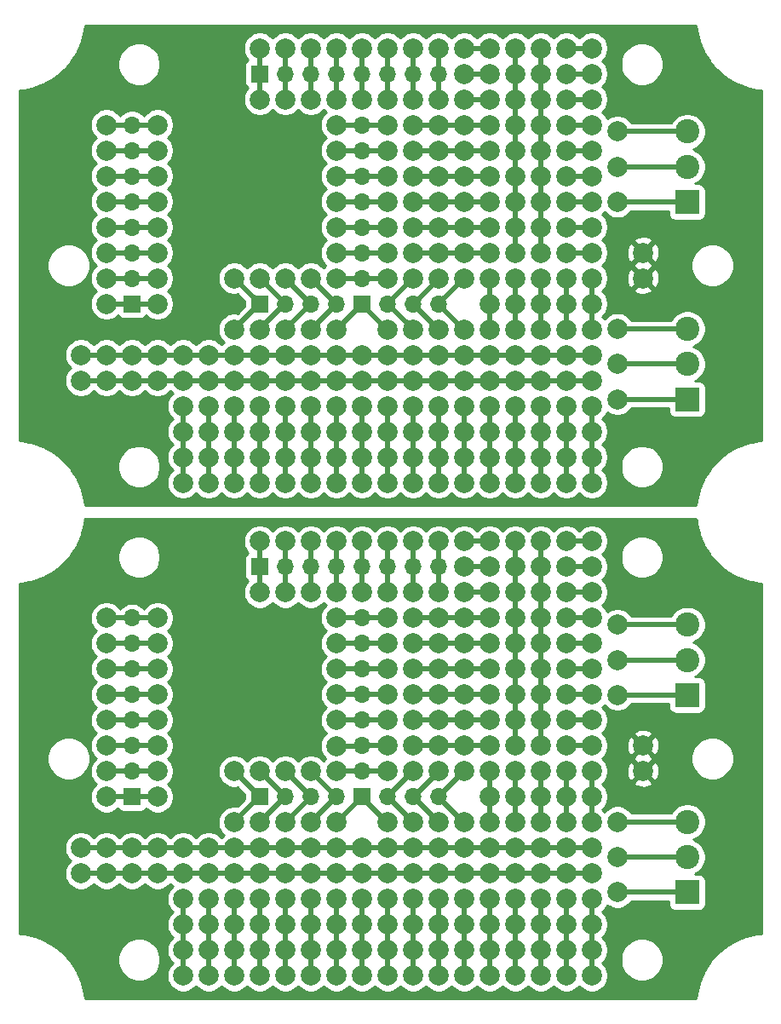
<source format=gbr>
G04 #@! TF.GenerationSoftware,KiCad,Pcbnew,5.1.5+dfsg1-2build2*
G04 #@! TF.CreationDate,2021-11-15T17:15:24-05:00*
G04 #@! TF.ProjectId,,58585858-5858-4585-9858-585858585858,rev?*
G04 #@! TF.SameCoordinates,Original*
G04 #@! TF.FileFunction,Copper,L1,Top*
G04 #@! TF.FilePolarity,Positive*
%FSLAX46Y46*%
G04 Gerber Fmt 4.6, Leading zero omitted, Abs format (unit mm)*
G04 Created by KiCad (PCBNEW 5.1.5+dfsg1-2build2) date 2021-11-15 17:15:24*
%MOMM*%
%LPD*%
G04 APERTURE LIST*
%ADD10C,1.998980*%
%ADD11R,2.400000X2.400000*%
%ADD12C,2.400000*%
%ADD13R,1.700000X1.700000*%
%ADD14O,1.700000X1.700000*%
%ADD15C,2.000000*%
%ADD16C,0.500000*%
%ADD17C,0.254000*%
G04 APERTURE END LIST*
D10*
X167959400Y-126827500D03*
D11*
X172359400Y-138857500D03*
D12*
X172359400Y-135357500D03*
X172359400Y-131857500D03*
D13*
X140019400Y-129367500D03*
D14*
X140019400Y-126827500D03*
X140019400Y-124287500D03*
X140019400Y-121747500D03*
X140019400Y-119207500D03*
X140019400Y-116667500D03*
X140019400Y-114127500D03*
X140019400Y-111587500D03*
D13*
X117159400Y-129367500D03*
D14*
X117159400Y-126827500D03*
X117159400Y-124287500D03*
X117159400Y-121747500D03*
X117159400Y-119207500D03*
X117159400Y-116667500D03*
X117159400Y-114127500D03*
X117159400Y-111587500D03*
D13*
X129859400Y-106507500D03*
D14*
X132399400Y-106507500D03*
X134939400Y-106507500D03*
X137479400Y-106507500D03*
X140019400Y-106507500D03*
X142559400Y-106507500D03*
X145099400Y-106507500D03*
X147639400Y-106507500D03*
D13*
X129859400Y-129367500D03*
D14*
X132399400Y-129367500D03*
X134939400Y-129367500D03*
X137479400Y-129367500D03*
X140019400Y-129367500D03*
X142559400Y-129367500D03*
X145099400Y-129367500D03*
X147639400Y-129367500D03*
D15*
X129859400Y-103967500D03*
X132399400Y-103967500D03*
X134939400Y-103967500D03*
X137479400Y-103967500D03*
X140019400Y-103967500D03*
X147639400Y-103967500D03*
X129859400Y-109047500D03*
X132399400Y-109047500D03*
X134939400Y-109047500D03*
X137479400Y-109047500D03*
X140019400Y-109047500D03*
X142559400Y-109047500D03*
X145099400Y-109047500D03*
X147639400Y-109047500D03*
X114619400Y-129367500D03*
X114619400Y-126827500D03*
X114619400Y-124287500D03*
X114619400Y-121747500D03*
X114619400Y-119207500D03*
X114619400Y-116667500D03*
X114619400Y-114127500D03*
X114619400Y-111587500D03*
X119699400Y-129367500D03*
X119699400Y-126827500D03*
X119699400Y-124287500D03*
X119699400Y-121747500D03*
X119699400Y-119207500D03*
X119699400Y-116667500D03*
X119699400Y-114127500D03*
X119699400Y-111587500D03*
X137479400Y-111587500D03*
X137479400Y-114127500D03*
X137479400Y-116667500D03*
X137479400Y-119207500D03*
X137479400Y-121747500D03*
X137479400Y-124306600D03*
X137479400Y-126827500D03*
X142559400Y-111587500D03*
X142559400Y-114127500D03*
X142559400Y-116667500D03*
X142559400Y-119207500D03*
X142559400Y-121747500D03*
X142559400Y-124287500D03*
X142559400Y-126827500D03*
X134939400Y-126827500D03*
X132399400Y-126827500D03*
X129859400Y-126827500D03*
X127319400Y-126827500D03*
X127319400Y-131907500D03*
X129859400Y-131907500D03*
X132399400Y-131907500D03*
X134939400Y-131907500D03*
X145099400Y-126827500D03*
X147639400Y-126827500D03*
X150179400Y-126827500D03*
X145099400Y-131907500D03*
X147639400Y-131907500D03*
X150179400Y-131907500D03*
X137479400Y-131907500D03*
X142559400Y-131907500D03*
X165419400Y-112257500D03*
X165419400Y-119257500D03*
X165419400Y-131857500D03*
X165419400Y-135357500D03*
X165419400Y-138857500D03*
X165419400Y-115757500D03*
D11*
X172359400Y-119257500D03*
D12*
X172359400Y-115757500D03*
X172359400Y-112257500D03*
D15*
X152719400Y-103967500D03*
X152719400Y-106507500D03*
X152719400Y-109047500D03*
X152719400Y-111587500D03*
X152719400Y-114127500D03*
X152719400Y-116667500D03*
X152719400Y-119207500D03*
X152719400Y-121747500D03*
X152719400Y-136987500D03*
X152719400Y-139527500D03*
X152719400Y-142067500D03*
X152719400Y-144607500D03*
X152719400Y-147147500D03*
X155259400Y-103967500D03*
X155259400Y-106507500D03*
X155259400Y-109047500D03*
X155259400Y-111587500D03*
X155259400Y-114127500D03*
X155259400Y-116667500D03*
X155259400Y-119207500D03*
X155259400Y-121747500D03*
X155259400Y-124287500D03*
X155259400Y-126827500D03*
X155259400Y-129367500D03*
X155259400Y-131907500D03*
X155259400Y-134447500D03*
X155259400Y-136987500D03*
X155259400Y-139527500D03*
X155259400Y-142067500D03*
X155259400Y-144607500D03*
X155259400Y-147147500D03*
X157799400Y-103967500D03*
X157799400Y-106507500D03*
X157799400Y-109047500D03*
X157799400Y-111587500D03*
X157799400Y-114127500D03*
X157799400Y-116667500D03*
X157799400Y-119207500D03*
X157799400Y-121747500D03*
X157799400Y-124287500D03*
X157799400Y-126827500D03*
X157799400Y-129367500D03*
X157799400Y-131907500D03*
X157799400Y-134447500D03*
X157799400Y-136987500D03*
X157799400Y-139527500D03*
X157799400Y-142067500D03*
X157799400Y-144607500D03*
X157799400Y-147147500D03*
X160339400Y-103967500D03*
X160339400Y-106507500D03*
X160339400Y-109047500D03*
X160339400Y-111587500D03*
X160339400Y-114127500D03*
X160339400Y-116667500D03*
X160339400Y-119207500D03*
X160339400Y-121747500D03*
X160339400Y-124287500D03*
X160339400Y-126827500D03*
X160339400Y-129367500D03*
X160339400Y-131907500D03*
X160339400Y-134447500D03*
X160339400Y-136987500D03*
X160339400Y-139527500D03*
X145099400Y-103967500D03*
X160339400Y-142067500D03*
X142559400Y-103967500D03*
X160339400Y-144607500D03*
X160339400Y-147147500D03*
X162879400Y-103967500D03*
X162879400Y-106507500D03*
X162879400Y-109047500D03*
X162879400Y-111587500D03*
X162879400Y-114127500D03*
X162879400Y-116667500D03*
X162879400Y-119207500D03*
X162879400Y-121747500D03*
X162879400Y-124287500D03*
X162879400Y-126827500D03*
X132399400Y-134447500D03*
X127319400Y-139527500D03*
X122239400Y-147147500D03*
X127319400Y-142067500D03*
X137479400Y-142067500D03*
X147639400Y-121747500D03*
X150179400Y-136987500D03*
X150179400Y-139527500D03*
X124779400Y-139527500D03*
X145099400Y-114127500D03*
X142559400Y-134447500D03*
X145099400Y-124287500D03*
X162879400Y-129367500D03*
X162879400Y-131907500D03*
X162879400Y-134447500D03*
X162879400Y-136987500D03*
X162879400Y-139527500D03*
X162879400Y-142067500D03*
X162879400Y-144607500D03*
X162879400Y-147147500D03*
X150179400Y-114127500D03*
X150179400Y-116667500D03*
X150179400Y-119207500D03*
X150179400Y-121747500D03*
X147639400Y-114127500D03*
X147639400Y-116667500D03*
X147639400Y-119207500D03*
X127319400Y-147147500D03*
X129859400Y-136987500D03*
X127319400Y-144607500D03*
X147639400Y-134447500D03*
X145099400Y-134447500D03*
X142559400Y-147147500D03*
X150179400Y-124287500D03*
X134939400Y-147147500D03*
X122239400Y-134447500D03*
X132399400Y-136987500D03*
X137479400Y-134447500D03*
X134939400Y-134447500D03*
X134939400Y-144607500D03*
X114619400Y-134447500D03*
X112079400Y-134447500D03*
X140019400Y-142067500D03*
X132399400Y-144607500D03*
X142559400Y-136987500D03*
X147639400Y-142067500D03*
X122239400Y-139527500D03*
X124779400Y-147147500D03*
X119699400Y-136987500D03*
X129859400Y-142067500D03*
X137479400Y-136987500D03*
X147639400Y-124287500D03*
X140019400Y-144607500D03*
X134939400Y-139527500D03*
X124779400Y-144607500D03*
X145099400Y-119207500D03*
X140019400Y-147147500D03*
X147639400Y-144607500D03*
X129859400Y-147147500D03*
X152719400Y-126827500D03*
X145099400Y-111587500D03*
X152719400Y-129367500D03*
X145099400Y-144607500D03*
X124779400Y-136987500D03*
X145099400Y-121747500D03*
X132399400Y-147147500D03*
X145099400Y-116667500D03*
X112079400Y-136987500D03*
X145099400Y-139527500D03*
X150179400Y-134447500D03*
X152719400Y-134447500D03*
X122239400Y-142067500D03*
X124779400Y-142067500D03*
X122239400Y-144607500D03*
X147639400Y-136987500D03*
X142559400Y-142067500D03*
X140019400Y-136987500D03*
X117159400Y-134447500D03*
X150179400Y-144607500D03*
X150179400Y-147147500D03*
X150179400Y-142067500D03*
X145099400Y-136987500D03*
X129859400Y-134447500D03*
X137479400Y-144607500D03*
X127319400Y-134447500D03*
X124779400Y-134447500D03*
X140019400Y-134447500D03*
X152719400Y-131907500D03*
X140019400Y-139527500D03*
X147639400Y-139527500D03*
X137479400Y-139527500D03*
X114619400Y-136987500D03*
X147639400Y-147147500D03*
X132399400Y-142067500D03*
X127319400Y-136987500D03*
X129859400Y-139527500D03*
X134939400Y-142067500D03*
X132399400Y-139527500D03*
X117159400Y-136987500D03*
X145099400Y-142067500D03*
X119699400Y-134447500D03*
X122239400Y-136987500D03*
X142559400Y-144607500D03*
X142559400Y-139527500D03*
X129859400Y-144607500D03*
X134939400Y-136987500D03*
X137479400Y-147147500D03*
X145099400Y-147147500D03*
D10*
X167959400Y-124287500D03*
D15*
X150179400Y-103967500D03*
X150179400Y-106507500D03*
X150179400Y-109047500D03*
X152719400Y-124287500D03*
X150179400Y-111587500D03*
X147639400Y-111587500D03*
D10*
X167959400Y-77827500D03*
X167959400Y-75287500D03*
D15*
X150179400Y-54967500D03*
X150179400Y-57507500D03*
X150179400Y-60047500D03*
X150179400Y-62587500D03*
X147639400Y-62587500D03*
X145099400Y-62587500D03*
X145099400Y-65127500D03*
X145099400Y-67667500D03*
X145099400Y-70207500D03*
X145099400Y-72747500D03*
X145099400Y-75287500D03*
X147639400Y-75287500D03*
X150179400Y-75287500D03*
X152719400Y-82907500D03*
X152719400Y-80367500D03*
X152719400Y-77827500D03*
X152719400Y-75287500D03*
X112079400Y-85447500D03*
X114619400Y-85447500D03*
X117159400Y-85447500D03*
X119699400Y-85447500D03*
X122239400Y-85447500D03*
X124779400Y-85447500D03*
X127319400Y-85447500D03*
X129859400Y-85447500D03*
X132399400Y-85447500D03*
X134939400Y-85447500D03*
X137479400Y-85447500D03*
X140019400Y-85447500D03*
X142559400Y-85447500D03*
X145099400Y-85447500D03*
X147639400Y-85447500D03*
X150179400Y-85447500D03*
X152719400Y-85447500D03*
X112079400Y-87987500D03*
X122239400Y-98147500D03*
X124779400Y-98147500D03*
X122239400Y-95607500D03*
X124779400Y-95607500D03*
X122239400Y-93067500D03*
X124779400Y-93067500D03*
X122239400Y-90527500D03*
X124779400Y-90527500D03*
X114619400Y-87987500D03*
X117159400Y-87987500D03*
X119699400Y-87987500D03*
X122239400Y-87987500D03*
X124779400Y-87987500D03*
X127319400Y-98147500D03*
X129859400Y-98147500D03*
X132399400Y-98147500D03*
X134939400Y-98147500D03*
X137479400Y-98147500D03*
X140019400Y-98147500D03*
X142559400Y-98147500D03*
X145099400Y-98147500D03*
X147639400Y-98147500D03*
X127319400Y-95607500D03*
X129859400Y-95607500D03*
X132399400Y-95607500D03*
X134939400Y-95607500D03*
X137479400Y-95607500D03*
X140019400Y-95607500D03*
X142559400Y-95607500D03*
X145099400Y-95607500D03*
X147639400Y-95607500D03*
X127319400Y-93067500D03*
X129859400Y-93067500D03*
X132399400Y-93067500D03*
X134939400Y-93067500D03*
X137479400Y-93067500D03*
X140019400Y-93067500D03*
X142559400Y-93067500D03*
X145099400Y-93067500D03*
X147639400Y-93067500D03*
X127319400Y-90527500D03*
X129859400Y-90527500D03*
X132399400Y-90527500D03*
X134939400Y-90527500D03*
X137479400Y-90527500D03*
X140019400Y-90527500D03*
X142559400Y-90527500D03*
X145099400Y-90527500D03*
X147639400Y-90527500D03*
X127319400Y-87987500D03*
X129859400Y-87987500D03*
X132399400Y-87987500D03*
X134939400Y-87987500D03*
X137479400Y-87987500D03*
X140019400Y-87987500D03*
X142559400Y-87987500D03*
X145099400Y-87987500D03*
X147639400Y-87987500D03*
X150179400Y-98147500D03*
X150179400Y-95607500D03*
X150179400Y-93067500D03*
X150179400Y-90527500D03*
X150179400Y-87987500D03*
X147639400Y-72747500D03*
X147639400Y-70207500D03*
X147639400Y-67667500D03*
X147639400Y-65127500D03*
X150179400Y-72747500D03*
X150179400Y-70207500D03*
X150179400Y-67667500D03*
X150179400Y-65127500D03*
X162879400Y-98147500D03*
X162879400Y-95607500D03*
X162879400Y-93067500D03*
X162879400Y-90527500D03*
X162879400Y-87987500D03*
X162879400Y-85447500D03*
X162879400Y-82907500D03*
X162879400Y-80367500D03*
X162879400Y-77827500D03*
X162879400Y-75287500D03*
X162879400Y-72747500D03*
X162879400Y-70207500D03*
X162879400Y-67667500D03*
X162879400Y-65127500D03*
X162879400Y-62587500D03*
X162879400Y-60047500D03*
X162879400Y-57507500D03*
X162879400Y-54967500D03*
X160339400Y-98147500D03*
X160339400Y-95607500D03*
X160339400Y-93067500D03*
X160339400Y-90527500D03*
X160339400Y-87987500D03*
X160339400Y-85447500D03*
X160339400Y-82907500D03*
X160339400Y-80367500D03*
X160339400Y-77827500D03*
X160339400Y-75287500D03*
X160339400Y-72747500D03*
X160339400Y-70207500D03*
X160339400Y-67667500D03*
X160339400Y-65127500D03*
X160339400Y-62587500D03*
X160339400Y-60047500D03*
X160339400Y-57507500D03*
X160339400Y-54967500D03*
X157799400Y-98147500D03*
X157799400Y-95607500D03*
X157799400Y-93067500D03*
X157799400Y-90527500D03*
X157799400Y-87987500D03*
X157799400Y-85447500D03*
X157799400Y-82907500D03*
X157799400Y-80367500D03*
X157799400Y-77827500D03*
X157799400Y-75287500D03*
X157799400Y-72747500D03*
X157799400Y-70207500D03*
X157799400Y-67667500D03*
X157799400Y-65127500D03*
X157799400Y-62587500D03*
X157799400Y-60047500D03*
X157799400Y-57507500D03*
X157799400Y-54967500D03*
X155259400Y-98147500D03*
X155259400Y-95607500D03*
X155259400Y-93067500D03*
X155259400Y-90527500D03*
X155259400Y-87987500D03*
X155259400Y-85447500D03*
X155259400Y-82907500D03*
X155259400Y-80367500D03*
X155259400Y-77827500D03*
X155259400Y-75287500D03*
X155259400Y-72747500D03*
X155259400Y-70207500D03*
X155259400Y-67667500D03*
X155259400Y-65127500D03*
X155259400Y-62587500D03*
X155259400Y-60047500D03*
X155259400Y-57507500D03*
X155259400Y-54967500D03*
X152719400Y-98147500D03*
X152719400Y-95607500D03*
X152719400Y-93067500D03*
X152719400Y-90527500D03*
X152719400Y-87987500D03*
X152719400Y-72747500D03*
X152719400Y-70207500D03*
X152719400Y-67667500D03*
X152719400Y-65127500D03*
X152719400Y-62587500D03*
X152719400Y-60047500D03*
X152719400Y-57507500D03*
X152719400Y-54967500D03*
D12*
X172359400Y-63257500D03*
X172359400Y-66757500D03*
D11*
X172359400Y-70257500D03*
D15*
X165419400Y-66757500D03*
X165419400Y-89857500D03*
X165419400Y-86357500D03*
X165419400Y-82857500D03*
X165419400Y-70257500D03*
X165419400Y-63257500D03*
X142559400Y-82907500D03*
X137479400Y-82907500D03*
X150179400Y-82907500D03*
X147639400Y-82907500D03*
X145099400Y-82907500D03*
X150179400Y-77827500D03*
X147639400Y-77827500D03*
X145099400Y-77827500D03*
X134939400Y-82907500D03*
X132399400Y-82907500D03*
X129859400Y-82907500D03*
X127319400Y-82907500D03*
X127319400Y-77827500D03*
X129859400Y-77827500D03*
X132399400Y-77827500D03*
X134939400Y-77827500D03*
X142559400Y-77827500D03*
X142559400Y-75287500D03*
X142559400Y-72747500D03*
X142559400Y-70207500D03*
X142559400Y-67667500D03*
X142559400Y-65127500D03*
X142559400Y-62587500D03*
X137479400Y-77827500D03*
X137479400Y-75306600D03*
X137479400Y-72747500D03*
X137479400Y-70207500D03*
X137479400Y-67667500D03*
X137479400Y-65127500D03*
X137479400Y-62587500D03*
X119699400Y-62587500D03*
X119699400Y-65127500D03*
X119699400Y-67667500D03*
X119699400Y-70207500D03*
X119699400Y-72747500D03*
X119699400Y-75287500D03*
X119699400Y-77827500D03*
X119699400Y-80367500D03*
X114619400Y-62587500D03*
X114619400Y-65127500D03*
X114619400Y-67667500D03*
X114619400Y-70207500D03*
X114619400Y-72747500D03*
X114619400Y-75287500D03*
X114619400Y-77827500D03*
X114619400Y-80367500D03*
X147639400Y-60047500D03*
X145099400Y-60047500D03*
X142559400Y-60047500D03*
X140019400Y-60047500D03*
X137479400Y-60047500D03*
X134939400Y-60047500D03*
X132399400Y-60047500D03*
X129859400Y-60047500D03*
X147639400Y-54967500D03*
X145099400Y-54967500D03*
X142559400Y-54967500D03*
X140019400Y-54967500D03*
X137479400Y-54967500D03*
X134939400Y-54967500D03*
X132399400Y-54967500D03*
X129859400Y-54967500D03*
D14*
X147639400Y-80367500D03*
X145099400Y-80367500D03*
X142559400Y-80367500D03*
X140019400Y-80367500D03*
X137479400Y-80367500D03*
X134939400Y-80367500D03*
X132399400Y-80367500D03*
D13*
X129859400Y-80367500D03*
D14*
X147639400Y-57507500D03*
X145099400Y-57507500D03*
X142559400Y-57507500D03*
X140019400Y-57507500D03*
X137479400Y-57507500D03*
X134939400Y-57507500D03*
X132399400Y-57507500D03*
D13*
X129859400Y-57507500D03*
D14*
X117159400Y-62587500D03*
X117159400Y-65127500D03*
X117159400Y-67667500D03*
X117159400Y-70207500D03*
X117159400Y-72747500D03*
X117159400Y-75287500D03*
X117159400Y-77827500D03*
D13*
X117159400Y-80367500D03*
D14*
X140019400Y-62587500D03*
X140019400Y-65127500D03*
X140019400Y-67667500D03*
X140019400Y-70207500D03*
X140019400Y-72747500D03*
X140019400Y-75287500D03*
X140019400Y-77827500D03*
D13*
X140019400Y-80367500D03*
D12*
X172359400Y-82857500D03*
X172359400Y-86357500D03*
D11*
X172359400Y-89857500D03*
D16*
X112079400Y-85447500D02*
X114619400Y-85447500D01*
X114619400Y-85447500D02*
X117159400Y-85447500D01*
X117159400Y-85447500D02*
X119699400Y-85447500D01*
X119699400Y-85447500D02*
X122239400Y-85447500D01*
X122239400Y-85447500D02*
X124779400Y-85447500D01*
X127319400Y-85447500D02*
X124779400Y-85447500D01*
X127319400Y-85447500D02*
X129859400Y-85447500D01*
X129859400Y-85447500D02*
X132399400Y-85447500D01*
X132399400Y-85447500D02*
X134939400Y-85447500D01*
X134939400Y-85447500D02*
X137479400Y-85447500D01*
X137479400Y-85447500D02*
X140019400Y-85447500D01*
X140019400Y-85447500D02*
X142559400Y-85447500D01*
X142559400Y-85447500D02*
X145099400Y-85447500D01*
X145099400Y-85447500D02*
X147639400Y-85447500D01*
X147639400Y-85447500D02*
X150179400Y-85447500D01*
X150179400Y-85447500D02*
X152719400Y-85447500D01*
X152719400Y-85447500D02*
X155259400Y-85447500D01*
X155259400Y-85447500D02*
X157799400Y-85447500D01*
X157799400Y-85447500D02*
X160339400Y-85447500D01*
X160339400Y-85447500D02*
X162879400Y-85447500D01*
X112079400Y-87987500D02*
X114619400Y-87987500D01*
X114619400Y-87987500D02*
X117159400Y-87987500D01*
X117159400Y-87987500D02*
X119699400Y-87987500D01*
X119699400Y-87987500D02*
X122239400Y-87987500D01*
X122239400Y-87987500D02*
X124779400Y-87987500D01*
X124779400Y-87987500D02*
X127319400Y-87987500D01*
X127319400Y-87987500D02*
X129859400Y-87987500D01*
X129859400Y-87987500D02*
X132399400Y-87987500D01*
X132399400Y-87987500D02*
X134939400Y-87987500D01*
X134939400Y-87987500D02*
X137479400Y-87987500D01*
X137479400Y-87987500D02*
X140019400Y-87987500D01*
X140019400Y-87987500D02*
X142559400Y-87987500D01*
X142559400Y-87987500D02*
X145099400Y-87987500D01*
X145099400Y-87987500D02*
X147639400Y-87987500D01*
X147639400Y-87987500D02*
X150179400Y-87987500D01*
X150179400Y-87987500D02*
X152719400Y-87987500D01*
X152719400Y-87987500D02*
X155259400Y-87987500D01*
X155259400Y-87987500D02*
X157799400Y-87987500D01*
X157799400Y-87987500D02*
X160339400Y-87987500D01*
X160339400Y-87987500D02*
X162879400Y-87987500D01*
X162879400Y-90527500D02*
X162879400Y-93067500D01*
X162879400Y-93067500D02*
X162879400Y-95607500D01*
X162879400Y-95607500D02*
X162879400Y-98147500D01*
X160339400Y-98147500D02*
X160339400Y-95607500D01*
X160339400Y-95607500D02*
X160339400Y-93067500D01*
X160339400Y-93067500D02*
X160339400Y-90527500D01*
X157799400Y-90527500D02*
X157799400Y-93067500D01*
X157799400Y-93067500D02*
X157799400Y-95607500D01*
X157799400Y-95607500D02*
X157799400Y-98147500D01*
X155259400Y-98147500D02*
X155259400Y-95607500D01*
X155259400Y-95607500D02*
X155259400Y-93067500D01*
X155259400Y-93067500D02*
X155259400Y-90527500D01*
X152719400Y-90527500D02*
X152719400Y-93067500D01*
X152719400Y-93067500D02*
X152719400Y-95607500D01*
X152719400Y-95607500D02*
X152719400Y-98147500D01*
X150179400Y-98147500D02*
X150179400Y-95607500D01*
X150179400Y-95607500D02*
X150179400Y-93067500D01*
X150179400Y-93067500D02*
X150179400Y-90527500D01*
X147639400Y-90527500D02*
X147639400Y-93067500D01*
X147639400Y-93067500D02*
X147639400Y-95607500D01*
X147639400Y-95607500D02*
X147639400Y-98147500D01*
X145099400Y-98147500D02*
X145099400Y-95607500D01*
X145099400Y-95607500D02*
X145099400Y-93067500D01*
X145099400Y-93067500D02*
X145099400Y-90527500D01*
X142559400Y-90527500D02*
X142559400Y-93067500D01*
X142559400Y-93067500D02*
X142559400Y-95607500D01*
X142559400Y-95607500D02*
X142559400Y-98147500D01*
X140019400Y-98147500D02*
X140019400Y-95607500D01*
X140019400Y-95607500D02*
X140019400Y-93067500D01*
X140019400Y-93067500D02*
X140019400Y-90527500D01*
X137479400Y-98147500D02*
X137479400Y-95607500D01*
X137479400Y-95607500D02*
X137479400Y-93067500D01*
X137479400Y-93067500D02*
X137479400Y-90527500D01*
X134939400Y-98147500D02*
X134939400Y-95607500D01*
X135089900Y-93218000D02*
X134939400Y-93067500D01*
X134939400Y-93067500D02*
X134939400Y-90527500D01*
X132399400Y-90527500D02*
X132399400Y-93067500D01*
X132399400Y-93067500D02*
X132399400Y-95607500D01*
X132399400Y-95607500D02*
X132399400Y-98147500D01*
X129859400Y-98147500D02*
X129859400Y-95607500D01*
X129859400Y-95607500D02*
X129859400Y-93067500D01*
X129859400Y-93067500D02*
X129859400Y-90527500D01*
X127319400Y-90527500D02*
X127319400Y-93067500D01*
X127319400Y-93067500D02*
X127319400Y-95607500D01*
X127319400Y-95607500D02*
X127319400Y-98147500D01*
X124779400Y-98147500D02*
X124779400Y-95607500D01*
X124779400Y-95607500D02*
X124779400Y-93067500D01*
X124779400Y-93067500D02*
X124779400Y-90527500D01*
X122239400Y-90527500D02*
X122239400Y-93067500D01*
X122239400Y-93067500D02*
X122239400Y-95607500D01*
X122239400Y-95607500D02*
X122239400Y-98147500D01*
X162879400Y-82907500D02*
X162879400Y-80367500D01*
X162879400Y-80367500D02*
X162879400Y-77827500D01*
X160339400Y-82907500D02*
X160339400Y-80367500D01*
X160339400Y-80367500D02*
X160339400Y-77827500D01*
X157799400Y-82907500D02*
X157799400Y-80367500D01*
X157799400Y-80367500D02*
X157799400Y-77827500D01*
X155259400Y-82907500D02*
X155259400Y-80367500D01*
X155259400Y-80367500D02*
X155259400Y-77827500D01*
X152719400Y-82907500D02*
X152719400Y-80367500D01*
X152719400Y-80367500D02*
X152719400Y-77827500D01*
X145099400Y-75287500D02*
X147639400Y-75287500D01*
X147639400Y-75287500D02*
X150179400Y-75287500D01*
X150179400Y-75287500D02*
X152719400Y-75287500D01*
X152719400Y-72747500D02*
X150179400Y-72747500D01*
X150179400Y-72747500D02*
X147639400Y-72747500D01*
X147639400Y-72747500D02*
X145099400Y-72747500D01*
X157799400Y-70207500D02*
X157799400Y-67667500D01*
X155259400Y-70207500D02*
X155259400Y-67667500D01*
X157799400Y-67667500D02*
X157799400Y-65127500D01*
X155259400Y-67667500D02*
X155259400Y-65127500D01*
X155259400Y-65127500D02*
X155259400Y-62587500D01*
X157799400Y-65127500D02*
X157799400Y-62587500D01*
X150179400Y-54967500D02*
X152719400Y-54967500D01*
X152719400Y-57507500D02*
X150179400Y-57507500D01*
X157799400Y-62587500D02*
X157799400Y-60047500D01*
X155259400Y-62587500D02*
X155259400Y-60047500D01*
X134939400Y-93067500D02*
X134939400Y-95607500D01*
X160339400Y-54967500D02*
X162879400Y-54967500D01*
X160339400Y-57507500D02*
X162879400Y-57507500D01*
X160339400Y-60047500D02*
X162879400Y-60047500D01*
X160339400Y-62587500D02*
X162879400Y-62587500D01*
X160339400Y-65127500D02*
X162879400Y-65127500D01*
X160339400Y-67667500D02*
X162879400Y-67667500D01*
X160339400Y-70207500D02*
X162879400Y-70207500D01*
X160339400Y-72747500D02*
X162879400Y-72747500D01*
X160339400Y-75287500D02*
X162879400Y-75287500D01*
X157799400Y-75287500D02*
X157799400Y-72747500D01*
X155259400Y-75287500D02*
X155259400Y-72747500D01*
X155259400Y-72747500D02*
X155259400Y-70207500D01*
X157799400Y-72747500D02*
X157799400Y-70207500D01*
X155259400Y-54967500D02*
X155259400Y-57507500D01*
X157799400Y-54967500D02*
X157799400Y-57507500D01*
X157799400Y-57507500D02*
X157799400Y-60047500D01*
X155259400Y-57507500D02*
X155259400Y-60047500D01*
X150179400Y-60047500D02*
X152719400Y-60047500D01*
X150179400Y-62587500D02*
X152719400Y-62587500D01*
X150179400Y-65127500D02*
X152719400Y-65127500D01*
X150179400Y-67667500D02*
X152719400Y-67667500D01*
X150179400Y-70207500D02*
X152719400Y-70207500D01*
X145099400Y-62587500D02*
X147639400Y-62587500D01*
X147639400Y-62587500D02*
X150179400Y-62587500D01*
X145099400Y-65127500D02*
X147639400Y-65127500D01*
X147639400Y-65127500D02*
X150179400Y-65127500D01*
X145099400Y-67667500D02*
X147639400Y-67667500D01*
X147639400Y-67667500D02*
X150179400Y-67667500D01*
X145099400Y-70207500D02*
X147639400Y-70207500D01*
X147639400Y-70207500D02*
X150179400Y-70207500D01*
X112079400Y-134447500D02*
X114619400Y-134447500D01*
X157799400Y-119207500D02*
X157799400Y-116667500D01*
X117159400Y-134447500D02*
X119699400Y-134447500D01*
X114619400Y-134447500D02*
X117159400Y-134447500D01*
X122239400Y-134447500D02*
X124779400Y-134447500D01*
X119699400Y-134447500D02*
X122239400Y-134447500D01*
X147639400Y-121747500D02*
X145099400Y-121747500D01*
X160339400Y-106507500D02*
X162879400Y-106507500D01*
X160339400Y-109047500D02*
X162879400Y-109047500D01*
X160339400Y-111587500D02*
X162879400Y-111587500D01*
X127319400Y-134447500D02*
X124779400Y-134447500D01*
X127319400Y-134447500D02*
X129859400Y-134447500D01*
X129859400Y-134447500D02*
X132399400Y-134447500D01*
X132399400Y-134447500D02*
X134939400Y-134447500D01*
X134939400Y-134447500D02*
X137479400Y-134447500D01*
X137479400Y-134447500D02*
X140019400Y-134447500D01*
X140019400Y-134447500D02*
X142559400Y-134447500D01*
X142559400Y-134447500D02*
X145099400Y-134447500D01*
X145099400Y-134447500D02*
X147639400Y-134447500D01*
X147639400Y-134447500D02*
X150179400Y-134447500D01*
X150179400Y-134447500D02*
X152719400Y-134447500D01*
X152719400Y-134447500D02*
X155259400Y-134447500D01*
X155259400Y-134447500D02*
X157799400Y-134447500D01*
X157799400Y-134447500D02*
X160339400Y-134447500D01*
X160339400Y-134447500D02*
X162879400Y-134447500D01*
X112079400Y-136987500D02*
X114619400Y-136987500D01*
X114619400Y-136987500D02*
X117159400Y-136987500D01*
X117159400Y-136987500D02*
X119699400Y-136987500D01*
X119699400Y-136987500D02*
X122239400Y-136987500D01*
X122239400Y-136987500D02*
X124779400Y-136987500D01*
X124779400Y-136987500D02*
X127319400Y-136987500D01*
X127319400Y-136987500D02*
X129859400Y-136987500D01*
X129859400Y-136987500D02*
X132399400Y-136987500D01*
X132399400Y-136987500D02*
X134939400Y-136987500D01*
X134939400Y-136987500D02*
X137479400Y-136987500D01*
X137479400Y-136987500D02*
X140019400Y-136987500D01*
X140019400Y-136987500D02*
X142559400Y-136987500D01*
X142559400Y-136987500D02*
X145099400Y-136987500D01*
X145099400Y-136987500D02*
X147639400Y-136987500D01*
X147639400Y-136987500D02*
X150179400Y-136987500D01*
X150179400Y-136987500D02*
X152719400Y-136987500D01*
X152719400Y-136987500D02*
X155259400Y-136987500D01*
X155259400Y-136987500D02*
X157799400Y-136987500D01*
X157799400Y-136987500D02*
X160339400Y-136987500D01*
X160339400Y-136987500D02*
X162879400Y-136987500D01*
X162879400Y-139527500D02*
X162879400Y-142067500D01*
X162879400Y-142067500D02*
X162879400Y-144607500D01*
X162879400Y-144607500D02*
X162879400Y-147147500D01*
X160339400Y-147147500D02*
X160339400Y-144607500D01*
X160339400Y-144607500D02*
X160339400Y-142067500D01*
X160339400Y-142067500D02*
X160339400Y-139527500D01*
X157799400Y-139527500D02*
X157799400Y-142067500D01*
X157799400Y-142067500D02*
X157799400Y-144607500D01*
X157799400Y-144607500D02*
X157799400Y-147147500D01*
X155259400Y-147147500D02*
X155259400Y-144607500D01*
X155259400Y-144607500D02*
X155259400Y-142067500D01*
X155259400Y-142067500D02*
X155259400Y-139527500D01*
X152719400Y-139527500D02*
X152719400Y-142067500D01*
X152719400Y-142067500D02*
X152719400Y-144607500D01*
X152719400Y-144607500D02*
X152719400Y-147147500D01*
X150179400Y-147147500D02*
X150179400Y-144607500D01*
X150179400Y-144607500D02*
X150179400Y-142067500D01*
X150179400Y-142067500D02*
X150179400Y-139527500D01*
X147639400Y-139527500D02*
X147639400Y-142067500D01*
X147639400Y-142067500D02*
X147639400Y-144607500D01*
X147639400Y-144607500D02*
X147639400Y-147147500D01*
X145099400Y-147147500D02*
X145099400Y-144607500D01*
X145099400Y-144607500D02*
X145099400Y-142067500D01*
X145099400Y-142067500D02*
X145099400Y-139527500D01*
X142559400Y-139527500D02*
X142559400Y-142067500D01*
X142559400Y-142067500D02*
X142559400Y-144607500D01*
X142559400Y-144607500D02*
X142559400Y-147147500D01*
X140019400Y-147147500D02*
X140019400Y-144607500D01*
X140019400Y-144607500D02*
X140019400Y-142067500D01*
X140019400Y-142067500D02*
X140019400Y-139527500D01*
X137479400Y-147147500D02*
X137479400Y-144607500D01*
X137479400Y-144607500D02*
X137479400Y-142067500D01*
X137479400Y-142067500D02*
X137479400Y-139527500D01*
X134939400Y-147147500D02*
X134939400Y-144607500D01*
X135089900Y-142218000D02*
X134939400Y-142067500D01*
X134939400Y-142067500D02*
X134939400Y-139527500D01*
X132399400Y-139527500D02*
X132399400Y-142067500D01*
X132399400Y-142067500D02*
X132399400Y-144607500D01*
X132399400Y-144607500D02*
X132399400Y-147147500D01*
X129859400Y-147147500D02*
X129859400Y-144607500D01*
X129859400Y-144607500D02*
X129859400Y-142067500D01*
X129859400Y-142067500D02*
X129859400Y-139527500D01*
X127319400Y-139527500D02*
X127319400Y-142067500D01*
X127319400Y-142067500D02*
X127319400Y-144607500D01*
X127319400Y-144607500D02*
X127319400Y-147147500D01*
X124779400Y-147147500D02*
X124779400Y-144607500D01*
X124779400Y-144607500D02*
X124779400Y-142067500D01*
X124779400Y-142067500D02*
X124779400Y-139527500D01*
X122239400Y-139527500D02*
X122239400Y-142067500D01*
X122239400Y-142067500D02*
X122239400Y-144607500D01*
X122239400Y-144607500D02*
X122239400Y-147147500D01*
X162879400Y-131907500D02*
X162879400Y-129367500D01*
X162879400Y-129367500D02*
X162879400Y-126827500D01*
X160339400Y-131907500D02*
X160339400Y-129367500D01*
X160339400Y-129367500D02*
X160339400Y-126827500D01*
X157799400Y-131907500D02*
X157799400Y-129367500D01*
X157799400Y-129367500D02*
X157799400Y-126827500D01*
X155259400Y-131907500D02*
X155259400Y-129367500D01*
X155259400Y-129367500D02*
X155259400Y-126827500D01*
X152719400Y-131907500D02*
X152719400Y-129367500D01*
X152719400Y-129367500D02*
X152719400Y-126827500D01*
X145099400Y-124287500D02*
X147639400Y-124287500D01*
X147639400Y-124287500D02*
X150179400Y-124287500D01*
X150179400Y-124287500D02*
X152719400Y-124287500D01*
X152719400Y-121747500D02*
X150179400Y-121747500D01*
X150179400Y-121747500D02*
X147639400Y-121747500D01*
X155259400Y-119207500D02*
X155259400Y-116667500D01*
X157799400Y-116667500D02*
X157799400Y-114127500D01*
X155259400Y-116667500D02*
X155259400Y-114127500D01*
X155259400Y-114127500D02*
X155259400Y-111587500D01*
X157799400Y-114127500D02*
X157799400Y-111587500D01*
X150179400Y-103967500D02*
X152719400Y-103967500D01*
X152719400Y-106507500D02*
X150179400Y-106507500D01*
X157799400Y-111587500D02*
X157799400Y-109047500D01*
X155259400Y-111587500D02*
X155259400Y-109047500D01*
X134939400Y-142067500D02*
X134939400Y-144607500D01*
X160339400Y-103967500D02*
X162879400Y-103967500D01*
X160339400Y-114127500D02*
X162879400Y-114127500D01*
X160339400Y-116667500D02*
X162879400Y-116667500D01*
X160339400Y-119207500D02*
X162879400Y-119207500D01*
X160339400Y-121747500D02*
X162879400Y-121747500D01*
X160339400Y-124287500D02*
X162879400Y-124287500D01*
X157799400Y-124287500D02*
X157799400Y-121747500D01*
X155259400Y-124287500D02*
X155259400Y-121747500D01*
X155259400Y-121747500D02*
X155259400Y-119207500D01*
X157799400Y-121747500D02*
X157799400Y-119207500D01*
X155259400Y-103967500D02*
X155259400Y-106507500D01*
X157799400Y-103967500D02*
X157799400Y-106507500D01*
X157799400Y-106507500D02*
X157799400Y-109047500D01*
X155259400Y-106507500D02*
X155259400Y-109047500D01*
X150179400Y-109047500D02*
X152719400Y-109047500D01*
X150179400Y-111587500D02*
X152719400Y-111587500D01*
X150179400Y-114127500D02*
X152719400Y-114127500D01*
X150179400Y-116667500D02*
X152719400Y-116667500D01*
X150179400Y-119207500D02*
X152719400Y-119207500D01*
X145099400Y-111587500D02*
X147639400Y-111587500D01*
X147639400Y-111587500D02*
X150179400Y-111587500D01*
X145099400Y-114127500D02*
X147639400Y-114127500D01*
X147639400Y-114127500D02*
X150179400Y-114127500D01*
X145099400Y-116667500D02*
X147639400Y-116667500D01*
X147639400Y-116667500D02*
X150179400Y-116667500D01*
X145099400Y-119207500D02*
X147639400Y-119207500D01*
X147639400Y-119207500D02*
X150179400Y-119207500D01*
X172285500Y-82857500D02*
X172402500Y-82740500D01*
X171904500Y-82857500D02*
X171996100Y-82765900D01*
X172463300Y-82857500D02*
X172529500Y-82791300D01*
X172018800Y-82857500D02*
X172148500Y-82727800D01*
X165419400Y-82857500D02*
X172018800Y-82857500D01*
X172285500Y-131857500D02*
X172402500Y-131740500D01*
X171904500Y-131857500D02*
X171996100Y-131765900D01*
X172463300Y-131857500D02*
X172529500Y-131791300D01*
X172018800Y-131857500D02*
X172148500Y-131727800D01*
X165419400Y-131857500D02*
X172018800Y-131857500D01*
X172184100Y-86357500D02*
X172250100Y-86423500D01*
X172151000Y-86357500D02*
X172262800Y-86245700D01*
X171973200Y-86357500D02*
X172339000Y-85991700D01*
X165419400Y-86357500D02*
X171973200Y-86357500D01*
X172184100Y-135357500D02*
X172250100Y-135423500D01*
X172151000Y-135357500D02*
X172262800Y-135245700D01*
X171973200Y-135357500D02*
X172339000Y-134991700D01*
X165419400Y-135357500D02*
X171973200Y-135357500D01*
X172029200Y-89857500D02*
X172097700Y-89789000D01*
X172295900Y-89857500D02*
X172402500Y-89750900D01*
X172016500Y-89857500D02*
X172250100Y-89623900D01*
X165419400Y-89857500D02*
X172016500Y-89857500D01*
X172029200Y-138857500D02*
X172097700Y-138789000D01*
X172295900Y-138857500D02*
X172402500Y-138750900D01*
X172016500Y-138857500D02*
X172250100Y-138623900D01*
X165419400Y-138857500D02*
X172016500Y-138857500D01*
X172109200Y-63257500D02*
X172288200Y-63436500D01*
X172287000Y-63257500D02*
X172326300Y-63296800D01*
X172378300Y-63257500D02*
X172516800Y-63119000D01*
X165419400Y-63257500D02*
X172378300Y-63257500D01*
X172109200Y-112257500D02*
X172288200Y-112436500D01*
X172287000Y-112257500D02*
X172326300Y-112296800D01*
X172378300Y-112257500D02*
X172516800Y-112119000D01*
X165419400Y-112257500D02*
X172378300Y-112257500D01*
X172302000Y-70257500D02*
X172440600Y-70396100D01*
X172009900Y-70257500D02*
X172148500Y-70396100D01*
X172553800Y-70257500D02*
X172605700Y-70205600D01*
X165419400Y-70257500D02*
X172553800Y-70257500D01*
X172302000Y-119257500D02*
X172440600Y-119396100D01*
X172009900Y-119257500D02*
X172148500Y-119396100D01*
X172553800Y-119257500D02*
X172605700Y-119205600D01*
X165419400Y-119257500D02*
X172553800Y-119257500D01*
X172231100Y-66757500D02*
X172288200Y-66700400D01*
X172396200Y-66757500D02*
X172491400Y-66662300D01*
X172167500Y-66757500D02*
X172250100Y-66840100D01*
X165419400Y-66757500D02*
X172167500Y-66757500D01*
X172231100Y-115757500D02*
X172288200Y-115700400D01*
X172396200Y-115757500D02*
X172491400Y-115662300D01*
X172167500Y-115757500D02*
X172250100Y-115840100D01*
X165419400Y-115757500D02*
X172167500Y-115757500D01*
X147639400Y-55280600D02*
X147535900Y-55177100D01*
X147639400Y-57507500D02*
X147639400Y-55280600D01*
X147639400Y-59442400D02*
X147510500Y-59571300D01*
X147639400Y-57507500D02*
X147639400Y-59442400D01*
X147639400Y-104280600D02*
X147535900Y-104177100D01*
X147639400Y-106507500D02*
X147639400Y-104280600D01*
X147639400Y-108442400D02*
X147510500Y-108571300D01*
X147639400Y-106507500D02*
X147639400Y-108442400D01*
X145099400Y-55585400D02*
X144894300Y-55380300D01*
X145099400Y-57507500D02*
X145099400Y-55585400D01*
X145099400Y-59370000D02*
X145237200Y-59507800D01*
X145099400Y-57507500D02*
X145099400Y-59370000D01*
X145099400Y-104585400D02*
X144894300Y-104380300D01*
X145099400Y-106507500D02*
X145099400Y-104585400D01*
X145099400Y-108370000D02*
X145237200Y-108507800D01*
X145099400Y-106507500D02*
X145099400Y-108370000D01*
X142559400Y-55420300D02*
X142532100Y-55393000D01*
X142559400Y-57507500D02*
X142559400Y-55420300D01*
X142559400Y-59607500D02*
X142506700Y-59660200D01*
X142559400Y-57507500D02*
X142559400Y-59607500D01*
X142559400Y-104420300D02*
X142532100Y-104393000D01*
X142559400Y-106507500D02*
X142559400Y-104420300D01*
X142559400Y-108607500D02*
X142506700Y-108660200D01*
X142559400Y-106507500D02*
X142559400Y-108607500D01*
X140019400Y-55623500D02*
X140017500Y-55621600D01*
X140019400Y-57507500D02*
X140019400Y-55623500D01*
X140019400Y-59319200D02*
X140119100Y-59418900D01*
X140019400Y-57507500D02*
X140019400Y-59319200D01*
X140019400Y-104623500D02*
X140017500Y-104621600D01*
X140019400Y-106507500D02*
X140019400Y-104623500D01*
X140019400Y-108319200D02*
X140119100Y-108418900D01*
X140019400Y-106507500D02*
X140019400Y-108319200D01*
X137479400Y-55306000D02*
X137350500Y-55177100D01*
X137479400Y-57507500D02*
X137479400Y-55306000D01*
X137479400Y-59179500D02*
X137502900Y-59203000D01*
X137479400Y-57507500D02*
X137479400Y-59179500D01*
X137479400Y-104306000D02*
X137350500Y-104177100D01*
X137479400Y-106507500D02*
X137479400Y-104306000D01*
X137479400Y-108179500D02*
X137502900Y-108203000D01*
X137479400Y-106507500D02*
X137479400Y-108179500D01*
X134939400Y-55187900D02*
X134988300Y-55139000D01*
X134939400Y-57507500D02*
X134939400Y-55187900D01*
X134939400Y-59277300D02*
X134810500Y-59406200D01*
X134939400Y-57507500D02*
X134939400Y-59277300D01*
X134939400Y-104187900D02*
X134988300Y-104139000D01*
X134939400Y-106507500D02*
X134939400Y-104187900D01*
X134939400Y-108277300D02*
X134810500Y-108406200D01*
X134939400Y-106507500D02*
X134939400Y-108277300D01*
X132399400Y-55429200D02*
X132499100Y-55329500D01*
X132399400Y-57507500D02*
X132399400Y-55429200D01*
X132399400Y-59480500D02*
X132372100Y-59507800D01*
X132399400Y-57507500D02*
X132399400Y-59480500D01*
X132399400Y-104429200D02*
X132499100Y-104329500D01*
X132399400Y-106507500D02*
X132399400Y-104429200D01*
X132399400Y-108480500D02*
X132372100Y-108507800D01*
X132399400Y-106507500D02*
X132399400Y-108480500D01*
X129859400Y-55048200D02*
X129895600Y-55012000D01*
X129859400Y-57507500D02*
X129859400Y-55048200D01*
X129859400Y-59382700D02*
X129895600Y-59418900D01*
X129859400Y-57507500D02*
X129859400Y-59382700D01*
X129859400Y-104048200D02*
X129895600Y-104012000D01*
X129859400Y-106507500D02*
X129859400Y-104048200D01*
X129859400Y-108382700D02*
X129895600Y-108418900D01*
X129859400Y-106507500D02*
X129859400Y-108382700D01*
X147639400Y-80359300D02*
X150075900Y-77922800D01*
X147639400Y-80367500D02*
X147639400Y-80359300D01*
X147639400Y-80426600D02*
X150050500Y-82837700D01*
X147639400Y-80367500D02*
X147639400Y-80426600D01*
X147639400Y-129359300D02*
X150075900Y-126922800D01*
X147639400Y-129367500D02*
X147639400Y-129359300D01*
X147639400Y-129426600D02*
X150050500Y-131837700D01*
X147639400Y-129367500D02*
X147639400Y-129426600D01*
X145167400Y-80367500D02*
X147688300Y-77846600D01*
X145099400Y-80367500D02*
X145167400Y-80367500D01*
X145116500Y-80367500D02*
X147828000Y-83079000D01*
X145099400Y-80367500D02*
X145116500Y-80367500D01*
X145167400Y-129367500D02*
X147688300Y-126846600D01*
X145099400Y-129367500D02*
X145167400Y-129367500D01*
X145116500Y-129367500D02*
X147828000Y-132079000D01*
X145099400Y-129367500D02*
X145116500Y-129367500D01*
X142563900Y-80367500D02*
X145122900Y-77808500D01*
X142559400Y-80367500D02*
X142563900Y-80367500D01*
X142563800Y-80367500D02*
X144843500Y-82647200D01*
X142559400Y-80367500D02*
X142563800Y-80367500D01*
X142563900Y-129367500D02*
X145122900Y-126808500D01*
X142559400Y-129367500D02*
X142563900Y-129367500D01*
X142563800Y-129367500D02*
X144843500Y-131647200D01*
X142559400Y-129367500D02*
X142563800Y-129367500D01*
X137522000Y-82907500D02*
X139992100Y-80437400D01*
X137479400Y-82907500D02*
X137522000Y-82907500D01*
X142487600Y-82907500D02*
X139915900Y-80335800D01*
X142559400Y-82907500D02*
X142487600Y-82907500D01*
X137522000Y-131907500D02*
X139992100Y-129437400D01*
X137479400Y-131907500D02*
X137522000Y-131907500D01*
X142487600Y-131907500D02*
X139915900Y-129335800D01*
X142559400Y-131907500D02*
X142487600Y-131907500D01*
X134939400Y-77835800D02*
X137591800Y-80488200D01*
X134939400Y-77827500D02*
X134939400Y-77835800D01*
X134969300Y-82907500D02*
X137248900Y-80627900D01*
X134939400Y-82907500D02*
X134969300Y-82907500D01*
X134939400Y-126835800D02*
X137591800Y-129488200D01*
X134939400Y-126827500D02*
X134939400Y-126835800D01*
X134969300Y-131907500D02*
X137248900Y-129627900D01*
X134939400Y-131907500D02*
X134969300Y-131907500D01*
X132416500Y-77827500D02*
X134785100Y-80196100D01*
X132399400Y-77827500D02*
X132416500Y-77827500D01*
X132399400Y-82899300D02*
X135077200Y-80221500D01*
X132399400Y-82907500D02*
X132399400Y-82899300D01*
X132416500Y-126827500D02*
X134785100Y-129196100D01*
X132399400Y-126827500D02*
X132416500Y-126827500D01*
X132399400Y-131899300D02*
X135077200Y-129221500D01*
X132399400Y-131907500D02*
X132399400Y-131899300D01*
X129901900Y-77827500D02*
X132486400Y-80412000D01*
X129859400Y-77827500D02*
X129901900Y-77827500D01*
X129859400Y-82886600D02*
X132384800Y-80361200D01*
X129859400Y-82907500D02*
X129859400Y-82886600D01*
X129901900Y-126827500D02*
X132486400Y-129412000D01*
X129859400Y-126827500D02*
X129901900Y-126827500D01*
X129859400Y-131886600D02*
X132384800Y-129361200D01*
X129859400Y-131907500D02*
X129859400Y-131886600D01*
X127319400Y-77835800D02*
X129743200Y-80259600D01*
X127319400Y-77827500D02*
X127319400Y-77835800D01*
X127319400Y-82873900D02*
X129895600Y-80297700D01*
X127319400Y-82907500D02*
X127319400Y-82873900D01*
X127319400Y-126835800D02*
X129743200Y-129259600D01*
X127319400Y-126827500D02*
X127319400Y-126835800D01*
X127319400Y-131873900D02*
X129895600Y-129297700D01*
X127319400Y-131907500D02*
X127319400Y-131873900D01*
X117100300Y-62587500D02*
X117106700Y-62593900D01*
X114619400Y-62587500D02*
X117100300Y-62587500D01*
X119551500Y-62587500D02*
X119697500Y-62441500D01*
X117159400Y-62587500D02*
X119551500Y-62587500D01*
X117100300Y-111587500D02*
X117106700Y-111593900D01*
X114619400Y-111587500D02*
X117100300Y-111587500D01*
X119551500Y-111587500D02*
X119697500Y-111441500D01*
X117159400Y-111587500D02*
X119551500Y-111587500D01*
X117100400Y-65127500D02*
X117106700Y-65121200D01*
X114619400Y-65127500D02*
X117100400Y-65127500D01*
X119488000Y-65127500D02*
X119583200Y-65032300D01*
X117159400Y-65127500D02*
X119488000Y-65127500D01*
X117100400Y-114127500D02*
X117106700Y-114121200D01*
X114619400Y-114127500D02*
X117100400Y-114127500D01*
X119488000Y-114127500D02*
X119583200Y-114032300D01*
X117159400Y-114127500D02*
X119488000Y-114127500D01*
X117113000Y-67667500D02*
X117119400Y-67673900D01*
X114619400Y-67667500D02*
X117113000Y-67667500D01*
X119627700Y-67667500D02*
X119684800Y-67610400D01*
X117159400Y-67667500D02*
X119627700Y-67667500D01*
X117113000Y-116667500D02*
X117119400Y-116673900D01*
X114619400Y-116667500D02*
X117113000Y-116667500D01*
X119627700Y-116667500D02*
X119684800Y-116610400D01*
X117159400Y-116667500D02*
X119627700Y-116667500D01*
X117151100Y-70207500D02*
X117182900Y-70239300D01*
X114619400Y-70207500D02*
X117151100Y-70207500D01*
X119589500Y-70207500D02*
X119684800Y-70302800D01*
X117159400Y-70207500D02*
X119589500Y-70207500D01*
X117151100Y-119207500D02*
X117182900Y-119239300D01*
X114619400Y-119207500D02*
X117151100Y-119207500D01*
X119589500Y-119207500D02*
X119684800Y-119302800D01*
X117159400Y-119207500D02*
X119589500Y-119207500D01*
X117087600Y-72747500D02*
X117157500Y-72817400D01*
X114619400Y-72747500D02*
X117087600Y-72747500D01*
X119640300Y-72747500D02*
X119735600Y-72842800D01*
X117159400Y-72747500D02*
X119640300Y-72747500D01*
X117087600Y-121747500D02*
X117157500Y-121817400D01*
X114619400Y-121747500D02*
X117087600Y-121747500D01*
X119640300Y-121747500D02*
X119735600Y-121842800D01*
X117159400Y-121747500D02*
X119640300Y-121747500D01*
X117024100Y-75287500D02*
X117043200Y-75306600D01*
X114619400Y-75287500D02*
X117024100Y-75287500D01*
X119449800Y-75287500D02*
X119583200Y-75420900D01*
X117159400Y-75287500D02*
X119449800Y-75287500D01*
X117024100Y-124287500D02*
X117043200Y-124306600D01*
X114619400Y-124287500D02*
X117024100Y-124287500D01*
X119449800Y-124287500D02*
X119583200Y-124420900D01*
X117159400Y-124287500D02*
X119449800Y-124287500D01*
X117100300Y-77827500D02*
X117106700Y-77833900D01*
X114619400Y-77827500D02*
X117100300Y-77827500D01*
X119576900Y-77827500D02*
X119684800Y-77719600D01*
X117159400Y-77827500D02*
X119576900Y-77827500D01*
X117100300Y-126827500D02*
X117106700Y-126833900D01*
X114619400Y-126827500D02*
X117100300Y-126827500D01*
X119576900Y-126827500D02*
X119684800Y-126719600D01*
X117159400Y-126827500D02*
X119576900Y-126827500D01*
X117100400Y-80367500D02*
X117106700Y-80361200D01*
X114619400Y-80367500D02*
X117100400Y-80367500D01*
X119386400Y-80367500D02*
X119392700Y-80361200D01*
X117159400Y-80367500D02*
X119386400Y-80367500D01*
X117100400Y-129367500D02*
X117106700Y-129361200D01*
X114619400Y-129367500D02*
X117100400Y-129367500D01*
X119386400Y-129367500D02*
X119392700Y-129361200D01*
X117159400Y-129367500D02*
X119386400Y-129367500D01*
X140036600Y-62587500D02*
X140068300Y-62555800D01*
X137479400Y-62587500D02*
X140036600Y-62587500D01*
X142373400Y-62587500D02*
X142405100Y-62555800D01*
X140019400Y-62587500D02*
X142373400Y-62587500D01*
X140036600Y-111587500D02*
X140068300Y-111555800D01*
X137479400Y-111587500D02*
X140036600Y-111587500D01*
X142373400Y-111587500D02*
X142405100Y-111555800D01*
X140019400Y-111587500D02*
X142373400Y-111587500D01*
X139655600Y-65127500D02*
X139776200Y-65006900D01*
X137479400Y-65127500D02*
X139655600Y-65127500D01*
X142335300Y-65127500D02*
X142443200Y-65019600D01*
X140019400Y-65127500D02*
X142335300Y-65127500D01*
X139655600Y-114127500D02*
X139776200Y-114006900D01*
X137479400Y-114127500D02*
X139655600Y-114127500D01*
X142335300Y-114127500D02*
X142443200Y-114019600D01*
X140019400Y-114127500D02*
X142335300Y-114127500D01*
X139706400Y-67667500D02*
X139852400Y-67521500D01*
X137479400Y-67667500D02*
X139706400Y-67667500D01*
X141979700Y-67667500D02*
X142125700Y-67521500D01*
X140019400Y-67667500D02*
X141979700Y-67667500D01*
X139706400Y-116667500D02*
X139852400Y-116521500D01*
X137479400Y-116667500D02*
X139706400Y-116667500D01*
X141979700Y-116667500D02*
X142125700Y-116521500D01*
X140019400Y-116667500D02*
X141979700Y-116667500D01*
X139477800Y-70207500D02*
X139598400Y-70086900D01*
X137479400Y-70207500D02*
X139477800Y-70207500D01*
X142055900Y-70207500D02*
X142176500Y-70086900D01*
X140019400Y-70207500D02*
X142055900Y-70207500D01*
X139477800Y-119207500D02*
X139598400Y-119086900D01*
X137479400Y-119207500D02*
X139477800Y-119207500D01*
X142055900Y-119207500D02*
X142176500Y-119086900D01*
X140019400Y-119207500D02*
X142055900Y-119207500D01*
X139744500Y-72747500D02*
X140042900Y-72449100D01*
X137479400Y-72747500D02*
X139744500Y-72747500D01*
X142665500Y-72747500D02*
X142697200Y-72715800D01*
X140019400Y-72747500D02*
X142665500Y-72747500D01*
X139744500Y-121747500D02*
X140042900Y-121449100D01*
X137479400Y-121747500D02*
X139744500Y-121747500D01*
X142665500Y-121747500D02*
X142697200Y-121715800D01*
X140019400Y-121747500D02*
X142665500Y-121747500D01*
X140106400Y-75306600D02*
X140144500Y-75344700D01*
X137479400Y-75306600D02*
X140106400Y-75306600D01*
X141966900Y-75287500D02*
X141998700Y-75319300D01*
X140019400Y-75287500D02*
X141966900Y-75287500D01*
X140106400Y-124306600D02*
X140144500Y-124344700D01*
X137479400Y-124306600D02*
X140106400Y-124306600D01*
X141966900Y-124287500D02*
X141998700Y-124319300D01*
X140019400Y-124287500D02*
X141966900Y-124287500D01*
X139465100Y-77827500D02*
X139611100Y-77681500D01*
X137479400Y-77827500D02*
X139465100Y-77827500D01*
X142398800Y-77827500D02*
X142443200Y-77783100D01*
X140019400Y-77827500D02*
X142398800Y-77827500D01*
X139465100Y-126827500D02*
X139611100Y-126681500D01*
X137479400Y-126827500D02*
X139465100Y-126827500D01*
X142398800Y-126827500D02*
X142443200Y-126783100D01*
X140019400Y-126827500D02*
X142398800Y-126827500D01*
D17*
G36*
X173266458Y-101935469D02*
G01*
X112464048Y-101786735D01*
X112469497Y-101717500D01*
X173249303Y-101717500D01*
X173266458Y-101935469D01*
G37*
X173266458Y-101935469D02*
X112464048Y-101786735D01*
X112469497Y-101717500D01*
X173249303Y-101717500D01*
X173266458Y-101935469D01*
G36*
X173281461Y-53126107D02*
G01*
X173297662Y-53228398D01*
X173535769Y-54220184D01*
X173567772Y-54318681D01*
X173958097Y-55261009D01*
X173981021Y-55305999D01*
X174005115Y-55353287D01*
X174538047Y-56222953D01*
X174558271Y-56250788D01*
X174598922Y-56306740D01*
X175261338Y-57082330D01*
X175334570Y-57155562D01*
X176110160Y-57817978D01*
X176193947Y-57878853D01*
X177063613Y-58411784D01*
X177155891Y-58458803D01*
X178098219Y-58849127D01*
X178196716Y-58881131D01*
X179188502Y-59119238D01*
X179290793Y-59135439D01*
X179699400Y-59167597D01*
X179699401Y-93947403D01*
X179290793Y-93979561D01*
X179188502Y-93995762D01*
X178196716Y-94233869D01*
X178098219Y-94265873D01*
X177155891Y-94656197D01*
X177065018Y-94702500D01*
X177063613Y-94703216D01*
X176193947Y-95236147D01*
X176110160Y-95297022D01*
X175334570Y-95959438D01*
X175261338Y-96032670D01*
X174598922Y-96808260D01*
X174568484Y-96850154D01*
X174538047Y-96892047D01*
X174005115Y-97761713D01*
X173985792Y-97799638D01*
X173958097Y-97853991D01*
X173567772Y-98796319D01*
X173538337Y-98886911D01*
X173535769Y-98894816D01*
X173297662Y-99886602D01*
X173281461Y-99988893D01*
X173249303Y-100397500D01*
X112469497Y-100397500D01*
X112437339Y-99988893D01*
X112421138Y-99886602D01*
X112183031Y-98894816D01*
X112151027Y-98796319D01*
X111760703Y-97853991D01*
X111713684Y-97761713D01*
X111180753Y-96892047D01*
X111119878Y-96808260D01*
X110726114Y-96347221D01*
X115724400Y-96347221D01*
X115724400Y-96767779D01*
X115806447Y-97180256D01*
X115967388Y-97568802D01*
X116201037Y-97918483D01*
X116498417Y-98215863D01*
X116848098Y-98449512D01*
X117236644Y-98610453D01*
X117649121Y-98692500D01*
X118069679Y-98692500D01*
X118482156Y-98610453D01*
X118870702Y-98449512D01*
X119220383Y-98215863D01*
X119517763Y-97918483D01*
X119751412Y-97568802D01*
X119912353Y-97180256D01*
X119994400Y-96767779D01*
X119994400Y-96347221D01*
X119912353Y-95934744D01*
X119751412Y-95546198D01*
X119517763Y-95196517D01*
X119220383Y-94899137D01*
X118870702Y-94665488D01*
X118482156Y-94504547D01*
X118069679Y-94422500D01*
X117649121Y-94422500D01*
X117236644Y-94504547D01*
X116848098Y-94665488D01*
X116498417Y-94899137D01*
X116201037Y-95196517D01*
X115967388Y-95546198D01*
X115806447Y-95934744D01*
X115724400Y-96347221D01*
X110726114Y-96347221D01*
X110457462Y-96032670D01*
X110384230Y-95959438D01*
X109608640Y-95297022D01*
X109540184Y-95247286D01*
X109524853Y-95236147D01*
X108655187Y-94703215D01*
X108562909Y-94656197D01*
X107620581Y-94265872D01*
X107522084Y-94233869D01*
X106530298Y-93995762D01*
X106428007Y-93979561D01*
X106019400Y-93947403D01*
X106019400Y-85286467D01*
X110444400Y-85286467D01*
X110444400Y-85608533D01*
X110507232Y-85924412D01*
X110630482Y-86221963D01*
X110809413Y-86489752D01*
X111037148Y-86717487D01*
X111037167Y-86717500D01*
X111037148Y-86717513D01*
X110809413Y-86945248D01*
X110630482Y-87213037D01*
X110507232Y-87510588D01*
X110444400Y-87826467D01*
X110444400Y-88148533D01*
X110507232Y-88464412D01*
X110630482Y-88761963D01*
X110809413Y-89029752D01*
X111037148Y-89257487D01*
X111304937Y-89436418D01*
X111602488Y-89559668D01*
X111918367Y-89622500D01*
X112240433Y-89622500D01*
X112556312Y-89559668D01*
X112853863Y-89436418D01*
X113121652Y-89257487D01*
X113349387Y-89029752D01*
X113349400Y-89029733D01*
X113349413Y-89029752D01*
X113577148Y-89257487D01*
X113844937Y-89436418D01*
X114142488Y-89559668D01*
X114458367Y-89622500D01*
X114780433Y-89622500D01*
X115096312Y-89559668D01*
X115393863Y-89436418D01*
X115661652Y-89257487D01*
X115889387Y-89029752D01*
X115889400Y-89029733D01*
X115889413Y-89029752D01*
X116117148Y-89257487D01*
X116384937Y-89436418D01*
X116682488Y-89559668D01*
X116998367Y-89622500D01*
X117320433Y-89622500D01*
X117636312Y-89559668D01*
X117933863Y-89436418D01*
X118201652Y-89257487D01*
X118429387Y-89029752D01*
X118429400Y-89029733D01*
X118429413Y-89029752D01*
X118657148Y-89257487D01*
X118924937Y-89436418D01*
X119222488Y-89559668D01*
X119538367Y-89622500D01*
X119860433Y-89622500D01*
X120176312Y-89559668D01*
X120473863Y-89436418D01*
X120741652Y-89257487D01*
X120969387Y-89029752D01*
X120969400Y-89029733D01*
X120969413Y-89029752D01*
X121197148Y-89257487D01*
X121197167Y-89257500D01*
X121197148Y-89257513D01*
X120969413Y-89485248D01*
X120790482Y-89753037D01*
X120667232Y-90050588D01*
X120604400Y-90366467D01*
X120604400Y-90688533D01*
X120667232Y-91004412D01*
X120790482Y-91301963D01*
X120969413Y-91569752D01*
X121197148Y-91797487D01*
X121197167Y-91797500D01*
X121197148Y-91797513D01*
X120969413Y-92025248D01*
X120790482Y-92293037D01*
X120667232Y-92590588D01*
X120604400Y-92906467D01*
X120604400Y-93228533D01*
X120667232Y-93544412D01*
X120790482Y-93841963D01*
X120969413Y-94109752D01*
X121197148Y-94337487D01*
X121197167Y-94337500D01*
X121197148Y-94337513D01*
X120969413Y-94565248D01*
X120790482Y-94833037D01*
X120667232Y-95130588D01*
X120604400Y-95446467D01*
X120604400Y-95768533D01*
X120667232Y-96084412D01*
X120790482Y-96381963D01*
X120969413Y-96649752D01*
X121197148Y-96877487D01*
X121197167Y-96877500D01*
X121197148Y-96877513D01*
X120969413Y-97105248D01*
X120790482Y-97373037D01*
X120667232Y-97670588D01*
X120604400Y-97986467D01*
X120604400Y-98308533D01*
X120667232Y-98624412D01*
X120790482Y-98921963D01*
X120969413Y-99189752D01*
X121197148Y-99417487D01*
X121464937Y-99596418D01*
X121762488Y-99719668D01*
X122078367Y-99782500D01*
X122400433Y-99782500D01*
X122716312Y-99719668D01*
X123013863Y-99596418D01*
X123281652Y-99417487D01*
X123509387Y-99189752D01*
X123509400Y-99189733D01*
X123509413Y-99189752D01*
X123737148Y-99417487D01*
X124004937Y-99596418D01*
X124302488Y-99719668D01*
X124618367Y-99782500D01*
X124940433Y-99782500D01*
X125256312Y-99719668D01*
X125553863Y-99596418D01*
X125821652Y-99417487D01*
X126049387Y-99189752D01*
X126049400Y-99189733D01*
X126049413Y-99189752D01*
X126277148Y-99417487D01*
X126544937Y-99596418D01*
X126842488Y-99719668D01*
X127158367Y-99782500D01*
X127480433Y-99782500D01*
X127796312Y-99719668D01*
X128093863Y-99596418D01*
X128361652Y-99417487D01*
X128589387Y-99189752D01*
X128589400Y-99189733D01*
X128589413Y-99189752D01*
X128817148Y-99417487D01*
X129084937Y-99596418D01*
X129382488Y-99719668D01*
X129698367Y-99782500D01*
X130020433Y-99782500D01*
X130336312Y-99719668D01*
X130633863Y-99596418D01*
X130901652Y-99417487D01*
X131129387Y-99189752D01*
X131129400Y-99189733D01*
X131129413Y-99189752D01*
X131357148Y-99417487D01*
X131624937Y-99596418D01*
X131922488Y-99719668D01*
X132238367Y-99782500D01*
X132560433Y-99782500D01*
X132876312Y-99719668D01*
X133173863Y-99596418D01*
X133441652Y-99417487D01*
X133669387Y-99189752D01*
X133669400Y-99189733D01*
X133669413Y-99189752D01*
X133897148Y-99417487D01*
X134164937Y-99596418D01*
X134462488Y-99719668D01*
X134778367Y-99782500D01*
X135100433Y-99782500D01*
X135416312Y-99719668D01*
X135713863Y-99596418D01*
X135981652Y-99417487D01*
X136209387Y-99189752D01*
X136209400Y-99189733D01*
X136209413Y-99189752D01*
X136437148Y-99417487D01*
X136704937Y-99596418D01*
X137002488Y-99719668D01*
X137318367Y-99782500D01*
X137640433Y-99782500D01*
X137956312Y-99719668D01*
X138253863Y-99596418D01*
X138521652Y-99417487D01*
X138749387Y-99189752D01*
X138749400Y-99189733D01*
X138749413Y-99189752D01*
X138977148Y-99417487D01*
X139244937Y-99596418D01*
X139542488Y-99719668D01*
X139858367Y-99782500D01*
X140180433Y-99782500D01*
X140496312Y-99719668D01*
X140793863Y-99596418D01*
X141061652Y-99417487D01*
X141289387Y-99189752D01*
X141289400Y-99189733D01*
X141289413Y-99189752D01*
X141517148Y-99417487D01*
X141784937Y-99596418D01*
X142082488Y-99719668D01*
X142398367Y-99782500D01*
X142720433Y-99782500D01*
X143036312Y-99719668D01*
X143333863Y-99596418D01*
X143601652Y-99417487D01*
X143829387Y-99189752D01*
X143829400Y-99189733D01*
X143829413Y-99189752D01*
X144057148Y-99417487D01*
X144324937Y-99596418D01*
X144622488Y-99719668D01*
X144938367Y-99782500D01*
X145260433Y-99782500D01*
X145576312Y-99719668D01*
X145873863Y-99596418D01*
X146141652Y-99417487D01*
X146369387Y-99189752D01*
X146369400Y-99189733D01*
X146369413Y-99189752D01*
X146597148Y-99417487D01*
X146864937Y-99596418D01*
X147162488Y-99719668D01*
X147478367Y-99782500D01*
X147800433Y-99782500D01*
X148116312Y-99719668D01*
X148413863Y-99596418D01*
X148681652Y-99417487D01*
X148909387Y-99189752D01*
X148909400Y-99189733D01*
X148909413Y-99189752D01*
X149137148Y-99417487D01*
X149404937Y-99596418D01*
X149702488Y-99719668D01*
X150018367Y-99782500D01*
X150340433Y-99782500D01*
X150656312Y-99719668D01*
X150953863Y-99596418D01*
X151221652Y-99417487D01*
X151449387Y-99189752D01*
X151449400Y-99189733D01*
X151449413Y-99189752D01*
X151677148Y-99417487D01*
X151944937Y-99596418D01*
X152242488Y-99719668D01*
X152558367Y-99782500D01*
X152880433Y-99782500D01*
X153196312Y-99719668D01*
X153493863Y-99596418D01*
X153761652Y-99417487D01*
X153989387Y-99189752D01*
X153989400Y-99189733D01*
X153989413Y-99189752D01*
X154217148Y-99417487D01*
X154484937Y-99596418D01*
X154782488Y-99719668D01*
X155098367Y-99782500D01*
X155420433Y-99782500D01*
X155736312Y-99719668D01*
X156033863Y-99596418D01*
X156301652Y-99417487D01*
X156529387Y-99189752D01*
X156529400Y-99189733D01*
X156529413Y-99189752D01*
X156757148Y-99417487D01*
X157024937Y-99596418D01*
X157322488Y-99719668D01*
X157638367Y-99782500D01*
X157960433Y-99782500D01*
X158276312Y-99719668D01*
X158573863Y-99596418D01*
X158841652Y-99417487D01*
X159069387Y-99189752D01*
X159069400Y-99189733D01*
X159069413Y-99189752D01*
X159297148Y-99417487D01*
X159564937Y-99596418D01*
X159862488Y-99719668D01*
X160178367Y-99782500D01*
X160500433Y-99782500D01*
X160816312Y-99719668D01*
X161113863Y-99596418D01*
X161381652Y-99417487D01*
X161609387Y-99189752D01*
X161609400Y-99189733D01*
X161609413Y-99189752D01*
X161837148Y-99417487D01*
X162104937Y-99596418D01*
X162402488Y-99719668D01*
X162718367Y-99782500D01*
X163040433Y-99782500D01*
X163356312Y-99719668D01*
X163653863Y-99596418D01*
X163921652Y-99417487D01*
X164149387Y-99189752D01*
X164328318Y-98921963D01*
X164451568Y-98624412D01*
X164514400Y-98308533D01*
X164514400Y-97986467D01*
X164451568Y-97670588D01*
X164328318Y-97373037D01*
X164149387Y-97105248D01*
X163921652Y-96877513D01*
X163921633Y-96877500D01*
X163921652Y-96877487D01*
X164149387Y-96649752D01*
X164328318Y-96381963D01*
X164342708Y-96347221D01*
X165724400Y-96347221D01*
X165724400Y-96767779D01*
X165806447Y-97180256D01*
X165967388Y-97568802D01*
X166201037Y-97918483D01*
X166498417Y-98215863D01*
X166848098Y-98449512D01*
X167236644Y-98610453D01*
X167649121Y-98692500D01*
X168069679Y-98692500D01*
X168482156Y-98610453D01*
X168870702Y-98449512D01*
X169220383Y-98215863D01*
X169517763Y-97918483D01*
X169751412Y-97568802D01*
X169912353Y-97180256D01*
X169994400Y-96767779D01*
X169994400Y-96347221D01*
X169912353Y-95934744D01*
X169751412Y-95546198D01*
X169517763Y-95196517D01*
X169220383Y-94899137D01*
X168870702Y-94665488D01*
X168482156Y-94504547D01*
X168069679Y-94422500D01*
X167649121Y-94422500D01*
X167236644Y-94504547D01*
X166848098Y-94665488D01*
X166498417Y-94899137D01*
X166201037Y-95196517D01*
X165967388Y-95546198D01*
X165806447Y-95934744D01*
X165724400Y-96347221D01*
X164342708Y-96347221D01*
X164451568Y-96084412D01*
X164514400Y-95768533D01*
X164514400Y-95446467D01*
X164451568Y-95130588D01*
X164328318Y-94833037D01*
X164149387Y-94565248D01*
X163921652Y-94337513D01*
X163921633Y-94337500D01*
X163921652Y-94337487D01*
X164149387Y-94109752D01*
X164328318Y-93841963D01*
X164451568Y-93544412D01*
X164514400Y-93228533D01*
X164514400Y-92906467D01*
X164451568Y-92590588D01*
X164328318Y-92293037D01*
X164149387Y-92025248D01*
X163921652Y-91797513D01*
X163921633Y-91797500D01*
X163921652Y-91797487D01*
X164149387Y-91569752D01*
X164328318Y-91301963D01*
X164395507Y-91139754D01*
X164644937Y-91306418D01*
X164942488Y-91429668D01*
X165258367Y-91492500D01*
X165580433Y-91492500D01*
X165896312Y-91429668D01*
X166193863Y-91306418D01*
X166461652Y-91127487D01*
X166689387Y-90899752D01*
X166794459Y-90742500D01*
X170521328Y-90742500D01*
X170521328Y-91057500D01*
X170533588Y-91181982D01*
X170569898Y-91301680D01*
X170628863Y-91411994D01*
X170708215Y-91508685D01*
X170804906Y-91588037D01*
X170915220Y-91647002D01*
X171034918Y-91683312D01*
X171159400Y-91695572D01*
X173559400Y-91695572D01*
X173683882Y-91683312D01*
X173803580Y-91647002D01*
X173913894Y-91588037D01*
X174010585Y-91508685D01*
X174089937Y-91411994D01*
X174148902Y-91301680D01*
X174185212Y-91181982D01*
X174197472Y-91057500D01*
X174197472Y-88657500D01*
X174185212Y-88533018D01*
X174148902Y-88413320D01*
X174089937Y-88303006D01*
X174010585Y-88206315D01*
X173913894Y-88126963D01*
X173803580Y-88067998D01*
X173683882Y-88031688D01*
X173559400Y-88019428D01*
X173142238Y-88019428D01*
X173228599Y-87983656D01*
X173529144Y-87782838D01*
X173784738Y-87527244D01*
X173985556Y-87226699D01*
X174123882Y-86892750D01*
X174194400Y-86538232D01*
X174194400Y-86176768D01*
X174123882Y-85822250D01*
X173985556Y-85488301D01*
X173784738Y-85187756D01*
X173529144Y-84932162D01*
X173228599Y-84731344D01*
X172929613Y-84607500D01*
X173228599Y-84483656D01*
X173529144Y-84282838D01*
X173784738Y-84027244D01*
X173985556Y-83726699D01*
X174123882Y-83392750D01*
X174194400Y-83038232D01*
X174194400Y-82676768D01*
X174123882Y-82322250D01*
X173985556Y-81988301D01*
X173784738Y-81687756D01*
X173529144Y-81432162D01*
X173228599Y-81231344D01*
X172894650Y-81093018D01*
X172540132Y-81022500D01*
X172178668Y-81022500D01*
X171824150Y-81093018D01*
X171490201Y-81231344D01*
X171189656Y-81432162D01*
X170934062Y-81687756D01*
X170743802Y-81972500D01*
X166794459Y-81972500D01*
X166689387Y-81815248D01*
X166461652Y-81587513D01*
X166193863Y-81408582D01*
X165896312Y-81285332D01*
X165580433Y-81222500D01*
X165258367Y-81222500D01*
X164942488Y-81285332D01*
X164644937Y-81408582D01*
X164377148Y-81587513D01*
X164149413Y-81815248D01*
X164129375Y-81845236D01*
X163921652Y-81637513D01*
X163921633Y-81637500D01*
X163921652Y-81637487D01*
X164149387Y-81409752D01*
X164328318Y-81141963D01*
X164451568Y-80844412D01*
X164514400Y-80528533D01*
X164514400Y-80206467D01*
X164451568Y-79890588D01*
X164328318Y-79593037D01*
X164149387Y-79325248D01*
X163921652Y-79097513D01*
X163921633Y-79097500D01*
X163921652Y-79097487D01*
X164056589Y-78962550D01*
X167003955Y-78962550D01*
X167099658Y-79226899D01*
X167389187Y-79367738D01*
X167700629Y-79449385D01*
X168022015Y-79468705D01*
X168340995Y-79424954D01*
X168645311Y-79319814D01*
X168819142Y-79226899D01*
X168914845Y-78962550D01*
X167959400Y-78007105D01*
X167003955Y-78962550D01*
X164056589Y-78962550D01*
X164149387Y-78869752D01*
X164328318Y-78601963D01*
X164451568Y-78304412D01*
X164514400Y-77988533D01*
X164514400Y-77890115D01*
X166318195Y-77890115D01*
X166361946Y-78209095D01*
X166467086Y-78513411D01*
X166560001Y-78687242D01*
X166824350Y-78782945D01*
X167779795Y-77827500D01*
X168139005Y-77827500D01*
X169094450Y-78782945D01*
X169358799Y-78687242D01*
X169499638Y-78397713D01*
X169581285Y-78086271D01*
X169600605Y-77764885D01*
X169556854Y-77445905D01*
X169451714Y-77141589D01*
X169358799Y-76967758D01*
X169094450Y-76872055D01*
X168139005Y-77827500D01*
X167779795Y-77827500D01*
X166824350Y-76872055D01*
X166560001Y-76967758D01*
X166419162Y-77257287D01*
X166337515Y-77568729D01*
X166318195Y-77890115D01*
X164514400Y-77890115D01*
X164514400Y-77666467D01*
X164451568Y-77350588D01*
X164328318Y-77053037D01*
X164149387Y-76785248D01*
X163921652Y-76557513D01*
X163921633Y-76557500D01*
X163921652Y-76557487D01*
X164056589Y-76422550D01*
X167003955Y-76422550D01*
X167052811Y-76557500D01*
X167003955Y-76692450D01*
X167959400Y-77647895D01*
X168914845Y-76692450D01*
X168865989Y-76557500D01*
X168914845Y-76422550D01*
X168839516Y-76347221D01*
X172724400Y-76347221D01*
X172724400Y-76767779D01*
X172806447Y-77180256D01*
X172967388Y-77568802D01*
X173201037Y-77918483D01*
X173498417Y-78215863D01*
X173848098Y-78449512D01*
X174236644Y-78610453D01*
X174649121Y-78692500D01*
X175069679Y-78692500D01*
X175482156Y-78610453D01*
X175870702Y-78449512D01*
X176220383Y-78215863D01*
X176517763Y-77918483D01*
X176751412Y-77568802D01*
X176912353Y-77180256D01*
X176994400Y-76767779D01*
X176994400Y-76347221D01*
X176912353Y-75934744D01*
X176751412Y-75546198D01*
X176517763Y-75196517D01*
X176220383Y-74899137D01*
X175870702Y-74665488D01*
X175482156Y-74504547D01*
X175069679Y-74422500D01*
X174649121Y-74422500D01*
X174236644Y-74504547D01*
X173848098Y-74665488D01*
X173498417Y-74899137D01*
X173201037Y-75196517D01*
X172967388Y-75546198D01*
X172806447Y-75934744D01*
X172724400Y-76347221D01*
X168839516Y-76347221D01*
X167959400Y-75467105D01*
X167003955Y-76422550D01*
X164056589Y-76422550D01*
X164149387Y-76329752D01*
X164328318Y-76061963D01*
X164451568Y-75764412D01*
X164514400Y-75448533D01*
X164514400Y-75350115D01*
X166318195Y-75350115D01*
X166361946Y-75669095D01*
X166467086Y-75973411D01*
X166560001Y-76147242D01*
X166824350Y-76242945D01*
X167779795Y-75287500D01*
X168139005Y-75287500D01*
X169094450Y-76242945D01*
X169358799Y-76147242D01*
X169499638Y-75857713D01*
X169581285Y-75546271D01*
X169600605Y-75224885D01*
X169556854Y-74905905D01*
X169451714Y-74601589D01*
X169358799Y-74427758D01*
X169094450Y-74332055D01*
X168139005Y-75287500D01*
X167779795Y-75287500D01*
X166824350Y-74332055D01*
X166560001Y-74427758D01*
X166419162Y-74717287D01*
X166337515Y-75028729D01*
X166318195Y-75350115D01*
X164514400Y-75350115D01*
X164514400Y-75126467D01*
X164451568Y-74810588D01*
X164328318Y-74513037D01*
X164149387Y-74245248D01*
X164056589Y-74152450D01*
X167003955Y-74152450D01*
X167959400Y-75107895D01*
X168914845Y-74152450D01*
X168819142Y-73888101D01*
X168529613Y-73747262D01*
X168218171Y-73665615D01*
X167896785Y-73646295D01*
X167577805Y-73690046D01*
X167273489Y-73795186D01*
X167099658Y-73888101D01*
X167003955Y-74152450D01*
X164056589Y-74152450D01*
X163921652Y-74017513D01*
X163921633Y-74017500D01*
X163921652Y-74017487D01*
X164149387Y-73789752D01*
X164328318Y-73521963D01*
X164451568Y-73224412D01*
X164514400Y-72908533D01*
X164514400Y-72586467D01*
X164451568Y-72270588D01*
X164328318Y-71973037D01*
X164149387Y-71705248D01*
X163921652Y-71477513D01*
X163921633Y-71477500D01*
X163921652Y-71477487D01*
X164129375Y-71269764D01*
X164149413Y-71299752D01*
X164377148Y-71527487D01*
X164644937Y-71706418D01*
X164942488Y-71829668D01*
X165258367Y-71892500D01*
X165580433Y-71892500D01*
X165896312Y-71829668D01*
X166193863Y-71706418D01*
X166461652Y-71527487D01*
X166689387Y-71299752D01*
X166794459Y-71142500D01*
X170521328Y-71142500D01*
X170521328Y-71457500D01*
X170533588Y-71581982D01*
X170569898Y-71701680D01*
X170628863Y-71811994D01*
X170708215Y-71908685D01*
X170804906Y-71988037D01*
X170915220Y-72047002D01*
X171034918Y-72083312D01*
X171159400Y-72095572D01*
X173559400Y-72095572D01*
X173683882Y-72083312D01*
X173803580Y-72047002D01*
X173913894Y-71988037D01*
X174010585Y-71908685D01*
X174089937Y-71811994D01*
X174148902Y-71701680D01*
X174185212Y-71581982D01*
X174197472Y-71457500D01*
X174197472Y-69057500D01*
X174185212Y-68933018D01*
X174148902Y-68813320D01*
X174089937Y-68703006D01*
X174010585Y-68606315D01*
X173913894Y-68526963D01*
X173803580Y-68467998D01*
X173683882Y-68431688D01*
X173559400Y-68419428D01*
X173142238Y-68419428D01*
X173228599Y-68383656D01*
X173529144Y-68182838D01*
X173784738Y-67927244D01*
X173985556Y-67626699D01*
X174123882Y-67292750D01*
X174194400Y-66938232D01*
X174194400Y-66576768D01*
X174123882Y-66222250D01*
X173985556Y-65888301D01*
X173784738Y-65587756D01*
X173529144Y-65332162D01*
X173228599Y-65131344D01*
X172929613Y-65007500D01*
X173228599Y-64883656D01*
X173529144Y-64682838D01*
X173784738Y-64427244D01*
X173985556Y-64126699D01*
X174123882Y-63792750D01*
X174194400Y-63438232D01*
X174194400Y-63076768D01*
X174123882Y-62722250D01*
X173985556Y-62388301D01*
X173784738Y-62087756D01*
X173529144Y-61832162D01*
X173228599Y-61631344D01*
X172894650Y-61493018D01*
X172540132Y-61422500D01*
X172178668Y-61422500D01*
X171824150Y-61493018D01*
X171490201Y-61631344D01*
X171189656Y-61832162D01*
X170934062Y-62087756D01*
X170743802Y-62372500D01*
X166794459Y-62372500D01*
X166689387Y-62215248D01*
X166461652Y-61987513D01*
X166193863Y-61808582D01*
X165896312Y-61685332D01*
X165580433Y-61622500D01*
X165258367Y-61622500D01*
X164942488Y-61685332D01*
X164644937Y-61808582D01*
X164395507Y-61975246D01*
X164328318Y-61813037D01*
X164149387Y-61545248D01*
X163921652Y-61317513D01*
X163921633Y-61317500D01*
X163921652Y-61317487D01*
X164149387Y-61089752D01*
X164328318Y-60821963D01*
X164451568Y-60524412D01*
X164514400Y-60208533D01*
X164514400Y-59886467D01*
X164451568Y-59570588D01*
X164328318Y-59273037D01*
X164149387Y-59005248D01*
X163921652Y-58777513D01*
X163921633Y-58777500D01*
X163921652Y-58777487D01*
X164149387Y-58549752D01*
X164328318Y-58281963D01*
X164451568Y-57984412D01*
X164514400Y-57668533D01*
X164514400Y-57346467D01*
X164451568Y-57030588D01*
X164328318Y-56733037D01*
X164149387Y-56465248D01*
X164031360Y-56347221D01*
X165724400Y-56347221D01*
X165724400Y-56767779D01*
X165806447Y-57180256D01*
X165967388Y-57568802D01*
X166201037Y-57918483D01*
X166498417Y-58215863D01*
X166848098Y-58449512D01*
X167236644Y-58610453D01*
X167649121Y-58692500D01*
X168069679Y-58692500D01*
X168482156Y-58610453D01*
X168870702Y-58449512D01*
X169220383Y-58215863D01*
X169517763Y-57918483D01*
X169751412Y-57568802D01*
X169912353Y-57180256D01*
X169994400Y-56767779D01*
X169994400Y-56347221D01*
X169912353Y-55934744D01*
X169751412Y-55546198D01*
X169517763Y-55196517D01*
X169220383Y-54899137D01*
X168870702Y-54665488D01*
X168482156Y-54504547D01*
X168069679Y-54422500D01*
X167649121Y-54422500D01*
X167236644Y-54504547D01*
X166848098Y-54665488D01*
X166498417Y-54899137D01*
X166201037Y-55196517D01*
X165967388Y-55546198D01*
X165806447Y-55934744D01*
X165724400Y-56347221D01*
X164031360Y-56347221D01*
X163921652Y-56237513D01*
X163921633Y-56237500D01*
X163921652Y-56237487D01*
X164149387Y-56009752D01*
X164328318Y-55741963D01*
X164451568Y-55444412D01*
X164514400Y-55128533D01*
X164514400Y-54806467D01*
X164451568Y-54490588D01*
X164328318Y-54193037D01*
X164149387Y-53925248D01*
X163921652Y-53697513D01*
X163653863Y-53518582D01*
X163356312Y-53395332D01*
X163040433Y-53332500D01*
X162718367Y-53332500D01*
X162402488Y-53395332D01*
X162104937Y-53518582D01*
X161837148Y-53697513D01*
X161609413Y-53925248D01*
X161609400Y-53925267D01*
X161609387Y-53925248D01*
X161381652Y-53697513D01*
X161113863Y-53518582D01*
X160816312Y-53395332D01*
X160500433Y-53332500D01*
X160178367Y-53332500D01*
X159862488Y-53395332D01*
X159564937Y-53518582D01*
X159297148Y-53697513D01*
X159069413Y-53925248D01*
X159069400Y-53925267D01*
X159069387Y-53925248D01*
X158841652Y-53697513D01*
X158573863Y-53518582D01*
X158276312Y-53395332D01*
X157960433Y-53332500D01*
X157638367Y-53332500D01*
X157322488Y-53395332D01*
X157024937Y-53518582D01*
X156757148Y-53697513D01*
X156529413Y-53925248D01*
X156529400Y-53925267D01*
X156529387Y-53925248D01*
X156301652Y-53697513D01*
X156033863Y-53518582D01*
X155736312Y-53395332D01*
X155420433Y-53332500D01*
X155098367Y-53332500D01*
X154782488Y-53395332D01*
X154484937Y-53518582D01*
X154217148Y-53697513D01*
X153989413Y-53925248D01*
X153989400Y-53925267D01*
X153989387Y-53925248D01*
X153761652Y-53697513D01*
X153493863Y-53518582D01*
X153196312Y-53395332D01*
X152880433Y-53332500D01*
X152558367Y-53332500D01*
X152242488Y-53395332D01*
X151944937Y-53518582D01*
X151677148Y-53697513D01*
X151449413Y-53925248D01*
X151449400Y-53925267D01*
X151449387Y-53925248D01*
X151221652Y-53697513D01*
X150953863Y-53518582D01*
X150656312Y-53395332D01*
X150340433Y-53332500D01*
X150018367Y-53332500D01*
X149702488Y-53395332D01*
X149404937Y-53518582D01*
X149137148Y-53697513D01*
X148909413Y-53925248D01*
X148909400Y-53925267D01*
X148909387Y-53925248D01*
X148681652Y-53697513D01*
X148413863Y-53518582D01*
X148116312Y-53395332D01*
X147800433Y-53332500D01*
X147478367Y-53332500D01*
X147162488Y-53395332D01*
X146864937Y-53518582D01*
X146597148Y-53697513D01*
X146369413Y-53925248D01*
X146369400Y-53925267D01*
X146369387Y-53925248D01*
X146141652Y-53697513D01*
X145873863Y-53518582D01*
X145576312Y-53395332D01*
X145260433Y-53332500D01*
X144938367Y-53332500D01*
X144622488Y-53395332D01*
X144324937Y-53518582D01*
X144057148Y-53697513D01*
X143829413Y-53925248D01*
X143829400Y-53925267D01*
X143829387Y-53925248D01*
X143601652Y-53697513D01*
X143333863Y-53518582D01*
X143036312Y-53395332D01*
X142720433Y-53332500D01*
X142398367Y-53332500D01*
X142082488Y-53395332D01*
X141784937Y-53518582D01*
X141517148Y-53697513D01*
X141289413Y-53925248D01*
X141289400Y-53925267D01*
X141289387Y-53925248D01*
X141061652Y-53697513D01*
X140793863Y-53518582D01*
X140496312Y-53395332D01*
X140180433Y-53332500D01*
X139858367Y-53332500D01*
X139542488Y-53395332D01*
X139244937Y-53518582D01*
X138977148Y-53697513D01*
X138749413Y-53925248D01*
X138749400Y-53925267D01*
X138749387Y-53925248D01*
X138521652Y-53697513D01*
X138253863Y-53518582D01*
X137956312Y-53395332D01*
X137640433Y-53332500D01*
X137318367Y-53332500D01*
X137002488Y-53395332D01*
X136704937Y-53518582D01*
X136437148Y-53697513D01*
X136209413Y-53925248D01*
X136209400Y-53925267D01*
X136209387Y-53925248D01*
X135981652Y-53697513D01*
X135713863Y-53518582D01*
X135416312Y-53395332D01*
X135100433Y-53332500D01*
X134778367Y-53332500D01*
X134462488Y-53395332D01*
X134164937Y-53518582D01*
X133897148Y-53697513D01*
X133669413Y-53925248D01*
X133669400Y-53925267D01*
X133669387Y-53925248D01*
X133441652Y-53697513D01*
X133173863Y-53518582D01*
X132876312Y-53395332D01*
X132560433Y-53332500D01*
X132238367Y-53332500D01*
X131922488Y-53395332D01*
X131624937Y-53518582D01*
X131357148Y-53697513D01*
X131129413Y-53925248D01*
X131129400Y-53925267D01*
X131129387Y-53925248D01*
X130901652Y-53697513D01*
X130633863Y-53518582D01*
X130336312Y-53395332D01*
X130020433Y-53332500D01*
X129698367Y-53332500D01*
X129382488Y-53395332D01*
X129084937Y-53518582D01*
X128817148Y-53697513D01*
X128589413Y-53925248D01*
X128410482Y-54193037D01*
X128287232Y-54490588D01*
X128224400Y-54806467D01*
X128224400Y-55128533D01*
X128287232Y-55444412D01*
X128410482Y-55741963D01*
X128589413Y-56009752D01*
X128688609Y-56108948D01*
X128654906Y-56126963D01*
X128558215Y-56206315D01*
X128478863Y-56303006D01*
X128419898Y-56413320D01*
X128383588Y-56533018D01*
X128371328Y-56657500D01*
X128371328Y-58357500D01*
X128383588Y-58481982D01*
X128419898Y-58601680D01*
X128478863Y-58711994D01*
X128558215Y-58808685D01*
X128654906Y-58888037D01*
X128688609Y-58906052D01*
X128589413Y-59005248D01*
X128410482Y-59273037D01*
X128287232Y-59570588D01*
X128224400Y-59886467D01*
X128224400Y-60208533D01*
X128287232Y-60524412D01*
X128410482Y-60821963D01*
X128589413Y-61089752D01*
X128817148Y-61317487D01*
X129084937Y-61496418D01*
X129382488Y-61619668D01*
X129698367Y-61682500D01*
X130020433Y-61682500D01*
X130336312Y-61619668D01*
X130633863Y-61496418D01*
X130901652Y-61317487D01*
X131129387Y-61089752D01*
X131129400Y-61089733D01*
X131129413Y-61089752D01*
X131357148Y-61317487D01*
X131624937Y-61496418D01*
X131922488Y-61619668D01*
X132238367Y-61682500D01*
X132560433Y-61682500D01*
X132876312Y-61619668D01*
X133173863Y-61496418D01*
X133441652Y-61317487D01*
X133669387Y-61089752D01*
X133669400Y-61089733D01*
X133669413Y-61089752D01*
X133897148Y-61317487D01*
X134164937Y-61496418D01*
X134462488Y-61619668D01*
X134778367Y-61682500D01*
X135100433Y-61682500D01*
X135416312Y-61619668D01*
X135713863Y-61496418D01*
X135981652Y-61317487D01*
X136209387Y-61089752D01*
X136209400Y-61089733D01*
X136209413Y-61089752D01*
X136437148Y-61317487D01*
X136437167Y-61317500D01*
X136437148Y-61317513D01*
X136209413Y-61545248D01*
X136030482Y-61813037D01*
X135907232Y-62110588D01*
X135844400Y-62426467D01*
X135844400Y-62748533D01*
X135907232Y-63064412D01*
X136030482Y-63361963D01*
X136209413Y-63629752D01*
X136437148Y-63857487D01*
X136437167Y-63857500D01*
X136437148Y-63857513D01*
X136209413Y-64085248D01*
X136030482Y-64353037D01*
X135907232Y-64650588D01*
X135844400Y-64966467D01*
X135844400Y-65288533D01*
X135907232Y-65604412D01*
X136030482Y-65901963D01*
X136209413Y-66169752D01*
X136437148Y-66397487D01*
X136437167Y-66397500D01*
X136437148Y-66397513D01*
X136209413Y-66625248D01*
X136030482Y-66893037D01*
X135907232Y-67190588D01*
X135844400Y-67506467D01*
X135844400Y-67828533D01*
X135907232Y-68144412D01*
X136030482Y-68441963D01*
X136209413Y-68709752D01*
X136437148Y-68937487D01*
X136437167Y-68937500D01*
X136437148Y-68937513D01*
X136209413Y-69165248D01*
X136030482Y-69433037D01*
X135907232Y-69730588D01*
X135844400Y-70046467D01*
X135844400Y-70368533D01*
X135907232Y-70684412D01*
X136030482Y-70981963D01*
X136209413Y-71249752D01*
X136437148Y-71477487D01*
X136437167Y-71477500D01*
X136437148Y-71477513D01*
X136209413Y-71705248D01*
X136030482Y-71973037D01*
X135907232Y-72270588D01*
X135844400Y-72586467D01*
X135844400Y-72908533D01*
X135907232Y-73224412D01*
X136030482Y-73521963D01*
X136209413Y-73789752D01*
X136437148Y-74017487D01*
X136451460Y-74027050D01*
X136437148Y-74036613D01*
X136209413Y-74264348D01*
X136030482Y-74532137D01*
X135907232Y-74829688D01*
X135844400Y-75145567D01*
X135844400Y-75467633D01*
X135907232Y-75783512D01*
X136030482Y-76081063D01*
X136209413Y-76348852D01*
X136427611Y-76567050D01*
X136209413Y-76785248D01*
X136209400Y-76785267D01*
X136209387Y-76785248D01*
X135981652Y-76557513D01*
X135713863Y-76378582D01*
X135416312Y-76255332D01*
X135100433Y-76192500D01*
X134778367Y-76192500D01*
X134462488Y-76255332D01*
X134164937Y-76378582D01*
X133897148Y-76557513D01*
X133669413Y-76785248D01*
X133669400Y-76785267D01*
X133669387Y-76785248D01*
X133441652Y-76557513D01*
X133173863Y-76378582D01*
X132876312Y-76255332D01*
X132560433Y-76192500D01*
X132238367Y-76192500D01*
X131922488Y-76255332D01*
X131624937Y-76378582D01*
X131357148Y-76557513D01*
X131129413Y-76785248D01*
X131129400Y-76785267D01*
X131129387Y-76785248D01*
X130901652Y-76557513D01*
X130633863Y-76378582D01*
X130336312Y-76255332D01*
X130020433Y-76192500D01*
X129698367Y-76192500D01*
X129382488Y-76255332D01*
X129084937Y-76378582D01*
X128817148Y-76557513D01*
X128589413Y-76785248D01*
X128589400Y-76785267D01*
X128589387Y-76785248D01*
X128361652Y-76557513D01*
X128093863Y-76378582D01*
X127796312Y-76255332D01*
X127480433Y-76192500D01*
X127158367Y-76192500D01*
X126842488Y-76255332D01*
X126544937Y-76378582D01*
X126277148Y-76557513D01*
X126049413Y-76785248D01*
X125870482Y-77053037D01*
X125747232Y-77350588D01*
X125684400Y-77666467D01*
X125684400Y-77988533D01*
X125747232Y-78304412D01*
X125870482Y-78601963D01*
X126049413Y-78869752D01*
X126277148Y-79097487D01*
X126544937Y-79276418D01*
X126842488Y-79399668D01*
X127158367Y-79462500D01*
X127480433Y-79462500D01*
X127659002Y-79426981D01*
X128371328Y-80139307D01*
X128371328Y-80570393D01*
X127637900Y-81303822D01*
X127480433Y-81272500D01*
X127158367Y-81272500D01*
X126842488Y-81335332D01*
X126544937Y-81458582D01*
X126277148Y-81637513D01*
X126049413Y-81865248D01*
X125870482Y-82133037D01*
X125747232Y-82430588D01*
X125684400Y-82746467D01*
X125684400Y-83068533D01*
X125747232Y-83384412D01*
X125870482Y-83681963D01*
X126049413Y-83949752D01*
X126277148Y-84177487D01*
X126277167Y-84177500D01*
X126277148Y-84177513D01*
X126049413Y-84405248D01*
X126049400Y-84405267D01*
X126049387Y-84405248D01*
X125821652Y-84177513D01*
X125553863Y-83998582D01*
X125256312Y-83875332D01*
X124940433Y-83812500D01*
X124618367Y-83812500D01*
X124302488Y-83875332D01*
X124004937Y-83998582D01*
X123737148Y-84177513D01*
X123509413Y-84405248D01*
X123509400Y-84405267D01*
X123509387Y-84405248D01*
X123281652Y-84177513D01*
X123013863Y-83998582D01*
X122716312Y-83875332D01*
X122400433Y-83812500D01*
X122078367Y-83812500D01*
X121762488Y-83875332D01*
X121464937Y-83998582D01*
X121197148Y-84177513D01*
X120969413Y-84405248D01*
X120969400Y-84405267D01*
X120969387Y-84405248D01*
X120741652Y-84177513D01*
X120473863Y-83998582D01*
X120176312Y-83875332D01*
X119860433Y-83812500D01*
X119538367Y-83812500D01*
X119222488Y-83875332D01*
X118924937Y-83998582D01*
X118657148Y-84177513D01*
X118429413Y-84405248D01*
X118429400Y-84405267D01*
X118429387Y-84405248D01*
X118201652Y-84177513D01*
X117933863Y-83998582D01*
X117636312Y-83875332D01*
X117320433Y-83812500D01*
X116998367Y-83812500D01*
X116682488Y-83875332D01*
X116384937Y-83998582D01*
X116117148Y-84177513D01*
X115889413Y-84405248D01*
X115889400Y-84405267D01*
X115889387Y-84405248D01*
X115661652Y-84177513D01*
X115393863Y-83998582D01*
X115096312Y-83875332D01*
X114780433Y-83812500D01*
X114458367Y-83812500D01*
X114142488Y-83875332D01*
X113844937Y-83998582D01*
X113577148Y-84177513D01*
X113349413Y-84405248D01*
X113349400Y-84405267D01*
X113349387Y-84405248D01*
X113121652Y-84177513D01*
X112853863Y-83998582D01*
X112556312Y-83875332D01*
X112240433Y-83812500D01*
X111918367Y-83812500D01*
X111602488Y-83875332D01*
X111304937Y-83998582D01*
X111037148Y-84177513D01*
X110809413Y-84405248D01*
X110630482Y-84673037D01*
X110507232Y-84970588D01*
X110444400Y-85286467D01*
X106019400Y-85286467D01*
X106019400Y-76347221D01*
X108724400Y-76347221D01*
X108724400Y-76767779D01*
X108806447Y-77180256D01*
X108967388Y-77568802D01*
X109201037Y-77918483D01*
X109498417Y-78215863D01*
X109848098Y-78449512D01*
X110236644Y-78610453D01*
X110649121Y-78692500D01*
X111069679Y-78692500D01*
X111482156Y-78610453D01*
X111870702Y-78449512D01*
X112220383Y-78215863D01*
X112517763Y-77918483D01*
X112751412Y-77568802D01*
X112912353Y-77180256D01*
X112994400Y-76767779D01*
X112994400Y-76347221D01*
X112912353Y-75934744D01*
X112751412Y-75546198D01*
X112517763Y-75196517D01*
X112220383Y-74899137D01*
X111870702Y-74665488D01*
X111482156Y-74504547D01*
X111069679Y-74422500D01*
X110649121Y-74422500D01*
X110236644Y-74504547D01*
X109848098Y-74665488D01*
X109498417Y-74899137D01*
X109201037Y-75196517D01*
X108967388Y-75546198D01*
X108806447Y-75934744D01*
X108724400Y-76347221D01*
X106019400Y-76347221D01*
X106019400Y-62426467D01*
X112984400Y-62426467D01*
X112984400Y-62748533D01*
X113047232Y-63064412D01*
X113170482Y-63361963D01*
X113349413Y-63629752D01*
X113577148Y-63857487D01*
X113577167Y-63857500D01*
X113577148Y-63857513D01*
X113349413Y-64085248D01*
X113170482Y-64353037D01*
X113047232Y-64650588D01*
X112984400Y-64966467D01*
X112984400Y-65288533D01*
X113047232Y-65604412D01*
X113170482Y-65901963D01*
X113349413Y-66169752D01*
X113577148Y-66397487D01*
X113577167Y-66397500D01*
X113577148Y-66397513D01*
X113349413Y-66625248D01*
X113170482Y-66893037D01*
X113047232Y-67190588D01*
X112984400Y-67506467D01*
X112984400Y-67828533D01*
X113047232Y-68144412D01*
X113170482Y-68441963D01*
X113349413Y-68709752D01*
X113577148Y-68937487D01*
X113577167Y-68937500D01*
X113577148Y-68937513D01*
X113349413Y-69165248D01*
X113170482Y-69433037D01*
X113047232Y-69730588D01*
X112984400Y-70046467D01*
X112984400Y-70368533D01*
X113047232Y-70684412D01*
X113170482Y-70981963D01*
X113349413Y-71249752D01*
X113577148Y-71477487D01*
X113577167Y-71477500D01*
X113577148Y-71477513D01*
X113349413Y-71705248D01*
X113170482Y-71973037D01*
X113047232Y-72270588D01*
X112984400Y-72586467D01*
X112984400Y-72908533D01*
X113047232Y-73224412D01*
X113170482Y-73521963D01*
X113349413Y-73789752D01*
X113577148Y-74017487D01*
X113577167Y-74017500D01*
X113577148Y-74017513D01*
X113349413Y-74245248D01*
X113170482Y-74513037D01*
X113047232Y-74810588D01*
X112984400Y-75126467D01*
X112984400Y-75448533D01*
X113047232Y-75764412D01*
X113170482Y-76061963D01*
X113349413Y-76329752D01*
X113577148Y-76557487D01*
X113577167Y-76557500D01*
X113577148Y-76557513D01*
X113349413Y-76785248D01*
X113170482Y-77053037D01*
X113047232Y-77350588D01*
X112984400Y-77666467D01*
X112984400Y-77988533D01*
X113047232Y-78304412D01*
X113170482Y-78601963D01*
X113349413Y-78869752D01*
X113577148Y-79097487D01*
X113577167Y-79097500D01*
X113577148Y-79097513D01*
X113349413Y-79325248D01*
X113170482Y-79593037D01*
X113047232Y-79890588D01*
X112984400Y-80206467D01*
X112984400Y-80528533D01*
X113047232Y-80844412D01*
X113170482Y-81141963D01*
X113349413Y-81409752D01*
X113577148Y-81637487D01*
X113844937Y-81816418D01*
X114142488Y-81939668D01*
X114458367Y-82002500D01*
X114780433Y-82002500D01*
X115096312Y-81939668D01*
X115393863Y-81816418D01*
X115661652Y-81637487D01*
X115760848Y-81538291D01*
X115778863Y-81571994D01*
X115858215Y-81668685D01*
X115954906Y-81748037D01*
X116065220Y-81807002D01*
X116184918Y-81843312D01*
X116309400Y-81855572D01*
X118009400Y-81855572D01*
X118133882Y-81843312D01*
X118253580Y-81807002D01*
X118363894Y-81748037D01*
X118460585Y-81668685D01*
X118539937Y-81571994D01*
X118557952Y-81538291D01*
X118657148Y-81637487D01*
X118924937Y-81816418D01*
X119222488Y-81939668D01*
X119538367Y-82002500D01*
X119860433Y-82002500D01*
X120176312Y-81939668D01*
X120473863Y-81816418D01*
X120741652Y-81637487D01*
X120969387Y-81409752D01*
X121148318Y-81141963D01*
X121271568Y-80844412D01*
X121334400Y-80528533D01*
X121334400Y-80206467D01*
X121271568Y-79890588D01*
X121148318Y-79593037D01*
X120969387Y-79325248D01*
X120741652Y-79097513D01*
X120741633Y-79097500D01*
X120741652Y-79097487D01*
X120969387Y-78869752D01*
X121148318Y-78601963D01*
X121271568Y-78304412D01*
X121334400Y-77988533D01*
X121334400Y-77666467D01*
X121271568Y-77350588D01*
X121148318Y-77053037D01*
X120969387Y-76785248D01*
X120741652Y-76557513D01*
X120741633Y-76557500D01*
X120741652Y-76557487D01*
X120969387Y-76329752D01*
X121148318Y-76061963D01*
X121271568Y-75764412D01*
X121334400Y-75448533D01*
X121334400Y-75126467D01*
X121271568Y-74810588D01*
X121148318Y-74513037D01*
X120969387Y-74245248D01*
X120741652Y-74017513D01*
X120741633Y-74017500D01*
X120741652Y-74017487D01*
X120969387Y-73789752D01*
X121148318Y-73521963D01*
X121271568Y-73224412D01*
X121334400Y-72908533D01*
X121334400Y-72586467D01*
X121271568Y-72270588D01*
X121148318Y-71973037D01*
X120969387Y-71705248D01*
X120741652Y-71477513D01*
X120741633Y-71477500D01*
X120741652Y-71477487D01*
X120969387Y-71249752D01*
X121148318Y-70981963D01*
X121271568Y-70684412D01*
X121334400Y-70368533D01*
X121334400Y-70046467D01*
X121271568Y-69730588D01*
X121148318Y-69433037D01*
X120969387Y-69165248D01*
X120741652Y-68937513D01*
X120741633Y-68937500D01*
X120741652Y-68937487D01*
X120969387Y-68709752D01*
X121148318Y-68441963D01*
X121271568Y-68144412D01*
X121334400Y-67828533D01*
X121334400Y-67506467D01*
X121271568Y-67190588D01*
X121148318Y-66893037D01*
X120969387Y-66625248D01*
X120741652Y-66397513D01*
X120741633Y-66397500D01*
X120741652Y-66397487D01*
X120969387Y-66169752D01*
X121148318Y-65901963D01*
X121271568Y-65604412D01*
X121334400Y-65288533D01*
X121334400Y-64966467D01*
X121271568Y-64650588D01*
X121148318Y-64353037D01*
X120969387Y-64085248D01*
X120741652Y-63857513D01*
X120741633Y-63857500D01*
X120741652Y-63857487D01*
X120969387Y-63629752D01*
X121148318Y-63361963D01*
X121271568Y-63064412D01*
X121334400Y-62748533D01*
X121334400Y-62426467D01*
X121271568Y-62110588D01*
X121148318Y-61813037D01*
X120969387Y-61545248D01*
X120741652Y-61317513D01*
X120473863Y-61138582D01*
X120176312Y-61015332D01*
X119860433Y-60952500D01*
X119538367Y-60952500D01*
X119222488Y-61015332D01*
X118924937Y-61138582D01*
X118657148Y-61317513D01*
X118429413Y-61545248D01*
X118339198Y-61680264D01*
X118312875Y-61640868D01*
X118106032Y-61434025D01*
X117862811Y-61271510D01*
X117592558Y-61159568D01*
X117305660Y-61102500D01*
X117013140Y-61102500D01*
X116726242Y-61159568D01*
X116455989Y-61271510D01*
X116212768Y-61434025D01*
X116005925Y-61640868D01*
X115979602Y-61680264D01*
X115889387Y-61545248D01*
X115661652Y-61317513D01*
X115393863Y-61138582D01*
X115096312Y-61015332D01*
X114780433Y-60952500D01*
X114458367Y-60952500D01*
X114142488Y-61015332D01*
X113844937Y-61138582D01*
X113577148Y-61317513D01*
X113349413Y-61545248D01*
X113170482Y-61813037D01*
X113047232Y-62110588D01*
X112984400Y-62426467D01*
X106019400Y-62426467D01*
X106019400Y-59167597D01*
X106428007Y-59135439D01*
X106530298Y-59119238D01*
X107522084Y-58881131D01*
X107538057Y-58875941D01*
X107620581Y-58849128D01*
X108562909Y-58458803D01*
X108619596Y-58429919D01*
X108655187Y-58411785D01*
X109524853Y-57878853D01*
X109567577Y-57847812D01*
X109608640Y-57817978D01*
X110384230Y-57155562D01*
X110457463Y-57082329D01*
X111085303Y-56347221D01*
X115724400Y-56347221D01*
X115724400Y-56767779D01*
X115806447Y-57180256D01*
X115967388Y-57568802D01*
X116201037Y-57918483D01*
X116498417Y-58215863D01*
X116848098Y-58449512D01*
X117236644Y-58610453D01*
X117649121Y-58692500D01*
X118069679Y-58692500D01*
X118482156Y-58610453D01*
X118870702Y-58449512D01*
X119220383Y-58215863D01*
X119517763Y-57918483D01*
X119751412Y-57568802D01*
X119912353Y-57180256D01*
X119994400Y-56767779D01*
X119994400Y-56347221D01*
X119912353Y-55934744D01*
X119751412Y-55546198D01*
X119517763Y-55196517D01*
X119220383Y-54899137D01*
X118870702Y-54665488D01*
X118482156Y-54504547D01*
X118069679Y-54422500D01*
X117649121Y-54422500D01*
X117236644Y-54504547D01*
X116848098Y-54665488D01*
X116498417Y-54899137D01*
X116201037Y-55196517D01*
X115967388Y-55546198D01*
X115806447Y-55934744D01*
X115724400Y-56347221D01*
X111085303Y-56347221D01*
X111119878Y-56306740D01*
X111180753Y-56222953D01*
X111180754Y-56222952D01*
X111713684Y-55353287D01*
X111733008Y-55315362D01*
X111760703Y-55261009D01*
X112151027Y-54318681D01*
X112183031Y-54220184D01*
X112421138Y-53228398D01*
X112437339Y-53126107D01*
X112469497Y-52717500D01*
X173249303Y-52717500D01*
X173281461Y-53126107D01*
G37*
X173281461Y-53126107D02*
X173297662Y-53228398D01*
X173535769Y-54220184D01*
X173567772Y-54318681D01*
X173958097Y-55261009D01*
X173981021Y-55305999D01*
X174005115Y-55353287D01*
X174538047Y-56222953D01*
X174558271Y-56250788D01*
X174598922Y-56306740D01*
X175261338Y-57082330D01*
X175334570Y-57155562D01*
X176110160Y-57817978D01*
X176193947Y-57878853D01*
X177063613Y-58411784D01*
X177155891Y-58458803D01*
X178098219Y-58849127D01*
X178196716Y-58881131D01*
X179188502Y-59119238D01*
X179290793Y-59135439D01*
X179699400Y-59167597D01*
X179699401Y-93947403D01*
X179290793Y-93979561D01*
X179188502Y-93995762D01*
X178196716Y-94233869D01*
X178098219Y-94265873D01*
X177155891Y-94656197D01*
X177065018Y-94702500D01*
X177063613Y-94703216D01*
X176193947Y-95236147D01*
X176110160Y-95297022D01*
X175334570Y-95959438D01*
X175261338Y-96032670D01*
X174598922Y-96808260D01*
X174568484Y-96850154D01*
X174538047Y-96892047D01*
X174005115Y-97761713D01*
X173985792Y-97799638D01*
X173958097Y-97853991D01*
X173567772Y-98796319D01*
X173538337Y-98886911D01*
X173535769Y-98894816D01*
X173297662Y-99886602D01*
X173281461Y-99988893D01*
X173249303Y-100397500D01*
X112469497Y-100397500D01*
X112437339Y-99988893D01*
X112421138Y-99886602D01*
X112183031Y-98894816D01*
X112151027Y-98796319D01*
X111760703Y-97853991D01*
X111713684Y-97761713D01*
X111180753Y-96892047D01*
X111119878Y-96808260D01*
X110726114Y-96347221D01*
X115724400Y-96347221D01*
X115724400Y-96767779D01*
X115806447Y-97180256D01*
X115967388Y-97568802D01*
X116201037Y-97918483D01*
X116498417Y-98215863D01*
X116848098Y-98449512D01*
X117236644Y-98610453D01*
X117649121Y-98692500D01*
X118069679Y-98692500D01*
X118482156Y-98610453D01*
X118870702Y-98449512D01*
X119220383Y-98215863D01*
X119517763Y-97918483D01*
X119751412Y-97568802D01*
X119912353Y-97180256D01*
X119994400Y-96767779D01*
X119994400Y-96347221D01*
X119912353Y-95934744D01*
X119751412Y-95546198D01*
X119517763Y-95196517D01*
X119220383Y-94899137D01*
X118870702Y-94665488D01*
X118482156Y-94504547D01*
X118069679Y-94422500D01*
X117649121Y-94422500D01*
X117236644Y-94504547D01*
X116848098Y-94665488D01*
X116498417Y-94899137D01*
X116201037Y-95196517D01*
X115967388Y-95546198D01*
X115806447Y-95934744D01*
X115724400Y-96347221D01*
X110726114Y-96347221D01*
X110457462Y-96032670D01*
X110384230Y-95959438D01*
X109608640Y-95297022D01*
X109540184Y-95247286D01*
X109524853Y-95236147D01*
X108655187Y-94703215D01*
X108562909Y-94656197D01*
X107620581Y-94265872D01*
X107522084Y-94233869D01*
X106530298Y-93995762D01*
X106428007Y-93979561D01*
X106019400Y-93947403D01*
X106019400Y-85286467D01*
X110444400Y-85286467D01*
X110444400Y-85608533D01*
X110507232Y-85924412D01*
X110630482Y-86221963D01*
X110809413Y-86489752D01*
X111037148Y-86717487D01*
X111037167Y-86717500D01*
X111037148Y-86717513D01*
X110809413Y-86945248D01*
X110630482Y-87213037D01*
X110507232Y-87510588D01*
X110444400Y-87826467D01*
X110444400Y-88148533D01*
X110507232Y-88464412D01*
X110630482Y-88761963D01*
X110809413Y-89029752D01*
X111037148Y-89257487D01*
X111304937Y-89436418D01*
X111602488Y-89559668D01*
X111918367Y-89622500D01*
X112240433Y-89622500D01*
X112556312Y-89559668D01*
X112853863Y-89436418D01*
X113121652Y-89257487D01*
X113349387Y-89029752D01*
X113349400Y-89029733D01*
X113349413Y-89029752D01*
X113577148Y-89257487D01*
X113844937Y-89436418D01*
X114142488Y-89559668D01*
X114458367Y-89622500D01*
X114780433Y-89622500D01*
X115096312Y-89559668D01*
X115393863Y-89436418D01*
X115661652Y-89257487D01*
X115889387Y-89029752D01*
X115889400Y-89029733D01*
X115889413Y-89029752D01*
X116117148Y-89257487D01*
X116384937Y-89436418D01*
X116682488Y-89559668D01*
X116998367Y-89622500D01*
X117320433Y-89622500D01*
X117636312Y-89559668D01*
X117933863Y-89436418D01*
X118201652Y-89257487D01*
X118429387Y-89029752D01*
X118429400Y-89029733D01*
X118429413Y-89029752D01*
X118657148Y-89257487D01*
X118924937Y-89436418D01*
X119222488Y-89559668D01*
X119538367Y-89622500D01*
X119860433Y-89622500D01*
X120176312Y-89559668D01*
X120473863Y-89436418D01*
X120741652Y-89257487D01*
X120969387Y-89029752D01*
X120969400Y-89029733D01*
X120969413Y-89029752D01*
X121197148Y-89257487D01*
X121197167Y-89257500D01*
X121197148Y-89257513D01*
X120969413Y-89485248D01*
X120790482Y-89753037D01*
X120667232Y-90050588D01*
X120604400Y-90366467D01*
X120604400Y-90688533D01*
X120667232Y-91004412D01*
X120790482Y-91301963D01*
X120969413Y-91569752D01*
X121197148Y-91797487D01*
X121197167Y-91797500D01*
X121197148Y-91797513D01*
X120969413Y-92025248D01*
X120790482Y-92293037D01*
X120667232Y-92590588D01*
X120604400Y-92906467D01*
X120604400Y-93228533D01*
X120667232Y-93544412D01*
X120790482Y-93841963D01*
X120969413Y-94109752D01*
X121197148Y-94337487D01*
X121197167Y-94337500D01*
X121197148Y-94337513D01*
X120969413Y-94565248D01*
X120790482Y-94833037D01*
X120667232Y-95130588D01*
X120604400Y-95446467D01*
X120604400Y-95768533D01*
X120667232Y-96084412D01*
X120790482Y-96381963D01*
X120969413Y-96649752D01*
X121197148Y-96877487D01*
X121197167Y-96877500D01*
X121197148Y-96877513D01*
X120969413Y-97105248D01*
X120790482Y-97373037D01*
X120667232Y-97670588D01*
X120604400Y-97986467D01*
X120604400Y-98308533D01*
X120667232Y-98624412D01*
X120790482Y-98921963D01*
X120969413Y-99189752D01*
X121197148Y-99417487D01*
X121464937Y-99596418D01*
X121762488Y-99719668D01*
X122078367Y-99782500D01*
X122400433Y-99782500D01*
X122716312Y-99719668D01*
X123013863Y-99596418D01*
X123281652Y-99417487D01*
X123509387Y-99189752D01*
X123509400Y-99189733D01*
X123509413Y-99189752D01*
X123737148Y-99417487D01*
X124004937Y-99596418D01*
X124302488Y-99719668D01*
X124618367Y-99782500D01*
X124940433Y-99782500D01*
X125256312Y-99719668D01*
X125553863Y-99596418D01*
X125821652Y-99417487D01*
X126049387Y-99189752D01*
X126049400Y-99189733D01*
X126049413Y-99189752D01*
X126277148Y-99417487D01*
X126544937Y-99596418D01*
X126842488Y-99719668D01*
X127158367Y-99782500D01*
X127480433Y-99782500D01*
X127796312Y-99719668D01*
X128093863Y-99596418D01*
X128361652Y-99417487D01*
X128589387Y-99189752D01*
X128589400Y-99189733D01*
X128589413Y-99189752D01*
X128817148Y-99417487D01*
X129084937Y-99596418D01*
X129382488Y-99719668D01*
X129698367Y-99782500D01*
X130020433Y-99782500D01*
X130336312Y-99719668D01*
X130633863Y-99596418D01*
X130901652Y-99417487D01*
X131129387Y-99189752D01*
X131129400Y-99189733D01*
X131129413Y-99189752D01*
X131357148Y-99417487D01*
X131624937Y-99596418D01*
X131922488Y-99719668D01*
X132238367Y-99782500D01*
X132560433Y-99782500D01*
X132876312Y-99719668D01*
X133173863Y-99596418D01*
X133441652Y-99417487D01*
X133669387Y-99189752D01*
X133669400Y-99189733D01*
X133669413Y-99189752D01*
X133897148Y-99417487D01*
X134164937Y-99596418D01*
X134462488Y-99719668D01*
X134778367Y-99782500D01*
X135100433Y-99782500D01*
X135416312Y-99719668D01*
X135713863Y-99596418D01*
X135981652Y-99417487D01*
X136209387Y-99189752D01*
X136209400Y-99189733D01*
X136209413Y-99189752D01*
X136437148Y-99417487D01*
X136704937Y-99596418D01*
X137002488Y-99719668D01*
X137318367Y-99782500D01*
X137640433Y-99782500D01*
X137956312Y-99719668D01*
X138253863Y-99596418D01*
X138521652Y-99417487D01*
X138749387Y-99189752D01*
X138749400Y-99189733D01*
X138749413Y-99189752D01*
X138977148Y-99417487D01*
X139244937Y-99596418D01*
X139542488Y-99719668D01*
X139858367Y-99782500D01*
X140180433Y-99782500D01*
X140496312Y-99719668D01*
X140793863Y-99596418D01*
X141061652Y-99417487D01*
X141289387Y-99189752D01*
X141289400Y-99189733D01*
X141289413Y-99189752D01*
X141517148Y-99417487D01*
X141784937Y-99596418D01*
X142082488Y-99719668D01*
X142398367Y-99782500D01*
X142720433Y-99782500D01*
X143036312Y-99719668D01*
X143333863Y-99596418D01*
X143601652Y-99417487D01*
X143829387Y-99189752D01*
X143829400Y-99189733D01*
X143829413Y-99189752D01*
X144057148Y-99417487D01*
X144324937Y-99596418D01*
X144622488Y-99719668D01*
X144938367Y-99782500D01*
X145260433Y-99782500D01*
X145576312Y-99719668D01*
X145873863Y-99596418D01*
X146141652Y-99417487D01*
X146369387Y-99189752D01*
X146369400Y-99189733D01*
X146369413Y-99189752D01*
X146597148Y-99417487D01*
X146864937Y-99596418D01*
X147162488Y-99719668D01*
X147478367Y-99782500D01*
X147800433Y-99782500D01*
X148116312Y-99719668D01*
X148413863Y-99596418D01*
X148681652Y-99417487D01*
X148909387Y-99189752D01*
X148909400Y-99189733D01*
X148909413Y-99189752D01*
X149137148Y-99417487D01*
X149404937Y-99596418D01*
X149702488Y-99719668D01*
X150018367Y-99782500D01*
X150340433Y-99782500D01*
X150656312Y-99719668D01*
X150953863Y-99596418D01*
X151221652Y-99417487D01*
X151449387Y-99189752D01*
X151449400Y-99189733D01*
X151449413Y-99189752D01*
X151677148Y-99417487D01*
X151944937Y-99596418D01*
X152242488Y-99719668D01*
X152558367Y-99782500D01*
X152880433Y-99782500D01*
X153196312Y-99719668D01*
X153493863Y-99596418D01*
X153761652Y-99417487D01*
X153989387Y-99189752D01*
X153989400Y-99189733D01*
X153989413Y-99189752D01*
X154217148Y-99417487D01*
X154484937Y-99596418D01*
X154782488Y-99719668D01*
X155098367Y-99782500D01*
X155420433Y-99782500D01*
X155736312Y-99719668D01*
X156033863Y-99596418D01*
X156301652Y-99417487D01*
X156529387Y-99189752D01*
X156529400Y-99189733D01*
X156529413Y-99189752D01*
X156757148Y-99417487D01*
X157024937Y-99596418D01*
X157322488Y-99719668D01*
X157638367Y-99782500D01*
X157960433Y-99782500D01*
X158276312Y-99719668D01*
X158573863Y-99596418D01*
X158841652Y-99417487D01*
X159069387Y-99189752D01*
X159069400Y-99189733D01*
X159069413Y-99189752D01*
X159297148Y-99417487D01*
X159564937Y-99596418D01*
X159862488Y-99719668D01*
X160178367Y-99782500D01*
X160500433Y-99782500D01*
X160816312Y-99719668D01*
X161113863Y-99596418D01*
X161381652Y-99417487D01*
X161609387Y-99189752D01*
X161609400Y-99189733D01*
X161609413Y-99189752D01*
X161837148Y-99417487D01*
X162104937Y-99596418D01*
X162402488Y-99719668D01*
X162718367Y-99782500D01*
X163040433Y-99782500D01*
X163356312Y-99719668D01*
X163653863Y-99596418D01*
X163921652Y-99417487D01*
X164149387Y-99189752D01*
X164328318Y-98921963D01*
X164451568Y-98624412D01*
X164514400Y-98308533D01*
X164514400Y-97986467D01*
X164451568Y-97670588D01*
X164328318Y-97373037D01*
X164149387Y-97105248D01*
X163921652Y-96877513D01*
X163921633Y-96877500D01*
X163921652Y-96877487D01*
X164149387Y-96649752D01*
X164328318Y-96381963D01*
X164342708Y-96347221D01*
X165724400Y-96347221D01*
X165724400Y-96767779D01*
X165806447Y-97180256D01*
X165967388Y-97568802D01*
X166201037Y-97918483D01*
X166498417Y-98215863D01*
X166848098Y-98449512D01*
X167236644Y-98610453D01*
X167649121Y-98692500D01*
X168069679Y-98692500D01*
X168482156Y-98610453D01*
X168870702Y-98449512D01*
X169220383Y-98215863D01*
X169517763Y-97918483D01*
X169751412Y-97568802D01*
X169912353Y-97180256D01*
X169994400Y-96767779D01*
X169994400Y-96347221D01*
X169912353Y-95934744D01*
X169751412Y-95546198D01*
X169517763Y-95196517D01*
X169220383Y-94899137D01*
X168870702Y-94665488D01*
X168482156Y-94504547D01*
X168069679Y-94422500D01*
X167649121Y-94422500D01*
X167236644Y-94504547D01*
X166848098Y-94665488D01*
X166498417Y-94899137D01*
X166201037Y-95196517D01*
X165967388Y-95546198D01*
X165806447Y-95934744D01*
X165724400Y-96347221D01*
X164342708Y-96347221D01*
X164451568Y-96084412D01*
X164514400Y-95768533D01*
X164514400Y-95446467D01*
X164451568Y-95130588D01*
X164328318Y-94833037D01*
X164149387Y-94565248D01*
X163921652Y-94337513D01*
X163921633Y-94337500D01*
X163921652Y-94337487D01*
X164149387Y-94109752D01*
X164328318Y-93841963D01*
X164451568Y-93544412D01*
X164514400Y-93228533D01*
X164514400Y-92906467D01*
X164451568Y-92590588D01*
X164328318Y-92293037D01*
X164149387Y-92025248D01*
X163921652Y-91797513D01*
X163921633Y-91797500D01*
X163921652Y-91797487D01*
X164149387Y-91569752D01*
X164328318Y-91301963D01*
X164395507Y-91139754D01*
X164644937Y-91306418D01*
X164942488Y-91429668D01*
X165258367Y-91492500D01*
X165580433Y-91492500D01*
X165896312Y-91429668D01*
X166193863Y-91306418D01*
X166461652Y-91127487D01*
X166689387Y-90899752D01*
X166794459Y-90742500D01*
X170521328Y-90742500D01*
X170521328Y-91057500D01*
X170533588Y-91181982D01*
X170569898Y-91301680D01*
X170628863Y-91411994D01*
X170708215Y-91508685D01*
X170804906Y-91588037D01*
X170915220Y-91647002D01*
X171034918Y-91683312D01*
X171159400Y-91695572D01*
X173559400Y-91695572D01*
X173683882Y-91683312D01*
X173803580Y-91647002D01*
X173913894Y-91588037D01*
X174010585Y-91508685D01*
X174089937Y-91411994D01*
X174148902Y-91301680D01*
X174185212Y-91181982D01*
X174197472Y-91057500D01*
X174197472Y-88657500D01*
X174185212Y-88533018D01*
X174148902Y-88413320D01*
X174089937Y-88303006D01*
X174010585Y-88206315D01*
X173913894Y-88126963D01*
X173803580Y-88067998D01*
X173683882Y-88031688D01*
X173559400Y-88019428D01*
X173142238Y-88019428D01*
X173228599Y-87983656D01*
X173529144Y-87782838D01*
X173784738Y-87527244D01*
X173985556Y-87226699D01*
X174123882Y-86892750D01*
X174194400Y-86538232D01*
X174194400Y-86176768D01*
X174123882Y-85822250D01*
X173985556Y-85488301D01*
X173784738Y-85187756D01*
X173529144Y-84932162D01*
X173228599Y-84731344D01*
X172929613Y-84607500D01*
X173228599Y-84483656D01*
X173529144Y-84282838D01*
X173784738Y-84027244D01*
X173985556Y-83726699D01*
X174123882Y-83392750D01*
X174194400Y-83038232D01*
X174194400Y-82676768D01*
X174123882Y-82322250D01*
X173985556Y-81988301D01*
X173784738Y-81687756D01*
X173529144Y-81432162D01*
X173228599Y-81231344D01*
X172894650Y-81093018D01*
X172540132Y-81022500D01*
X172178668Y-81022500D01*
X171824150Y-81093018D01*
X171490201Y-81231344D01*
X171189656Y-81432162D01*
X170934062Y-81687756D01*
X170743802Y-81972500D01*
X166794459Y-81972500D01*
X166689387Y-81815248D01*
X166461652Y-81587513D01*
X166193863Y-81408582D01*
X165896312Y-81285332D01*
X165580433Y-81222500D01*
X165258367Y-81222500D01*
X164942488Y-81285332D01*
X164644937Y-81408582D01*
X164377148Y-81587513D01*
X164149413Y-81815248D01*
X164129375Y-81845236D01*
X163921652Y-81637513D01*
X163921633Y-81637500D01*
X163921652Y-81637487D01*
X164149387Y-81409752D01*
X164328318Y-81141963D01*
X164451568Y-80844412D01*
X164514400Y-80528533D01*
X164514400Y-80206467D01*
X164451568Y-79890588D01*
X164328318Y-79593037D01*
X164149387Y-79325248D01*
X163921652Y-79097513D01*
X163921633Y-79097500D01*
X163921652Y-79097487D01*
X164056589Y-78962550D01*
X167003955Y-78962550D01*
X167099658Y-79226899D01*
X167389187Y-79367738D01*
X167700629Y-79449385D01*
X168022015Y-79468705D01*
X168340995Y-79424954D01*
X168645311Y-79319814D01*
X168819142Y-79226899D01*
X168914845Y-78962550D01*
X167959400Y-78007105D01*
X167003955Y-78962550D01*
X164056589Y-78962550D01*
X164149387Y-78869752D01*
X164328318Y-78601963D01*
X164451568Y-78304412D01*
X164514400Y-77988533D01*
X164514400Y-77890115D01*
X166318195Y-77890115D01*
X166361946Y-78209095D01*
X166467086Y-78513411D01*
X166560001Y-78687242D01*
X166824350Y-78782945D01*
X167779795Y-77827500D01*
X168139005Y-77827500D01*
X169094450Y-78782945D01*
X169358799Y-78687242D01*
X169499638Y-78397713D01*
X169581285Y-78086271D01*
X169600605Y-77764885D01*
X169556854Y-77445905D01*
X169451714Y-77141589D01*
X169358799Y-76967758D01*
X169094450Y-76872055D01*
X168139005Y-77827500D01*
X167779795Y-77827500D01*
X166824350Y-76872055D01*
X166560001Y-76967758D01*
X166419162Y-77257287D01*
X166337515Y-77568729D01*
X166318195Y-77890115D01*
X164514400Y-77890115D01*
X164514400Y-77666467D01*
X164451568Y-77350588D01*
X164328318Y-77053037D01*
X164149387Y-76785248D01*
X163921652Y-76557513D01*
X163921633Y-76557500D01*
X163921652Y-76557487D01*
X164056589Y-76422550D01*
X167003955Y-76422550D01*
X167052811Y-76557500D01*
X167003955Y-76692450D01*
X167959400Y-77647895D01*
X168914845Y-76692450D01*
X168865989Y-76557500D01*
X168914845Y-76422550D01*
X168839516Y-76347221D01*
X172724400Y-76347221D01*
X172724400Y-76767779D01*
X172806447Y-77180256D01*
X172967388Y-77568802D01*
X173201037Y-77918483D01*
X173498417Y-78215863D01*
X173848098Y-78449512D01*
X174236644Y-78610453D01*
X174649121Y-78692500D01*
X175069679Y-78692500D01*
X175482156Y-78610453D01*
X175870702Y-78449512D01*
X176220383Y-78215863D01*
X176517763Y-77918483D01*
X176751412Y-77568802D01*
X176912353Y-77180256D01*
X176994400Y-76767779D01*
X176994400Y-76347221D01*
X176912353Y-75934744D01*
X176751412Y-75546198D01*
X176517763Y-75196517D01*
X176220383Y-74899137D01*
X175870702Y-74665488D01*
X175482156Y-74504547D01*
X175069679Y-74422500D01*
X174649121Y-74422500D01*
X174236644Y-74504547D01*
X173848098Y-74665488D01*
X173498417Y-74899137D01*
X173201037Y-75196517D01*
X172967388Y-75546198D01*
X172806447Y-75934744D01*
X172724400Y-76347221D01*
X168839516Y-76347221D01*
X167959400Y-75467105D01*
X167003955Y-76422550D01*
X164056589Y-76422550D01*
X164149387Y-76329752D01*
X164328318Y-76061963D01*
X164451568Y-75764412D01*
X164514400Y-75448533D01*
X164514400Y-75350115D01*
X166318195Y-75350115D01*
X166361946Y-75669095D01*
X166467086Y-75973411D01*
X166560001Y-76147242D01*
X166824350Y-76242945D01*
X167779795Y-75287500D01*
X168139005Y-75287500D01*
X169094450Y-76242945D01*
X169358799Y-76147242D01*
X169499638Y-75857713D01*
X169581285Y-75546271D01*
X169600605Y-75224885D01*
X169556854Y-74905905D01*
X169451714Y-74601589D01*
X169358799Y-74427758D01*
X169094450Y-74332055D01*
X168139005Y-75287500D01*
X167779795Y-75287500D01*
X166824350Y-74332055D01*
X166560001Y-74427758D01*
X166419162Y-74717287D01*
X166337515Y-75028729D01*
X166318195Y-75350115D01*
X164514400Y-75350115D01*
X164514400Y-75126467D01*
X164451568Y-74810588D01*
X164328318Y-74513037D01*
X164149387Y-74245248D01*
X164056589Y-74152450D01*
X167003955Y-74152450D01*
X167959400Y-75107895D01*
X168914845Y-74152450D01*
X168819142Y-73888101D01*
X168529613Y-73747262D01*
X168218171Y-73665615D01*
X167896785Y-73646295D01*
X167577805Y-73690046D01*
X167273489Y-73795186D01*
X167099658Y-73888101D01*
X167003955Y-74152450D01*
X164056589Y-74152450D01*
X163921652Y-74017513D01*
X163921633Y-74017500D01*
X163921652Y-74017487D01*
X164149387Y-73789752D01*
X164328318Y-73521963D01*
X164451568Y-73224412D01*
X164514400Y-72908533D01*
X164514400Y-72586467D01*
X164451568Y-72270588D01*
X164328318Y-71973037D01*
X164149387Y-71705248D01*
X163921652Y-71477513D01*
X163921633Y-71477500D01*
X163921652Y-71477487D01*
X164129375Y-71269764D01*
X164149413Y-71299752D01*
X164377148Y-71527487D01*
X164644937Y-71706418D01*
X164942488Y-71829668D01*
X165258367Y-71892500D01*
X165580433Y-71892500D01*
X165896312Y-71829668D01*
X166193863Y-71706418D01*
X166461652Y-71527487D01*
X166689387Y-71299752D01*
X166794459Y-71142500D01*
X170521328Y-71142500D01*
X170521328Y-71457500D01*
X170533588Y-71581982D01*
X170569898Y-71701680D01*
X170628863Y-71811994D01*
X170708215Y-71908685D01*
X170804906Y-71988037D01*
X170915220Y-72047002D01*
X171034918Y-72083312D01*
X171159400Y-72095572D01*
X173559400Y-72095572D01*
X173683882Y-72083312D01*
X173803580Y-72047002D01*
X173913894Y-71988037D01*
X174010585Y-71908685D01*
X174089937Y-71811994D01*
X174148902Y-71701680D01*
X174185212Y-71581982D01*
X174197472Y-71457500D01*
X174197472Y-69057500D01*
X174185212Y-68933018D01*
X174148902Y-68813320D01*
X174089937Y-68703006D01*
X174010585Y-68606315D01*
X173913894Y-68526963D01*
X173803580Y-68467998D01*
X173683882Y-68431688D01*
X173559400Y-68419428D01*
X173142238Y-68419428D01*
X173228599Y-68383656D01*
X173529144Y-68182838D01*
X173784738Y-67927244D01*
X173985556Y-67626699D01*
X174123882Y-67292750D01*
X174194400Y-66938232D01*
X174194400Y-66576768D01*
X174123882Y-66222250D01*
X173985556Y-65888301D01*
X173784738Y-65587756D01*
X173529144Y-65332162D01*
X173228599Y-65131344D01*
X172929613Y-65007500D01*
X173228599Y-64883656D01*
X173529144Y-64682838D01*
X173784738Y-64427244D01*
X173985556Y-64126699D01*
X174123882Y-63792750D01*
X174194400Y-63438232D01*
X174194400Y-63076768D01*
X174123882Y-62722250D01*
X173985556Y-62388301D01*
X173784738Y-62087756D01*
X173529144Y-61832162D01*
X173228599Y-61631344D01*
X172894650Y-61493018D01*
X172540132Y-61422500D01*
X172178668Y-61422500D01*
X171824150Y-61493018D01*
X171490201Y-61631344D01*
X171189656Y-61832162D01*
X170934062Y-62087756D01*
X170743802Y-62372500D01*
X166794459Y-62372500D01*
X166689387Y-62215248D01*
X166461652Y-61987513D01*
X166193863Y-61808582D01*
X165896312Y-61685332D01*
X165580433Y-61622500D01*
X165258367Y-61622500D01*
X164942488Y-61685332D01*
X164644937Y-61808582D01*
X164395507Y-61975246D01*
X164328318Y-61813037D01*
X164149387Y-61545248D01*
X163921652Y-61317513D01*
X163921633Y-61317500D01*
X163921652Y-61317487D01*
X164149387Y-61089752D01*
X164328318Y-60821963D01*
X164451568Y-60524412D01*
X164514400Y-60208533D01*
X164514400Y-59886467D01*
X164451568Y-59570588D01*
X164328318Y-59273037D01*
X164149387Y-59005248D01*
X163921652Y-58777513D01*
X163921633Y-58777500D01*
X163921652Y-58777487D01*
X164149387Y-58549752D01*
X164328318Y-58281963D01*
X164451568Y-57984412D01*
X164514400Y-57668533D01*
X164514400Y-57346467D01*
X164451568Y-57030588D01*
X164328318Y-56733037D01*
X164149387Y-56465248D01*
X164031360Y-56347221D01*
X165724400Y-56347221D01*
X165724400Y-56767779D01*
X165806447Y-57180256D01*
X165967388Y-57568802D01*
X166201037Y-57918483D01*
X166498417Y-58215863D01*
X166848098Y-58449512D01*
X167236644Y-58610453D01*
X167649121Y-58692500D01*
X168069679Y-58692500D01*
X168482156Y-58610453D01*
X168870702Y-58449512D01*
X169220383Y-58215863D01*
X169517763Y-57918483D01*
X169751412Y-57568802D01*
X169912353Y-57180256D01*
X169994400Y-56767779D01*
X169994400Y-56347221D01*
X169912353Y-55934744D01*
X169751412Y-55546198D01*
X169517763Y-55196517D01*
X169220383Y-54899137D01*
X168870702Y-54665488D01*
X168482156Y-54504547D01*
X168069679Y-54422500D01*
X167649121Y-54422500D01*
X167236644Y-54504547D01*
X166848098Y-54665488D01*
X166498417Y-54899137D01*
X166201037Y-55196517D01*
X165967388Y-55546198D01*
X165806447Y-55934744D01*
X165724400Y-56347221D01*
X164031360Y-56347221D01*
X163921652Y-56237513D01*
X163921633Y-56237500D01*
X163921652Y-56237487D01*
X164149387Y-56009752D01*
X164328318Y-55741963D01*
X164451568Y-55444412D01*
X164514400Y-55128533D01*
X164514400Y-54806467D01*
X164451568Y-54490588D01*
X164328318Y-54193037D01*
X164149387Y-53925248D01*
X163921652Y-53697513D01*
X163653863Y-53518582D01*
X163356312Y-53395332D01*
X163040433Y-53332500D01*
X162718367Y-53332500D01*
X162402488Y-53395332D01*
X162104937Y-53518582D01*
X161837148Y-53697513D01*
X161609413Y-53925248D01*
X161609400Y-53925267D01*
X161609387Y-53925248D01*
X161381652Y-53697513D01*
X161113863Y-53518582D01*
X160816312Y-53395332D01*
X160500433Y-53332500D01*
X160178367Y-53332500D01*
X159862488Y-53395332D01*
X159564937Y-53518582D01*
X159297148Y-53697513D01*
X159069413Y-53925248D01*
X159069400Y-53925267D01*
X159069387Y-53925248D01*
X158841652Y-53697513D01*
X158573863Y-53518582D01*
X158276312Y-53395332D01*
X157960433Y-53332500D01*
X157638367Y-53332500D01*
X157322488Y-53395332D01*
X157024937Y-53518582D01*
X156757148Y-53697513D01*
X156529413Y-53925248D01*
X156529400Y-53925267D01*
X156529387Y-53925248D01*
X156301652Y-53697513D01*
X156033863Y-53518582D01*
X155736312Y-53395332D01*
X155420433Y-53332500D01*
X155098367Y-53332500D01*
X154782488Y-53395332D01*
X154484937Y-53518582D01*
X154217148Y-53697513D01*
X153989413Y-53925248D01*
X153989400Y-53925267D01*
X153989387Y-53925248D01*
X153761652Y-53697513D01*
X153493863Y-53518582D01*
X153196312Y-53395332D01*
X152880433Y-53332500D01*
X152558367Y-53332500D01*
X152242488Y-53395332D01*
X151944937Y-53518582D01*
X151677148Y-53697513D01*
X151449413Y-53925248D01*
X151449400Y-53925267D01*
X151449387Y-53925248D01*
X151221652Y-53697513D01*
X150953863Y-53518582D01*
X150656312Y-53395332D01*
X150340433Y-53332500D01*
X150018367Y-53332500D01*
X149702488Y-53395332D01*
X149404937Y-53518582D01*
X149137148Y-53697513D01*
X148909413Y-53925248D01*
X148909400Y-53925267D01*
X148909387Y-53925248D01*
X148681652Y-53697513D01*
X148413863Y-53518582D01*
X148116312Y-53395332D01*
X147800433Y-53332500D01*
X147478367Y-53332500D01*
X147162488Y-53395332D01*
X146864937Y-53518582D01*
X146597148Y-53697513D01*
X146369413Y-53925248D01*
X146369400Y-53925267D01*
X146369387Y-53925248D01*
X146141652Y-53697513D01*
X145873863Y-53518582D01*
X145576312Y-53395332D01*
X145260433Y-53332500D01*
X144938367Y-53332500D01*
X144622488Y-53395332D01*
X144324937Y-53518582D01*
X144057148Y-53697513D01*
X143829413Y-53925248D01*
X143829400Y-53925267D01*
X143829387Y-53925248D01*
X143601652Y-53697513D01*
X143333863Y-53518582D01*
X143036312Y-53395332D01*
X142720433Y-53332500D01*
X142398367Y-53332500D01*
X142082488Y-53395332D01*
X141784937Y-53518582D01*
X141517148Y-53697513D01*
X141289413Y-53925248D01*
X141289400Y-53925267D01*
X141289387Y-53925248D01*
X141061652Y-53697513D01*
X140793863Y-53518582D01*
X140496312Y-53395332D01*
X140180433Y-53332500D01*
X139858367Y-53332500D01*
X139542488Y-53395332D01*
X139244937Y-53518582D01*
X138977148Y-53697513D01*
X138749413Y-53925248D01*
X138749400Y-53925267D01*
X138749387Y-53925248D01*
X138521652Y-53697513D01*
X138253863Y-53518582D01*
X137956312Y-53395332D01*
X137640433Y-53332500D01*
X137318367Y-53332500D01*
X137002488Y-53395332D01*
X136704937Y-53518582D01*
X136437148Y-53697513D01*
X136209413Y-53925248D01*
X136209400Y-53925267D01*
X136209387Y-53925248D01*
X135981652Y-53697513D01*
X135713863Y-53518582D01*
X135416312Y-53395332D01*
X135100433Y-53332500D01*
X134778367Y-53332500D01*
X134462488Y-53395332D01*
X134164937Y-53518582D01*
X133897148Y-53697513D01*
X133669413Y-53925248D01*
X133669400Y-53925267D01*
X133669387Y-53925248D01*
X133441652Y-53697513D01*
X133173863Y-53518582D01*
X132876312Y-53395332D01*
X132560433Y-53332500D01*
X132238367Y-53332500D01*
X131922488Y-53395332D01*
X131624937Y-53518582D01*
X131357148Y-53697513D01*
X131129413Y-53925248D01*
X131129400Y-53925267D01*
X131129387Y-53925248D01*
X130901652Y-53697513D01*
X130633863Y-53518582D01*
X130336312Y-53395332D01*
X130020433Y-53332500D01*
X129698367Y-53332500D01*
X129382488Y-53395332D01*
X129084937Y-53518582D01*
X128817148Y-53697513D01*
X128589413Y-53925248D01*
X128410482Y-54193037D01*
X128287232Y-54490588D01*
X128224400Y-54806467D01*
X128224400Y-55128533D01*
X128287232Y-55444412D01*
X128410482Y-55741963D01*
X128589413Y-56009752D01*
X128688609Y-56108948D01*
X128654906Y-56126963D01*
X128558215Y-56206315D01*
X128478863Y-56303006D01*
X128419898Y-56413320D01*
X128383588Y-56533018D01*
X128371328Y-56657500D01*
X128371328Y-58357500D01*
X128383588Y-58481982D01*
X128419898Y-58601680D01*
X128478863Y-58711994D01*
X128558215Y-58808685D01*
X128654906Y-58888037D01*
X128688609Y-58906052D01*
X128589413Y-59005248D01*
X128410482Y-59273037D01*
X128287232Y-59570588D01*
X128224400Y-59886467D01*
X128224400Y-60208533D01*
X128287232Y-60524412D01*
X128410482Y-60821963D01*
X128589413Y-61089752D01*
X128817148Y-61317487D01*
X129084937Y-61496418D01*
X129382488Y-61619668D01*
X129698367Y-61682500D01*
X130020433Y-61682500D01*
X130336312Y-61619668D01*
X130633863Y-61496418D01*
X130901652Y-61317487D01*
X131129387Y-61089752D01*
X131129400Y-61089733D01*
X131129413Y-61089752D01*
X131357148Y-61317487D01*
X131624937Y-61496418D01*
X131922488Y-61619668D01*
X132238367Y-61682500D01*
X132560433Y-61682500D01*
X132876312Y-61619668D01*
X133173863Y-61496418D01*
X133441652Y-61317487D01*
X133669387Y-61089752D01*
X133669400Y-61089733D01*
X133669413Y-61089752D01*
X133897148Y-61317487D01*
X134164937Y-61496418D01*
X134462488Y-61619668D01*
X134778367Y-61682500D01*
X135100433Y-61682500D01*
X135416312Y-61619668D01*
X135713863Y-61496418D01*
X135981652Y-61317487D01*
X136209387Y-61089752D01*
X136209400Y-61089733D01*
X136209413Y-61089752D01*
X136437148Y-61317487D01*
X136437167Y-61317500D01*
X136437148Y-61317513D01*
X136209413Y-61545248D01*
X136030482Y-61813037D01*
X135907232Y-62110588D01*
X135844400Y-62426467D01*
X135844400Y-62748533D01*
X135907232Y-63064412D01*
X136030482Y-63361963D01*
X136209413Y-63629752D01*
X136437148Y-63857487D01*
X136437167Y-63857500D01*
X136437148Y-63857513D01*
X136209413Y-64085248D01*
X136030482Y-64353037D01*
X135907232Y-64650588D01*
X135844400Y-64966467D01*
X135844400Y-65288533D01*
X135907232Y-65604412D01*
X136030482Y-65901963D01*
X136209413Y-66169752D01*
X136437148Y-66397487D01*
X136437167Y-66397500D01*
X136437148Y-66397513D01*
X136209413Y-66625248D01*
X136030482Y-66893037D01*
X135907232Y-67190588D01*
X135844400Y-67506467D01*
X135844400Y-67828533D01*
X135907232Y-68144412D01*
X136030482Y-68441963D01*
X136209413Y-68709752D01*
X136437148Y-68937487D01*
X136437167Y-68937500D01*
X136437148Y-68937513D01*
X136209413Y-69165248D01*
X136030482Y-69433037D01*
X135907232Y-69730588D01*
X135844400Y-70046467D01*
X135844400Y-70368533D01*
X135907232Y-70684412D01*
X136030482Y-70981963D01*
X136209413Y-71249752D01*
X136437148Y-71477487D01*
X136437167Y-71477500D01*
X136437148Y-71477513D01*
X136209413Y-71705248D01*
X136030482Y-71973037D01*
X135907232Y-72270588D01*
X135844400Y-72586467D01*
X135844400Y-72908533D01*
X135907232Y-73224412D01*
X136030482Y-73521963D01*
X136209413Y-73789752D01*
X136437148Y-74017487D01*
X136451460Y-74027050D01*
X136437148Y-74036613D01*
X136209413Y-74264348D01*
X136030482Y-74532137D01*
X135907232Y-74829688D01*
X135844400Y-75145567D01*
X135844400Y-75467633D01*
X135907232Y-75783512D01*
X136030482Y-76081063D01*
X136209413Y-76348852D01*
X136427611Y-76567050D01*
X136209413Y-76785248D01*
X136209400Y-76785267D01*
X136209387Y-76785248D01*
X135981652Y-76557513D01*
X135713863Y-76378582D01*
X135416312Y-76255332D01*
X135100433Y-76192500D01*
X134778367Y-76192500D01*
X134462488Y-76255332D01*
X134164937Y-76378582D01*
X133897148Y-76557513D01*
X133669413Y-76785248D01*
X133669400Y-76785267D01*
X133669387Y-76785248D01*
X133441652Y-76557513D01*
X133173863Y-76378582D01*
X132876312Y-76255332D01*
X132560433Y-76192500D01*
X132238367Y-76192500D01*
X131922488Y-76255332D01*
X131624937Y-76378582D01*
X131357148Y-76557513D01*
X131129413Y-76785248D01*
X131129400Y-76785267D01*
X131129387Y-76785248D01*
X130901652Y-76557513D01*
X130633863Y-76378582D01*
X130336312Y-76255332D01*
X130020433Y-76192500D01*
X129698367Y-76192500D01*
X129382488Y-76255332D01*
X129084937Y-76378582D01*
X128817148Y-76557513D01*
X128589413Y-76785248D01*
X128589400Y-76785267D01*
X128589387Y-76785248D01*
X128361652Y-76557513D01*
X128093863Y-76378582D01*
X127796312Y-76255332D01*
X127480433Y-76192500D01*
X127158367Y-76192500D01*
X126842488Y-76255332D01*
X126544937Y-76378582D01*
X126277148Y-76557513D01*
X126049413Y-76785248D01*
X125870482Y-77053037D01*
X125747232Y-77350588D01*
X125684400Y-77666467D01*
X125684400Y-77988533D01*
X125747232Y-78304412D01*
X125870482Y-78601963D01*
X126049413Y-78869752D01*
X126277148Y-79097487D01*
X126544937Y-79276418D01*
X126842488Y-79399668D01*
X127158367Y-79462500D01*
X127480433Y-79462500D01*
X127659002Y-79426981D01*
X128371328Y-80139307D01*
X128371328Y-80570393D01*
X127637900Y-81303822D01*
X127480433Y-81272500D01*
X127158367Y-81272500D01*
X126842488Y-81335332D01*
X126544937Y-81458582D01*
X126277148Y-81637513D01*
X126049413Y-81865248D01*
X125870482Y-82133037D01*
X125747232Y-82430588D01*
X125684400Y-82746467D01*
X125684400Y-83068533D01*
X125747232Y-83384412D01*
X125870482Y-83681963D01*
X126049413Y-83949752D01*
X126277148Y-84177487D01*
X126277167Y-84177500D01*
X126277148Y-84177513D01*
X126049413Y-84405248D01*
X126049400Y-84405267D01*
X126049387Y-84405248D01*
X125821652Y-84177513D01*
X125553863Y-83998582D01*
X125256312Y-83875332D01*
X124940433Y-83812500D01*
X124618367Y-83812500D01*
X124302488Y-83875332D01*
X124004937Y-83998582D01*
X123737148Y-84177513D01*
X123509413Y-84405248D01*
X123509400Y-84405267D01*
X123509387Y-84405248D01*
X123281652Y-84177513D01*
X123013863Y-83998582D01*
X122716312Y-83875332D01*
X122400433Y-83812500D01*
X122078367Y-83812500D01*
X121762488Y-83875332D01*
X121464937Y-83998582D01*
X121197148Y-84177513D01*
X120969413Y-84405248D01*
X120969400Y-84405267D01*
X120969387Y-84405248D01*
X120741652Y-84177513D01*
X120473863Y-83998582D01*
X120176312Y-83875332D01*
X119860433Y-83812500D01*
X119538367Y-83812500D01*
X119222488Y-83875332D01*
X118924937Y-83998582D01*
X118657148Y-84177513D01*
X118429413Y-84405248D01*
X118429400Y-84405267D01*
X118429387Y-84405248D01*
X118201652Y-84177513D01*
X117933863Y-83998582D01*
X117636312Y-83875332D01*
X117320433Y-83812500D01*
X116998367Y-83812500D01*
X116682488Y-83875332D01*
X116384937Y-83998582D01*
X116117148Y-84177513D01*
X115889413Y-84405248D01*
X115889400Y-84405267D01*
X115889387Y-84405248D01*
X115661652Y-84177513D01*
X115393863Y-83998582D01*
X115096312Y-83875332D01*
X114780433Y-83812500D01*
X114458367Y-83812500D01*
X114142488Y-83875332D01*
X113844937Y-83998582D01*
X113577148Y-84177513D01*
X113349413Y-84405248D01*
X113349400Y-84405267D01*
X113349387Y-84405248D01*
X113121652Y-84177513D01*
X112853863Y-83998582D01*
X112556312Y-83875332D01*
X112240433Y-83812500D01*
X111918367Y-83812500D01*
X111602488Y-83875332D01*
X111304937Y-83998582D01*
X111037148Y-84177513D01*
X110809413Y-84405248D01*
X110630482Y-84673037D01*
X110507232Y-84970588D01*
X110444400Y-85286467D01*
X106019400Y-85286467D01*
X106019400Y-76347221D01*
X108724400Y-76347221D01*
X108724400Y-76767779D01*
X108806447Y-77180256D01*
X108967388Y-77568802D01*
X109201037Y-77918483D01*
X109498417Y-78215863D01*
X109848098Y-78449512D01*
X110236644Y-78610453D01*
X110649121Y-78692500D01*
X111069679Y-78692500D01*
X111482156Y-78610453D01*
X111870702Y-78449512D01*
X112220383Y-78215863D01*
X112517763Y-77918483D01*
X112751412Y-77568802D01*
X112912353Y-77180256D01*
X112994400Y-76767779D01*
X112994400Y-76347221D01*
X112912353Y-75934744D01*
X112751412Y-75546198D01*
X112517763Y-75196517D01*
X112220383Y-74899137D01*
X111870702Y-74665488D01*
X111482156Y-74504547D01*
X111069679Y-74422500D01*
X110649121Y-74422500D01*
X110236644Y-74504547D01*
X109848098Y-74665488D01*
X109498417Y-74899137D01*
X109201037Y-75196517D01*
X108967388Y-75546198D01*
X108806447Y-75934744D01*
X108724400Y-76347221D01*
X106019400Y-76347221D01*
X106019400Y-62426467D01*
X112984400Y-62426467D01*
X112984400Y-62748533D01*
X113047232Y-63064412D01*
X113170482Y-63361963D01*
X113349413Y-63629752D01*
X113577148Y-63857487D01*
X113577167Y-63857500D01*
X113577148Y-63857513D01*
X113349413Y-64085248D01*
X113170482Y-64353037D01*
X113047232Y-64650588D01*
X112984400Y-64966467D01*
X112984400Y-65288533D01*
X113047232Y-65604412D01*
X113170482Y-65901963D01*
X113349413Y-66169752D01*
X113577148Y-66397487D01*
X113577167Y-66397500D01*
X113577148Y-66397513D01*
X113349413Y-66625248D01*
X113170482Y-66893037D01*
X113047232Y-67190588D01*
X112984400Y-67506467D01*
X112984400Y-67828533D01*
X113047232Y-68144412D01*
X113170482Y-68441963D01*
X113349413Y-68709752D01*
X113577148Y-68937487D01*
X113577167Y-68937500D01*
X113577148Y-68937513D01*
X113349413Y-69165248D01*
X113170482Y-69433037D01*
X113047232Y-69730588D01*
X112984400Y-70046467D01*
X112984400Y-70368533D01*
X113047232Y-70684412D01*
X113170482Y-70981963D01*
X113349413Y-71249752D01*
X113577148Y-71477487D01*
X113577167Y-71477500D01*
X113577148Y-71477513D01*
X113349413Y-71705248D01*
X113170482Y-71973037D01*
X113047232Y-72270588D01*
X112984400Y-72586467D01*
X112984400Y-72908533D01*
X113047232Y-73224412D01*
X113170482Y-73521963D01*
X113349413Y-73789752D01*
X113577148Y-74017487D01*
X113577167Y-74017500D01*
X113577148Y-74017513D01*
X113349413Y-74245248D01*
X113170482Y-74513037D01*
X113047232Y-74810588D01*
X112984400Y-75126467D01*
X112984400Y-75448533D01*
X113047232Y-75764412D01*
X113170482Y-76061963D01*
X113349413Y-76329752D01*
X113577148Y-76557487D01*
X113577167Y-76557500D01*
X113577148Y-76557513D01*
X113349413Y-76785248D01*
X113170482Y-77053037D01*
X113047232Y-77350588D01*
X112984400Y-77666467D01*
X112984400Y-77988533D01*
X113047232Y-78304412D01*
X113170482Y-78601963D01*
X113349413Y-78869752D01*
X113577148Y-79097487D01*
X113577167Y-79097500D01*
X113577148Y-79097513D01*
X113349413Y-79325248D01*
X113170482Y-79593037D01*
X113047232Y-79890588D01*
X112984400Y-80206467D01*
X112984400Y-80528533D01*
X113047232Y-80844412D01*
X113170482Y-81141963D01*
X113349413Y-81409752D01*
X113577148Y-81637487D01*
X113844937Y-81816418D01*
X114142488Y-81939668D01*
X114458367Y-82002500D01*
X114780433Y-82002500D01*
X115096312Y-81939668D01*
X115393863Y-81816418D01*
X115661652Y-81637487D01*
X115760848Y-81538291D01*
X115778863Y-81571994D01*
X115858215Y-81668685D01*
X115954906Y-81748037D01*
X116065220Y-81807002D01*
X116184918Y-81843312D01*
X116309400Y-81855572D01*
X118009400Y-81855572D01*
X118133882Y-81843312D01*
X118253580Y-81807002D01*
X118363894Y-81748037D01*
X118460585Y-81668685D01*
X118539937Y-81571994D01*
X118557952Y-81538291D01*
X118657148Y-81637487D01*
X118924937Y-81816418D01*
X119222488Y-81939668D01*
X119538367Y-82002500D01*
X119860433Y-82002500D01*
X120176312Y-81939668D01*
X120473863Y-81816418D01*
X120741652Y-81637487D01*
X120969387Y-81409752D01*
X121148318Y-81141963D01*
X121271568Y-80844412D01*
X121334400Y-80528533D01*
X121334400Y-80206467D01*
X121271568Y-79890588D01*
X121148318Y-79593037D01*
X120969387Y-79325248D01*
X120741652Y-79097513D01*
X120741633Y-79097500D01*
X120741652Y-79097487D01*
X120969387Y-78869752D01*
X121148318Y-78601963D01*
X121271568Y-78304412D01*
X121334400Y-77988533D01*
X121334400Y-77666467D01*
X121271568Y-77350588D01*
X121148318Y-77053037D01*
X120969387Y-76785248D01*
X120741652Y-76557513D01*
X120741633Y-76557500D01*
X120741652Y-76557487D01*
X120969387Y-76329752D01*
X121148318Y-76061963D01*
X121271568Y-75764412D01*
X121334400Y-75448533D01*
X121334400Y-75126467D01*
X121271568Y-74810588D01*
X121148318Y-74513037D01*
X120969387Y-74245248D01*
X120741652Y-74017513D01*
X120741633Y-74017500D01*
X120741652Y-74017487D01*
X120969387Y-73789752D01*
X121148318Y-73521963D01*
X121271568Y-73224412D01*
X121334400Y-72908533D01*
X121334400Y-72586467D01*
X121271568Y-72270588D01*
X121148318Y-71973037D01*
X120969387Y-71705248D01*
X120741652Y-71477513D01*
X120741633Y-71477500D01*
X120741652Y-71477487D01*
X120969387Y-71249752D01*
X121148318Y-70981963D01*
X121271568Y-70684412D01*
X121334400Y-70368533D01*
X121334400Y-70046467D01*
X121271568Y-69730588D01*
X121148318Y-69433037D01*
X120969387Y-69165248D01*
X120741652Y-68937513D01*
X120741633Y-68937500D01*
X120741652Y-68937487D01*
X120969387Y-68709752D01*
X121148318Y-68441963D01*
X121271568Y-68144412D01*
X121334400Y-67828533D01*
X121334400Y-67506467D01*
X121271568Y-67190588D01*
X121148318Y-66893037D01*
X120969387Y-66625248D01*
X120741652Y-66397513D01*
X120741633Y-66397500D01*
X120741652Y-66397487D01*
X120969387Y-66169752D01*
X121148318Y-65901963D01*
X121271568Y-65604412D01*
X121334400Y-65288533D01*
X121334400Y-64966467D01*
X121271568Y-64650588D01*
X121148318Y-64353037D01*
X120969387Y-64085248D01*
X120741652Y-63857513D01*
X120741633Y-63857500D01*
X120741652Y-63857487D01*
X120969387Y-63629752D01*
X121148318Y-63361963D01*
X121271568Y-63064412D01*
X121334400Y-62748533D01*
X121334400Y-62426467D01*
X121271568Y-62110588D01*
X121148318Y-61813037D01*
X120969387Y-61545248D01*
X120741652Y-61317513D01*
X120473863Y-61138582D01*
X120176312Y-61015332D01*
X119860433Y-60952500D01*
X119538367Y-60952500D01*
X119222488Y-61015332D01*
X118924937Y-61138582D01*
X118657148Y-61317513D01*
X118429413Y-61545248D01*
X118339198Y-61680264D01*
X118312875Y-61640868D01*
X118106032Y-61434025D01*
X117862811Y-61271510D01*
X117592558Y-61159568D01*
X117305660Y-61102500D01*
X117013140Y-61102500D01*
X116726242Y-61159568D01*
X116455989Y-61271510D01*
X116212768Y-61434025D01*
X116005925Y-61640868D01*
X115979602Y-61680264D01*
X115889387Y-61545248D01*
X115661652Y-61317513D01*
X115393863Y-61138582D01*
X115096312Y-61015332D01*
X114780433Y-60952500D01*
X114458367Y-60952500D01*
X114142488Y-61015332D01*
X113844937Y-61138582D01*
X113577148Y-61317513D01*
X113349413Y-61545248D01*
X113170482Y-61813037D01*
X113047232Y-62110588D01*
X112984400Y-62426467D01*
X106019400Y-62426467D01*
X106019400Y-59167597D01*
X106428007Y-59135439D01*
X106530298Y-59119238D01*
X107522084Y-58881131D01*
X107538057Y-58875941D01*
X107620581Y-58849128D01*
X108562909Y-58458803D01*
X108619596Y-58429919D01*
X108655187Y-58411785D01*
X109524853Y-57878853D01*
X109567577Y-57847812D01*
X109608640Y-57817978D01*
X110384230Y-57155562D01*
X110457463Y-57082329D01*
X111085303Y-56347221D01*
X115724400Y-56347221D01*
X115724400Y-56767779D01*
X115806447Y-57180256D01*
X115967388Y-57568802D01*
X116201037Y-57918483D01*
X116498417Y-58215863D01*
X116848098Y-58449512D01*
X117236644Y-58610453D01*
X117649121Y-58692500D01*
X118069679Y-58692500D01*
X118482156Y-58610453D01*
X118870702Y-58449512D01*
X119220383Y-58215863D01*
X119517763Y-57918483D01*
X119751412Y-57568802D01*
X119912353Y-57180256D01*
X119994400Y-56767779D01*
X119994400Y-56347221D01*
X119912353Y-55934744D01*
X119751412Y-55546198D01*
X119517763Y-55196517D01*
X119220383Y-54899137D01*
X118870702Y-54665488D01*
X118482156Y-54504547D01*
X118069679Y-54422500D01*
X117649121Y-54422500D01*
X117236644Y-54504547D01*
X116848098Y-54665488D01*
X116498417Y-54899137D01*
X116201037Y-55196517D01*
X115967388Y-55546198D01*
X115806447Y-55934744D01*
X115724400Y-56347221D01*
X111085303Y-56347221D01*
X111119878Y-56306740D01*
X111180753Y-56222953D01*
X111180754Y-56222952D01*
X111713684Y-55353287D01*
X111733008Y-55315362D01*
X111760703Y-55261009D01*
X112151027Y-54318681D01*
X112183031Y-54220184D01*
X112421138Y-53228398D01*
X112437339Y-53126107D01*
X112469497Y-52717500D01*
X173249303Y-52717500D01*
X173281461Y-53126107D01*
G36*
X173281461Y-102126107D02*
G01*
X173297662Y-102228398D01*
X173535769Y-103220184D01*
X173567772Y-103318681D01*
X173958097Y-104261009D01*
X173981021Y-104305999D01*
X174005115Y-104353287D01*
X174538047Y-105222953D01*
X174558271Y-105250788D01*
X174598922Y-105306740D01*
X175261338Y-106082330D01*
X175334570Y-106155562D01*
X176110160Y-106817978D01*
X176193947Y-106878853D01*
X177063613Y-107411784D01*
X177155891Y-107458803D01*
X178098219Y-107849127D01*
X178196716Y-107881131D01*
X179188502Y-108119238D01*
X179290793Y-108135439D01*
X179699400Y-108167597D01*
X179699401Y-142947403D01*
X179290793Y-142979561D01*
X179188502Y-142995762D01*
X178196716Y-143233869D01*
X178098219Y-143265873D01*
X177155891Y-143656197D01*
X177065018Y-143702500D01*
X177063613Y-143703216D01*
X176193947Y-144236147D01*
X176110160Y-144297022D01*
X175334570Y-144959438D01*
X175261338Y-145032670D01*
X174598922Y-145808260D01*
X174568484Y-145850154D01*
X174538047Y-145892047D01*
X174005115Y-146761713D01*
X173985792Y-146799638D01*
X173958097Y-146853991D01*
X173567772Y-147796319D01*
X173538337Y-147886911D01*
X173535769Y-147894816D01*
X173297662Y-148886602D01*
X173281461Y-148988893D01*
X173249303Y-149397500D01*
X112469497Y-149397500D01*
X112437339Y-148988893D01*
X112421138Y-148886602D01*
X112183031Y-147894816D01*
X112151027Y-147796319D01*
X111760703Y-146853991D01*
X111713684Y-146761713D01*
X111180753Y-145892047D01*
X111119878Y-145808260D01*
X110726114Y-145347221D01*
X115724400Y-145347221D01*
X115724400Y-145767779D01*
X115806447Y-146180256D01*
X115967388Y-146568802D01*
X116201037Y-146918483D01*
X116498417Y-147215863D01*
X116848098Y-147449512D01*
X117236644Y-147610453D01*
X117649121Y-147692500D01*
X118069679Y-147692500D01*
X118482156Y-147610453D01*
X118870702Y-147449512D01*
X119220383Y-147215863D01*
X119517763Y-146918483D01*
X119751412Y-146568802D01*
X119912353Y-146180256D01*
X119994400Y-145767779D01*
X119994400Y-145347221D01*
X119912353Y-144934744D01*
X119751412Y-144546198D01*
X119517763Y-144196517D01*
X119220383Y-143899137D01*
X118870702Y-143665488D01*
X118482156Y-143504547D01*
X118069679Y-143422500D01*
X117649121Y-143422500D01*
X117236644Y-143504547D01*
X116848098Y-143665488D01*
X116498417Y-143899137D01*
X116201037Y-144196517D01*
X115967388Y-144546198D01*
X115806447Y-144934744D01*
X115724400Y-145347221D01*
X110726114Y-145347221D01*
X110457462Y-145032670D01*
X110384230Y-144959438D01*
X109608640Y-144297022D01*
X109540184Y-144247286D01*
X109524853Y-144236147D01*
X108655187Y-143703215D01*
X108609048Y-143679707D01*
X108562909Y-143656197D01*
X107620581Y-143265872D01*
X107522084Y-143233869D01*
X106530298Y-142995762D01*
X106428007Y-142979561D01*
X106019400Y-142947403D01*
X106019400Y-134286467D01*
X110444400Y-134286467D01*
X110444400Y-134608533D01*
X110507232Y-134924412D01*
X110630482Y-135221963D01*
X110809413Y-135489752D01*
X111037148Y-135717487D01*
X111037167Y-135717500D01*
X111037148Y-135717513D01*
X110809413Y-135945248D01*
X110630482Y-136213037D01*
X110507232Y-136510588D01*
X110444400Y-136826467D01*
X110444400Y-137148533D01*
X110507232Y-137464412D01*
X110630482Y-137761963D01*
X110809413Y-138029752D01*
X111037148Y-138257487D01*
X111304937Y-138436418D01*
X111602488Y-138559668D01*
X111918367Y-138622500D01*
X112240433Y-138622500D01*
X112556312Y-138559668D01*
X112853863Y-138436418D01*
X113121652Y-138257487D01*
X113349387Y-138029752D01*
X113349400Y-138029733D01*
X113349413Y-138029752D01*
X113577148Y-138257487D01*
X113844937Y-138436418D01*
X114142488Y-138559668D01*
X114458367Y-138622500D01*
X114780433Y-138622500D01*
X115096312Y-138559668D01*
X115393863Y-138436418D01*
X115661652Y-138257487D01*
X115889387Y-138029752D01*
X115889400Y-138029733D01*
X115889413Y-138029752D01*
X116117148Y-138257487D01*
X116384937Y-138436418D01*
X116682488Y-138559668D01*
X116998367Y-138622500D01*
X117320433Y-138622500D01*
X117636312Y-138559668D01*
X117933863Y-138436418D01*
X118201652Y-138257487D01*
X118429387Y-138029752D01*
X118429400Y-138029733D01*
X118429413Y-138029752D01*
X118657148Y-138257487D01*
X118924937Y-138436418D01*
X119222488Y-138559668D01*
X119538367Y-138622500D01*
X119860433Y-138622500D01*
X120176312Y-138559668D01*
X120473863Y-138436418D01*
X120741652Y-138257487D01*
X120969387Y-138029752D01*
X120969400Y-138029733D01*
X120969413Y-138029752D01*
X121197148Y-138257487D01*
X121197167Y-138257500D01*
X121197148Y-138257513D01*
X120969413Y-138485248D01*
X120790482Y-138753037D01*
X120667232Y-139050588D01*
X120604400Y-139366467D01*
X120604400Y-139688533D01*
X120667232Y-140004412D01*
X120790482Y-140301963D01*
X120969413Y-140569752D01*
X121197148Y-140797487D01*
X121197167Y-140797500D01*
X121197148Y-140797513D01*
X120969413Y-141025248D01*
X120790482Y-141293037D01*
X120667232Y-141590588D01*
X120604400Y-141906467D01*
X120604400Y-142228533D01*
X120667232Y-142544412D01*
X120790482Y-142841963D01*
X120969413Y-143109752D01*
X121197148Y-143337487D01*
X121197167Y-143337500D01*
X121197148Y-143337513D01*
X120969413Y-143565248D01*
X120790482Y-143833037D01*
X120667232Y-144130588D01*
X120604400Y-144446467D01*
X120604400Y-144768533D01*
X120667232Y-145084412D01*
X120790482Y-145381963D01*
X120969413Y-145649752D01*
X121197148Y-145877487D01*
X121197167Y-145877500D01*
X121197148Y-145877513D01*
X120969413Y-146105248D01*
X120790482Y-146373037D01*
X120667232Y-146670588D01*
X120604400Y-146986467D01*
X120604400Y-147308533D01*
X120667232Y-147624412D01*
X120790482Y-147921963D01*
X120969413Y-148189752D01*
X121197148Y-148417487D01*
X121464937Y-148596418D01*
X121762488Y-148719668D01*
X122078367Y-148782500D01*
X122400433Y-148782500D01*
X122716312Y-148719668D01*
X123013863Y-148596418D01*
X123281652Y-148417487D01*
X123509387Y-148189752D01*
X123509400Y-148189733D01*
X123509413Y-148189752D01*
X123737148Y-148417487D01*
X124004937Y-148596418D01*
X124302488Y-148719668D01*
X124618367Y-148782500D01*
X124940433Y-148782500D01*
X125256312Y-148719668D01*
X125553863Y-148596418D01*
X125821652Y-148417487D01*
X126049387Y-148189752D01*
X126049400Y-148189733D01*
X126049413Y-148189752D01*
X126277148Y-148417487D01*
X126544937Y-148596418D01*
X126842488Y-148719668D01*
X127158367Y-148782500D01*
X127480433Y-148782500D01*
X127796312Y-148719668D01*
X128093863Y-148596418D01*
X128361652Y-148417487D01*
X128589387Y-148189752D01*
X128589400Y-148189733D01*
X128589413Y-148189752D01*
X128817148Y-148417487D01*
X129084937Y-148596418D01*
X129382488Y-148719668D01*
X129698367Y-148782500D01*
X130020433Y-148782500D01*
X130336312Y-148719668D01*
X130633863Y-148596418D01*
X130901652Y-148417487D01*
X131129387Y-148189752D01*
X131129400Y-148189733D01*
X131129413Y-148189752D01*
X131357148Y-148417487D01*
X131624937Y-148596418D01*
X131922488Y-148719668D01*
X132238367Y-148782500D01*
X132560433Y-148782500D01*
X132876312Y-148719668D01*
X133173863Y-148596418D01*
X133441652Y-148417487D01*
X133669387Y-148189752D01*
X133669400Y-148189733D01*
X133669413Y-148189752D01*
X133897148Y-148417487D01*
X134164937Y-148596418D01*
X134462488Y-148719668D01*
X134778367Y-148782500D01*
X135100433Y-148782500D01*
X135416312Y-148719668D01*
X135713863Y-148596418D01*
X135981652Y-148417487D01*
X136209387Y-148189752D01*
X136209400Y-148189733D01*
X136209413Y-148189752D01*
X136437148Y-148417487D01*
X136704937Y-148596418D01*
X137002488Y-148719668D01*
X137318367Y-148782500D01*
X137640433Y-148782500D01*
X137956312Y-148719668D01*
X138253863Y-148596418D01*
X138521652Y-148417487D01*
X138749387Y-148189752D01*
X138749400Y-148189733D01*
X138749413Y-148189752D01*
X138977148Y-148417487D01*
X139244937Y-148596418D01*
X139542488Y-148719668D01*
X139858367Y-148782500D01*
X140180433Y-148782500D01*
X140496312Y-148719668D01*
X140793863Y-148596418D01*
X141061652Y-148417487D01*
X141289387Y-148189752D01*
X141289400Y-148189733D01*
X141289413Y-148189752D01*
X141517148Y-148417487D01*
X141784937Y-148596418D01*
X142082488Y-148719668D01*
X142398367Y-148782500D01*
X142720433Y-148782500D01*
X143036312Y-148719668D01*
X143333863Y-148596418D01*
X143601652Y-148417487D01*
X143829387Y-148189752D01*
X143829400Y-148189733D01*
X143829413Y-148189752D01*
X144057148Y-148417487D01*
X144324937Y-148596418D01*
X144622488Y-148719668D01*
X144938367Y-148782500D01*
X145260433Y-148782500D01*
X145576312Y-148719668D01*
X145873863Y-148596418D01*
X146141652Y-148417487D01*
X146369387Y-148189752D01*
X146369400Y-148189733D01*
X146369413Y-148189752D01*
X146597148Y-148417487D01*
X146864937Y-148596418D01*
X147162488Y-148719668D01*
X147478367Y-148782500D01*
X147800433Y-148782500D01*
X148116312Y-148719668D01*
X148413863Y-148596418D01*
X148681652Y-148417487D01*
X148909387Y-148189752D01*
X148909400Y-148189733D01*
X148909413Y-148189752D01*
X149137148Y-148417487D01*
X149404937Y-148596418D01*
X149702488Y-148719668D01*
X150018367Y-148782500D01*
X150340433Y-148782500D01*
X150656312Y-148719668D01*
X150953863Y-148596418D01*
X151221652Y-148417487D01*
X151449387Y-148189752D01*
X151449400Y-148189733D01*
X151449413Y-148189752D01*
X151677148Y-148417487D01*
X151944937Y-148596418D01*
X152242488Y-148719668D01*
X152558367Y-148782500D01*
X152880433Y-148782500D01*
X153196312Y-148719668D01*
X153493863Y-148596418D01*
X153761652Y-148417487D01*
X153989387Y-148189752D01*
X153989400Y-148189733D01*
X153989413Y-148189752D01*
X154217148Y-148417487D01*
X154484937Y-148596418D01*
X154782488Y-148719668D01*
X155098367Y-148782500D01*
X155420433Y-148782500D01*
X155736312Y-148719668D01*
X156033863Y-148596418D01*
X156301652Y-148417487D01*
X156529387Y-148189752D01*
X156529400Y-148189733D01*
X156529413Y-148189752D01*
X156757148Y-148417487D01*
X157024937Y-148596418D01*
X157322488Y-148719668D01*
X157638367Y-148782500D01*
X157960433Y-148782500D01*
X158276312Y-148719668D01*
X158573863Y-148596418D01*
X158841652Y-148417487D01*
X159069387Y-148189752D01*
X159069400Y-148189733D01*
X159069413Y-148189752D01*
X159297148Y-148417487D01*
X159564937Y-148596418D01*
X159862488Y-148719668D01*
X160178367Y-148782500D01*
X160500433Y-148782500D01*
X160816312Y-148719668D01*
X161113863Y-148596418D01*
X161381652Y-148417487D01*
X161609387Y-148189752D01*
X161609400Y-148189733D01*
X161609413Y-148189752D01*
X161837148Y-148417487D01*
X162104937Y-148596418D01*
X162402488Y-148719668D01*
X162718367Y-148782500D01*
X163040433Y-148782500D01*
X163356312Y-148719668D01*
X163653863Y-148596418D01*
X163921652Y-148417487D01*
X164149387Y-148189752D01*
X164328318Y-147921963D01*
X164451568Y-147624412D01*
X164514400Y-147308533D01*
X164514400Y-146986467D01*
X164451568Y-146670588D01*
X164328318Y-146373037D01*
X164149387Y-146105248D01*
X163921652Y-145877513D01*
X163921633Y-145877500D01*
X163921652Y-145877487D01*
X164149387Y-145649752D01*
X164328318Y-145381963D01*
X164342708Y-145347221D01*
X165724400Y-145347221D01*
X165724400Y-145767779D01*
X165806447Y-146180256D01*
X165967388Y-146568802D01*
X166201037Y-146918483D01*
X166498417Y-147215863D01*
X166848098Y-147449512D01*
X167236644Y-147610453D01*
X167649121Y-147692500D01*
X168069679Y-147692500D01*
X168482156Y-147610453D01*
X168870702Y-147449512D01*
X169220383Y-147215863D01*
X169517763Y-146918483D01*
X169751412Y-146568802D01*
X169912353Y-146180256D01*
X169994400Y-145767779D01*
X169994400Y-145347221D01*
X169912353Y-144934744D01*
X169751412Y-144546198D01*
X169517763Y-144196517D01*
X169220383Y-143899137D01*
X168870702Y-143665488D01*
X168482156Y-143504547D01*
X168069679Y-143422500D01*
X167649121Y-143422500D01*
X167236644Y-143504547D01*
X166848098Y-143665488D01*
X166498417Y-143899137D01*
X166201037Y-144196517D01*
X165967388Y-144546198D01*
X165806447Y-144934744D01*
X165724400Y-145347221D01*
X164342708Y-145347221D01*
X164451568Y-145084412D01*
X164514400Y-144768533D01*
X164514400Y-144446467D01*
X164451568Y-144130588D01*
X164328318Y-143833037D01*
X164149387Y-143565248D01*
X163921652Y-143337513D01*
X163921633Y-143337500D01*
X163921652Y-143337487D01*
X164149387Y-143109752D01*
X164328318Y-142841963D01*
X164451568Y-142544412D01*
X164514400Y-142228533D01*
X164514400Y-141906467D01*
X164451568Y-141590588D01*
X164328318Y-141293037D01*
X164149387Y-141025248D01*
X163921652Y-140797513D01*
X163921633Y-140797500D01*
X163921652Y-140797487D01*
X164149387Y-140569752D01*
X164328318Y-140301963D01*
X164395507Y-140139754D01*
X164644937Y-140306418D01*
X164942488Y-140429668D01*
X165258367Y-140492500D01*
X165580433Y-140492500D01*
X165896312Y-140429668D01*
X166193863Y-140306418D01*
X166461652Y-140127487D01*
X166689387Y-139899752D01*
X166794459Y-139742500D01*
X170521328Y-139742500D01*
X170521328Y-140057500D01*
X170533588Y-140181982D01*
X170569898Y-140301680D01*
X170628863Y-140411994D01*
X170708215Y-140508685D01*
X170804906Y-140588037D01*
X170915220Y-140647002D01*
X171034918Y-140683312D01*
X171159400Y-140695572D01*
X173559400Y-140695572D01*
X173683882Y-140683312D01*
X173803580Y-140647002D01*
X173913894Y-140588037D01*
X174010585Y-140508685D01*
X174089937Y-140411994D01*
X174148902Y-140301680D01*
X174185212Y-140181982D01*
X174197472Y-140057500D01*
X174197472Y-137657500D01*
X174185212Y-137533018D01*
X174148902Y-137413320D01*
X174089937Y-137303006D01*
X174010585Y-137206315D01*
X173913894Y-137126963D01*
X173803580Y-137067998D01*
X173683882Y-137031688D01*
X173559400Y-137019428D01*
X173142238Y-137019428D01*
X173228599Y-136983656D01*
X173529144Y-136782838D01*
X173784738Y-136527244D01*
X173985556Y-136226699D01*
X174123882Y-135892750D01*
X174194400Y-135538232D01*
X174194400Y-135176768D01*
X174123882Y-134822250D01*
X173985556Y-134488301D01*
X173784738Y-134187756D01*
X173529144Y-133932162D01*
X173228599Y-133731344D01*
X172929613Y-133607500D01*
X173228599Y-133483656D01*
X173529144Y-133282838D01*
X173784738Y-133027244D01*
X173985556Y-132726699D01*
X174123882Y-132392750D01*
X174194400Y-132038232D01*
X174194400Y-131676768D01*
X174123882Y-131322250D01*
X173985556Y-130988301D01*
X173784738Y-130687756D01*
X173529144Y-130432162D01*
X173228599Y-130231344D01*
X172894650Y-130093018D01*
X172540132Y-130022500D01*
X172178668Y-130022500D01*
X171824150Y-130093018D01*
X171490201Y-130231344D01*
X171189656Y-130432162D01*
X170934062Y-130687756D01*
X170743802Y-130972500D01*
X166794459Y-130972500D01*
X166689387Y-130815248D01*
X166461652Y-130587513D01*
X166193863Y-130408582D01*
X165896312Y-130285332D01*
X165580433Y-130222500D01*
X165258367Y-130222500D01*
X164942488Y-130285332D01*
X164644937Y-130408582D01*
X164377148Y-130587513D01*
X164149413Y-130815248D01*
X164129375Y-130845236D01*
X163921652Y-130637513D01*
X163921633Y-130637500D01*
X163921652Y-130637487D01*
X164149387Y-130409752D01*
X164328318Y-130141963D01*
X164451568Y-129844412D01*
X164514400Y-129528533D01*
X164514400Y-129206467D01*
X164451568Y-128890588D01*
X164328318Y-128593037D01*
X164149387Y-128325248D01*
X163921652Y-128097513D01*
X163921633Y-128097500D01*
X163921652Y-128097487D01*
X164056589Y-127962550D01*
X167003955Y-127962550D01*
X167099658Y-128226899D01*
X167389187Y-128367738D01*
X167700629Y-128449385D01*
X168022015Y-128468705D01*
X168340995Y-128424954D01*
X168645311Y-128319814D01*
X168819142Y-128226899D01*
X168914845Y-127962550D01*
X167959400Y-127007105D01*
X167003955Y-127962550D01*
X164056589Y-127962550D01*
X164149387Y-127869752D01*
X164328318Y-127601963D01*
X164451568Y-127304412D01*
X164514400Y-126988533D01*
X164514400Y-126890115D01*
X166318195Y-126890115D01*
X166361946Y-127209095D01*
X166467086Y-127513411D01*
X166560001Y-127687242D01*
X166824350Y-127782945D01*
X167779795Y-126827500D01*
X168139005Y-126827500D01*
X169094450Y-127782945D01*
X169358799Y-127687242D01*
X169499638Y-127397713D01*
X169581285Y-127086271D01*
X169600605Y-126764885D01*
X169556854Y-126445905D01*
X169451714Y-126141589D01*
X169358799Y-125967758D01*
X169094450Y-125872055D01*
X168139005Y-126827500D01*
X167779795Y-126827500D01*
X166824350Y-125872055D01*
X166560001Y-125967758D01*
X166419162Y-126257287D01*
X166337515Y-126568729D01*
X166318195Y-126890115D01*
X164514400Y-126890115D01*
X164514400Y-126666467D01*
X164451568Y-126350588D01*
X164328318Y-126053037D01*
X164149387Y-125785248D01*
X163921652Y-125557513D01*
X163921633Y-125557500D01*
X163921652Y-125557487D01*
X164056589Y-125422550D01*
X167003955Y-125422550D01*
X167052811Y-125557500D01*
X167003955Y-125692450D01*
X167959400Y-126647895D01*
X168914845Y-125692450D01*
X168865989Y-125557500D01*
X168914845Y-125422550D01*
X168839516Y-125347221D01*
X172724400Y-125347221D01*
X172724400Y-125767779D01*
X172806447Y-126180256D01*
X172967388Y-126568802D01*
X173201037Y-126918483D01*
X173498417Y-127215863D01*
X173848098Y-127449512D01*
X174236644Y-127610453D01*
X174649121Y-127692500D01*
X175069679Y-127692500D01*
X175482156Y-127610453D01*
X175870702Y-127449512D01*
X176220383Y-127215863D01*
X176517763Y-126918483D01*
X176751412Y-126568802D01*
X176912353Y-126180256D01*
X176994400Y-125767779D01*
X176994400Y-125347221D01*
X176912353Y-124934744D01*
X176751412Y-124546198D01*
X176517763Y-124196517D01*
X176220383Y-123899137D01*
X175870702Y-123665488D01*
X175482156Y-123504547D01*
X175069679Y-123422500D01*
X174649121Y-123422500D01*
X174236644Y-123504547D01*
X173848098Y-123665488D01*
X173498417Y-123899137D01*
X173201037Y-124196517D01*
X172967388Y-124546198D01*
X172806447Y-124934744D01*
X172724400Y-125347221D01*
X168839516Y-125347221D01*
X167959400Y-124467105D01*
X167003955Y-125422550D01*
X164056589Y-125422550D01*
X164149387Y-125329752D01*
X164328318Y-125061963D01*
X164451568Y-124764412D01*
X164514400Y-124448533D01*
X164514400Y-124350115D01*
X166318195Y-124350115D01*
X166361946Y-124669095D01*
X166467086Y-124973411D01*
X166560001Y-125147242D01*
X166824350Y-125242945D01*
X167779795Y-124287500D01*
X168139005Y-124287500D01*
X169094450Y-125242945D01*
X169358799Y-125147242D01*
X169499638Y-124857713D01*
X169581285Y-124546271D01*
X169600605Y-124224885D01*
X169556854Y-123905905D01*
X169451714Y-123601589D01*
X169358799Y-123427758D01*
X169094450Y-123332055D01*
X168139005Y-124287500D01*
X167779795Y-124287500D01*
X166824350Y-123332055D01*
X166560001Y-123427758D01*
X166419162Y-123717287D01*
X166337515Y-124028729D01*
X166318195Y-124350115D01*
X164514400Y-124350115D01*
X164514400Y-124126467D01*
X164451568Y-123810588D01*
X164328318Y-123513037D01*
X164149387Y-123245248D01*
X164056589Y-123152450D01*
X167003955Y-123152450D01*
X167959400Y-124107895D01*
X168914845Y-123152450D01*
X168819142Y-122888101D01*
X168529613Y-122747262D01*
X168218171Y-122665615D01*
X167896785Y-122646295D01*
X167577805Y-122690046D01*
X167273489Y-122795186D01*
X167099658Y-122888101D01*
X167003955Y-123152450D01*
X164056589Y-123152450D01*
X163921652Y-123017513D01*
X163921633Y-123017500D01*
X163921652Y-123017487D01*
X164149387Y-122789752D01*
X164328318Y-122521963D01*
X164451568Y-122224412D01*
X164514400Y-121908533D01*
X164514400Y-121586467D01*
X164451568Y-121270588D01*
X164328318Y-120973037D01*
X164149387Y-120705248D01*
X163921652Y-120477513D01*
X163921633Y-120477500D01*
X163921652Y-120477487D01*
X164129375Y-120269764D01*
X164149413Y-120299752D01*
X164377148Y-120527487D01*
X164644937Y-120706418D01*
X164942488Y-120829668D01*
X165258367Y-120892500D01*
X165580433Y-120892500D01*
X165896312Y-120829668D01*
X166193863Y-120706418D01*
X166461652Y-120527487D01*
X166689387Y-120299752D01*
X166794459Y-120142500D01*
X170521328Y-120142500D01*
X170521328Y-120457500D01*
X170533588Y-120581982D01*
X170569898Y-120701680D01*
X170628863Y-120811994D01*
X170708215Y-120908685D01*
X170804906Y-120988037D01*
X170915220Y-121047002D01*
X171034918Y-121083312D01*
X171159400Y-121095572D01*
X173559400Y-121095572D01*
X173683882Y-121083312D01*
X173803580Y-121047002D01*
X173913894Y-120988037D01*
X174010585Y-120908685D01*
X174089937Y-120811994D01*
X174148902Y-120701680D01*
X174185212Y-120581982D01*
X174197472Y-120457500D01*
X174197472Y-118057500D01*
X174185212Y-117933018D01*
X174148902Y-117813320D01*
X174089937Y-117703006D01*
X174010585Y-117606315D01*
X173913894Y-117526963D01*
X173803580Y-117467998D01*
X173683882Y-117431688D01*
X173559400Y-117419428D01*
X173142238Y-117419428D01*
X173228599Y-117383656D01*
X173529144Y-117182838D01*
X173784738Y-116927244D01*
X173985556Y-116626699D01*
X174123882Y-116292750D01*
X174194400Y-115938232D01*
X174194400Y-115576768D01*
X174123882Y-115222250D01*
X173985556Y-114888301D01*
X173784738Y-114587756D01*
X173529144Y-114332162D01*
X173228599Y-114131344D01*
X172929613Y-114007500D01*
X173228599Y-113883656D01*
X173529144Y-113682838D01*
X173784738Y-113427244D01*
X173985556Y-113126699D01*
X174123882Y-112792750D01*
X174194400Y-112438232D01*
X174194400Y-112076768D01*
X174123882Y-111722250D01*
X173985556Y-111388301D01*
X173784738Y-111087756D01*
X173529144Y-110832162D01*
X173228599Y-110631344D01*
X172894650Y-110493018D01*
X172540132Y-110422500D01*
X172178668Y-110422500D01*
X171824150Y-110493018D01*
X171490201Y-110631344D01*
X171189656Y-110832162D01*
X170934062Y-111087756D01*
X170743802Y-111372500D01*
X166794459Y-111372500D01*
X166689387Y-111215248D01*
X166461652Y-110987513D01*
X166193863Y-110808582D01*
X165896312Y-110685332D01*
X165580433Y-110622500D01*
X165258367Y-110622500D01*
X164942488Y-110685332D01*
X164644937Y-110808582D01*
X164395507Y-110975246D01*
X164328318Y-110813037D01*
X164149387Y-110545248D01*
X163921652Y-110317513D01*
X163921633Y-110317500D01*
X163921652Y-110317487D01*
X164149387Y-110089752D01*
X164328318Y-109821963D01*
X164451568Y-109524412D01*
X164514400Y-109208533D01*
X164514400Y-108886467D01*
X164451568Y-108570588D01*
X164328318Y-108273037D01*
X164149387Y-108005248D01*
X163921652Y-107777513D01*
X163921633Y-107777500D01*
X163921652Y-107777487D01*
X164149387Y-107549752D01*
X164328318Y-107281963D01*
X164451568Y-106984412D01*
X164514400Y-106668533D01*
X164514400Y-106346467D01*
X164451568Y-106030588D01*
X164328318Y-105733037D01*
X164149387Y-105465248D01*
X164031360Y-105347221D01*
X165724400Y-105347221D01*
X165724400Y-105767779D01*
X165806447Y-106180256D01*
X165967388Y-106568802D01*
X166201037Y-106918483D01*
X166498417Y-107215863D01*
X166848098Y-107449512D01*
X167236644Y-107610453D01*
X167649121Y-107692500D01*
X168069679Y-107692500D01*
X168482156Y-107610453D01*
X168870702Y-107449512D01*
X169220383Y-107215863D01*
X169517763Y-106918483D01*
X169751412Y-106568802D01*
X169912353Y-106180256D01*
X169994400Y-105767779D01*
X169994400Y-105347221D01*
X169912353Y-104934744D01*
X169751412Y-104546198D01*
X169517763Y-104196517D01*
X169220383Y-103899137D01*
X168870702Y-103665488D01*
X168482156Y-103504547D01*
X168069679Y-103422500D01*
X167649121Y-103422500D01*
X167236644Y-103504547D01*
X166848098Y-103665488D01*
X166498417Y-103899137D01*
X166201037Y-104196517D01*
X165967388Y-104546198D01*
X165806447Y-104934744D01*
X165724400Y-105347221D01*
X164031360Y-105347221D01*
X163921652Y-105237513D01*
X163921633Y-105237500D01*
X163921652Y-105237487D01*
X164149387Y-105009752D01*
X164328318Y-104741963D01*
X164451568Y-104444412D01*
X164514400Y-104128533D01*
X164514400Y-103806467D01*
X164451568Y-103490588D01*
X164328318Y-103193037D01*
X164149387Y-102925248D01*
X163921652Y-102697513D01*
X163653863Y-102518582D01*
X163356312Y-102395332D01*
X163040433Y-102332500D01*
X162718367Y-102332500D01*
X162402488Y-102395332D01*
X162104937Y-102518582D01*
X161837148Y-102697513D01*
X161609413Y-102925248D01*
X161609400Y-102925267D01*
X161609387Y-102925248D01*
X161381652Y-102697513D01*
X161113863Y-102518582D01*
X160816312Y-102395332D01*
X160500433Y-102332500D01*
X160178367Y-102332500D01*
X159862488Y-102395332D01*
X159564937Y-102518582D01*
X159297148Y-102697513D01*
X159069413Y-102925248D01*
X159069400Y-102925267D01*
X159069387Y-102925248D01*
X158841652Y-102697513D01*
X158573863Y-102518582D01*
X158276312Y-102395332D01*
X157960433Y-102332500D01*
X157638367Y-102332500D01*
X157322488Y-102395332D01*
X157024937Y-102518582D01*
X156757148Y-102697513D01*
X156529413Y-102925248D01*
X156529400Y-102925267D01*
X156529387Y-102925248D01*
X156301652Y-102697513D01*
X156033863Y-102518582D01*
X155736312Y-102395332D01*
X155420433Y-102332500D01*
X155098367Y-102332500D01*
X154782488Y-102395332D01*
X154484937Y-102518582D01*
X154217148Y-102697513D01*
X153989413Y-102925248D01*
X153989400Y-102925267D01*
X153989387Y-102925248D01*
X153761652Y-102697513D01*
X153493863Y-102518582D01*
X153196312Y-102395332D01*
X152880433Y-102332500D01*
X152558367Y-102332500D01*
X152242488Y-102395332D01*
X151944937Y-102518582D01*
X151677148Y-102697513D01*
X151449413Y-102925248D01*
X151449400Y-102925267D01*
X151449387Y-102925248D01*
X151221652Y-102697513D01*
X150953863Y-102518582D01*
X150656312Y-102395332D01*
X150340433Y-102332500D01*
X150018367Y-102332500D01*
X149702488Y-102395332D01*
X149404937Y-102518582D01*
X149137148Y-102697513D01*
X148909413Y-102925248D01*
X148909400Y-102925267D01*
X148909387Y-102925248D01*
X148681652Y-102697513D01*
X148413863Y-102518582D01*
X148116312Y-102395332D01*
X147800433Y-102332500D01*
X147478367Y-102332500D01*
X147162488Y-102395332D01*
X146864937Y-102518582D01*
X146597148Y-102697513D01*
X146369413Y-102925248D01*
X146369400Y-102925267D01*
X146369387Y-102925248D01*
X146141652Y-102697513D01*
X145873863Y-102518582D01*
X145576312Y-102395332D01*
X145260433Y-102332500D01*
X144938367Y-102332500D01*
X144622488Y-102395332D01*
X144324937Y-102518582D01*
X144057148Y-102697513D01*
X143829413Y-102925248D01*
X143829400Y-102925267D01*
X143829387Y-102925248D01*
X143601652Y-102697513D01*
X143333863Y-102518582D01*
X143036312Y-102395332D01*
X142720433Y-102332500D01*
X142398367Y-102332500D01*
X142082488Y-102395332D01*
X141784937Y-102518582D01*
X141517148Y-102697513D01*
X141289413Y-102925248D01*
X141289400Y-102925267D01*
X141289387Y-102925248D01*
X141061652Y-102697513D01*
X140793863Y-102518582D01*
X140496312Y-102395332D01*
X140180433Y-102332500D01*
X139858367Y-102332500D01*
X139542488Y-102395332D01*
X139244937Y-102518582D01*
X138977148Y-102697513D01*
X138749413Y-102925248D01*
X138749400Y-102925267D01*
X138749387Y-102925248D01*
X138521652Y-102697513D01*
X138253863Y-102518582D01*
X137956312Y-102395332D01*
X137640433Y-102332500D01*
X137318367Y-102332500D01*
X137002488Y-102395332D01*
X136704937Y-102518582D01*
X136437148Y-102697513D01*
X136209413Y-102925248D01*
X136209400Y-102925267D01*
X136209387Y-102925248D01*
X135981652Y-102697513D01*
X135713863Y-102518582D01*
X135416312Y-102395332D01*
X135100433Y-102332500D01*
X134778367Y-102332500D01*
X134462488Y-102395332D01*
X134164937Y-102518582D01*
X133897148Y-102697513D01*
X133669413Y-102925248D01*
X133669400Y-102925267D01*
X133669387Y-102925248D01*
X133441652Y-102697513D01*
X133173863Y-102518582D01*
X132876312Y-102395332D01*
X132560433Y-102332500D01*
X132238367Y-102332500D01*
X131922488Y-102395332D01*
X131624937Y-102518582D01*
X131357148Y-102697513D01*
X131129413Y-102925248D01*
X131129400Y-102925267D01*
X131129387Y-102925248D01*
X130901652Y-102697513D01*
X130633863Y-102518582D01*
X130336312Y-102395332D01*
X130020433Y-102332500D01*
X129698367Y-102332500D01*
X129382488Y-102395332D01*
X129084937Y-102518582D01*
X128817148Y-102697513D01*
X128589413Y-102925248D01*
X128410482Y-103193037D01*
X128287232Y-103490588D01*
X128224400Y-103806467D01*
X128224400Y-104128533D01*
X128287232Y-104444412D01*
X128410482Y-104741963D01*
X128589413Y-105009752D01*
X128688609Y-105108948D01*
X128654906Y-105126963D01*
X128558215Y-105206315D01*
X128478863Y-105303006D01*
X128419898Y-105413320D01*
X128383588Y-105533018D01*
X128371328Y-105657500D01*
X128371328Y-107357500D01*
X128383588Y-107481982D01*
X128419898Y-107601680D01*
X128478863Y-107711994D01*
X128558215Y-107808685D01*
X128654906Y-107888037D01*
X128688609Y-107906052D01*
X128589413Y-108005248D01*
X128410482Y-108273037D01*
X128287232Y-108570588D01*
X128224400Y-108886467D01*
X128224400Y-109208533D01*
X128287232Y-109524412D01*
X128410482Y-109821963D01*
X128589413Y-110089752D01*
X128817148Y-110317487D01*
X129084937Y-110496418D01*
X129382488Y-110619668D01*
X129698367Y-110682500D01*
X130020433Y-110682500D01*
X130336312Y-110619668D01*
X130633863Y-110496418D01*
X130901652Y-110317487D01*
X131129387Y-110089752D01*
X131129400Y-110089733D01*
X131129413Y-110089752D01*
X131357148Y-110317487D01*
X131624937Y-110496418D01*
X131922488Y-110619668D01*
X132238367Y-110682500D01*
X132560433Y-110682500D01*
X132876312Y-110619668D01*
X133173863Y-110496418D01*
X133441652Y-110317487D01*
X133669387Y-110089752D01*
X133669400Y-110089733D01*
X133669413Y-110089752D01*
X133897148Y-110317487D01*
X134164937Y-110496418D01*
X134462488Y-110619668D01*
X134778367Y-110682500D01*
X135100433Y-110682500D01*
X135416312Y-110619668D01*
X135713863Y-110496418D01*
X135981652Y-110317487D01*
X136209387Y-110089752D01*
X136209400Y-110089733D01*
X136209413Y-110089752D01*
X136437148Y-110317487D01*
X136437167Y-110317500D01*
X136437148Y-110317513D01*
X136209413Y-110545248D01*
X136030482Y-110813037D01*
X135907232Y-111110588D01*
X135844400Y-111426467D01*
X135844400Y-111748533D01*
X135907232Y-112064412D01*
X136030482Y-112361963D01*
X136209413Y-112629752D01*
X136437148Y-112857487D01*
X136437167Y-112857500D01*
X136437148Y-112857513D01*
X136209413Y-113085248D01*
X136030482Y-113353037D01*
X135907232Y-113650588D01*
X135844400Y-113966467D01*
X135844400Y-114288533D01*
X135907232Y-114604412D01*
X136030482Y-114901963D01*
X136209413Y-115169752D01*
X136437148Y-115397487D01*
X136437167Y-115397500D01*
X136437148Y-115397513D01*
X136209413Y-115625248D01*
X136030482Y-115893037D01*
X135907232Y-116190588D01*
X135844400Y-116506467D01*
X135844400Y-116828533D01*
X135907232Y-117144412D01*
X136030482Y-117441963D01*
X136209413Y-117709752D01*
X136437148Y-117937487D01*
X136437167Y-117937500D01*
X136437148Y-117937513D01*
X136209413Y-118165248D01*
X136030482Y-118433037D01*
X135907232Y-118730588D01*
X135844400Y-119046467D01*
X135844400Y-119368533D01*
X135907232Y-119684412D01*
X136030482Y-119981963D01*
X136209413Y-120249752D01*
X136437148Y-120477487D01*
X136437167Y-120477500D01*
X136437148Y-120477513D01*
X136209413Y-120705248D01*
X136030482Y-120973037D01*
X135907232Y-121270588D01*
X135844400Y-121586467D01*
X135844400Y-121908533D01*
X135907232Y-122224412D01*
X136030482Y-122521963D01*
X136209413Y-122789752D01*
X136437148Y-123017487D01*
X136451460Y-123027050D01*
X136437148Y-123036613D01*
X136209413Y-123264348D01*
X136030482Y-123532137D01*
X135907232Y-123829688D01*
X135844400Y-124145567D01*
X135844400Y-124467633D01*
X135907232Y-124783512D01*
X136030482Y-125081063D01*
X136209413Y-125348852D01*
X136427611Y-125567050D01*
X136209413Y-125785248D01*
X136209400Y-125785267D01*
X136209387Y-125785248D01*
X135981652Y-125557513D01*
X135713863Y-125378582D01*
X135416312Y-125255332D01*
X135100433Y-125192500D01*
X134778367Y-125192500D01*
X134462488Y-125255332D01*
X134164937Y-125378582D01*
X133897148Y-125557513D01*
X133669413Y-125785248D01*
X133669400Y-125785267D01*
X133669387Y-125785248D01*
X133441652Y-125557513D01*
X133173863Y-125378582D01*
X132876312Y-125255332D01*
X132560433Y-125192500D01*
X132238367Y-125192500D01*
X131922488Y-125255332D01*
X131624937Y-125378582D01*
X131357148Y-125557513D01*
X131129413Y-125785248D01*
X131129400Y-125785267D01*
X131129387Y-125785248D01*
X130901652Y-125557513D01*
X130633863Y-125378582D01*
X130336312Y-125255332D01*
X130020433Y-125192500D01*
X129698367Y-125192500D01*
X129382488Y-125255332D01*
X129084937Y-125378582D01*
X128817148Y-125557513D01*
X128589413Y-125785248D01*
X128589400Y-125785267D01*
X128589387Y-125785248D01*
X128361652Y-125557513D01*
X128093863Y-125378582D01*
X127796312Y-125255332D01*
X127480433Y-125192500D01*
X127158367Y-125192500D01*
X126842488Y-125255332D01*
X126544937Y-125378582D01*
X126277148Y-125557513D01*
X126049413Y-125785248D01*
X125870482Y-126053037D01*
X125747232Y-126350588D01*
X125684400Y-126666467D01*
X125684400Y-126988533D01*
X125747232Y-127304412D01*
X125870482Y-127601963D01*
X126049413Y-127869752D01*
X126277148Y-128097487D01*
X126544937Y-128276418D01*
X126842488Y-128399668D01*
X127158367Y-128462500D01*
X127480433Y-128462500D01*
X127659002Y-128426981D01*
X128371328Y-129139307D01*
X128371328Y-129570393D01*
X127637900Y-130303822D01*
X127480433Y-130272500D01*
X127158367Y-130272500D01*
X126842488Y-130335332D01*
X126544937Y-130458582D01*
X126277148Y-130637513D01*
X126049413Y-130865248D01*
X125870482Y-131133037D01*
X125747232Y-131430588D01*
X125684400Y-131746467D01*
X125684400Y-132068533D01*
X125747232Y-132384412D01*
X125870482Y-132681963D01*
X126049413Y-132949752D01*
X126277148Y-133177487D01*
X126277167Y-133177500D01*
X126277148Y-133177513D01*
X126049413Y-133405248D01*
X126049400Y-133405267D01*
X126049387Y-133405248D01*
X125821652Y-133177513D01*
X125553863Y-132998582D01*
X125256312Y-132875332D01*
X124940433Y-132812500D01*
X124618367Y-132812500D01*
X124302488Y-132875332D01*
X124004937Y-132998582D01*
X123737148Y-133177513D01*
X123509413Y-133405248D01*
X123509400Y-133405267D01*
X123509387Y-133405248D01*
X123281652Y-133177513D01*
X123013863Y-132998582D01*
X122716312Y-132875332D01*
X122400433Y-132812500D01*
X122078367Y-132812500D01*
X121762488Y-132875332D01*
X121464937Y-132998582D01*
X121197148Y-133177513D01*
X120969413Y-133405248D01*
X120969400Y-133405267D01*
X120969387Y-133405248D01*
X120741652Y-133177513D01*
X120473863Y-132998582D01*
X120176312Y-132875332D01*
X119860433Y-132812500D01*
X119538367Y-132812500D01*
X119222488Y-132875332D01*
X118924937Y-132998582D01*
X118657148Y-133177513D01*
X118429413Y-133405248D01*
X118429400Y-133405267D01*
X118429387Y-133405248D01*
X118201652Y-133177513D01*
X117933863Y-132998582D01*
X117636312Y-132875332D01*
X117320433Y-132812500D01*
X116998367Y-132812500D01*
X116682488Y-132875332D01*
X116384937Y-132998582D01*
X116117148Y-133177513D01*
X115889413Y-133405248D01*
X115889400Y-133405267D01*
X115889387Y-133405248D01*
X115661652Y-133177513D01*
X115393863Y-132998582D01*
X115096312Y-132875332D01*
X114780433Y-132812500D01*
X114458367Y-132812500D01*
X114142488Y-132875332D01*
X113844937Y-132998582D01*
X113577148Y-133177513D01*
X113349413Y-133405248D01*
X113349400Y-133405267D01*
X113349387Y-133405248D01*
X113121652Y-133177513D01*
X112853863Y-132998582D01*
X112556312Y-132875332D01*
X112240433Y-132812500D01*
X111918367Y-132812500D01*
X111602488Y-132875332D01*
X111304937Y-132998582D01*
X111037148Y-133177513D01*
X110809413Y-133405248D01*
X110630482Y-133673037D01*
X110507232Y-133970588D01*
X110444400Y-134286467D01*
X106019400Y-134286467D01*
X106019400Y-125347221D01*
X108724400Y-125347221D01*
X108724400Y-125767779D01*
X108806447Y-126180256D01*
X108967388Y-126568802D01*
X109201037Y-126918483D01*
X109498417Y-127215863D01*
X109848098Y-127449512D01*
X110236644Y-127610453D01*
X110649121Y-127692500D01*
X111069679Y-127692500D01*
X111482156Y-127610453D01*
X111870702Y-127449512D01*
X112220383Y-127215863D01*
X112517763Y-126918483D01*
X112751412Y-126568802D01*
X112912353Y-126180256D01*
X112994400Y-125767779D01*
X112994400Y-125347221D01*
X112912353Y-124934744D01*
X112751412Y-124546198D01*
X112517763Y-124196517D01*
X112220383Y-123899137D01*
X111870702Y-123665488D01*
X111482156Y-123504547D01*
X111069679Y-123422500D01*
X110649121Y-123422500D01*
X110236644Y-123504547D01*
X109848098Y-123665488D01*
X109498417Y-123899137D01*
X109201037Y-124196517D01*
X108967388Y-124546198D01*
X108806447Y-124934744D01*
X108724400Y-125347221D01*
X106019400Y-125347221D01*
X106019400Y-111426467D01*
X112984400Y-111426467D01*
X112984400Y-111748533D01*
X113047232Y-112064412D01*
X113170482Y-112361963D01*
X113349413Y-112629752D01*
X113577148Y-112857487D01*
X113577167Y-112857500D01*
X113577148Y-112857513D01*
X113349413Y-113085248D01*
X113170482Y-113353037D01*
X113047232Y-113650588D01*
X112984400Y-113966467D01*
X112984400Y-114288533D01*
X113047232Y-114604412D01*
X113170482Y-114901963D01*
X113349413Y-115169752D01*
X113577148Y-115397487D01*
X113577167Y-115397500D01*
X113577148Y-115397513D01*
X113349413Y-115625248D01*
X113170482Y-115893037D01*
X113047232Y-116190588D01*
X112984400Y-116506467D01*
X112984400Y-116828533D01*
X113047232Y-117144412D01*
X113170482Y-117441963D01*
X113349413Y-117709752D01*
X113577148Y-117937487D01*
X113577167Y-117937500D01*
X113577148Y-117937513D01*
X113349413Y-118165248D01*
X113170482Y-118433037D01*
X113047232Y-118730588D01*
X112984400Y-119046467D01*
X112984400Y-119368533D01*
X113047232Y-119684412D01*
X113170482Y-119981963D01*
X113349413Y-120249752D01*
X113577148Y-120477487D01*
X113577167Y-120477500D01*
X113577148Y-120477513D01*
X113349413Y-120705248D01*
X113170482Y-120973037D01*
X113047232Y-121270588D01*
X112984400Y-121586467D01*
X112984400Y-121908533D01*
X113047232Y-122224412D01*
X113170482Y-122521963D01*
X113349413Y-122789752D01*
X113577148Y-123017487D01*
X113577167Y-123017500D01*
X113577148Y-123017513D01*
X113349413Y-123245248D01*
X113170482Y-123513037D01*
X113047232Y-123810588D01*
X112984400Y-124126467D01*
X112984400Y-124448533D01*
X113047232Y-124764412D01*
X113170482Y-125061963D01*
X113349413Y-125329752D01*
X113577148Y-125557487D01*
X113577167Y-125557500D01*
X113577148Y-125557513D01*
X113349413Y-125785248D01*
X113170482Y-126053037D01*
X113047232Y-126350588D01*
X112984400Y-126666467D01*
X112984400Y-126988533D01*
X113047232Y-127304412D01*
X113170482Y-127601963D01*
X113349413Y-127869752D01*
X113577148Y-128097487D01*
X113577167Y-128097500D01*
X113577148Y-128097513D01*
X113349413Y-128325248D01*
X113170482Y-128593037D01*
X113047232Y-128890588D01*
X112984400Y-129206467D01*
X112984400Y-129528533D01*
X113047232Y-129844412D01*
X113170482Y-130141963D01*
X113349413Y-130409752D01*
X113577148Y-130637487D01*
X113844937Y-130816418D01*
X114142488Y-130939668D01*
X114458367Y-131002500D01*
X114780433Y-131002500D01*
X115096312Y-130939668D01*
X115393863Y-130816418D01*
X115661652Y-130637487D01*
X115760848Y-130538291D01*
X115778863Y-130571994D01*
X115858215Y-130668685D01*
X115954906Y-130748037D01*
X116065220Y-130807002D01*
X116184918Y-130843312D01*
X116309400Y-130855572D01*
X118009400Y-130855572D01*
X118133882Y-130843312D01*
X118253580Y-130807002D01*
X118363894Y-130748037D01*
X118460585Y-130668685D01*
X118539937Y-130571994D01*
X118557952Y-130538291D01*
X118657148Y-130637487D01*
X118924937Y-130816418D01*
X119222488Y-130939668D01*
X119538367Y-131002500D01*
X119860433Y-131002500D01*
X120176312Y-130939668D01*
X120473863Y-130816418D01*
X120741652Y-130637487D01*
X120969387Y-130409752D01*
X121148318Y-130141963D01*
X121271568Y-129844412D01*
X121334400Y-129528533D01*
X121334400Y-129206467D01*
X121271568Y-128890588D01*
X121148318Y-128593037D01*
X120969387Y-128325248D01*
X120741652Y-128097513D01*
X120741633Y-128097500D01*
X120741652Y-128097487D01*
X120969387Y-127869752D01*
X121148318Y-127601963D01*
X121271568Y-127304412D01*
X121334400Y-126988533D01*
X121334400Y-126666467D01*
X121271568Y-126350588D01*
X121148318Y-126053037D01*
X120969387Y-125785248D01*
X120741652Y-125557513D01*
X120741633Y-125557500D01*
X120741652Y-125557487D01*
X120969387Y-125329752D01*
X121148318Y-125061963D01*
X121271568Y-124764412D01*
X121334400Y-124448533D01*
X121334400Y-124126467D01*
X121271568Y-123810588D01*
X121148318Y-123513037D01*
X120969387Y-123245248D01*
X120741652Y-123017513D01*
X120741633Y-123017500D01*
X120741652Y-123017487D01*
X120969387Y-122789752D01*
X121148318Y-122521963D01*
X121271568Y-122224412D01*
X121334400Y-121908533D01*
X121334400Y-121586467D01*
X121271568Y-121270588D01*
X121148318Y-120973037D01*
X120969387Y-120705248D01*
X120741652Y-120477513D01*
X120741633Y-120477500D01*
X120741652Y-120477487D01*
X120969387Y-120249752D01*
X121148318Y-119981963D01*
X121271568Y-119684412D01*
X121334400Y-119368533D01*
X121334400Y-119046467D01*
X121271568Y-118730588D01*
X121148318Y-118433037D01*
X120969387Y-118165248D01*
X120741652Y-117937513D01*
X120741633Y-117937500D01*
X120741652Y-117937487D01*
X120969387Y-117709752D01*
X121148318Y-117441963D01*
X121271568Y-117144412D01*
X121334400Y-116828533D01*
X121334400Y-116506467D01*
X121271568Y-116190588D01*
X121148318Y-115893037D01*
X120969387Y-115625248D01*
X120741652Y-115397513D01*
X120741633Y-115397500D01*
X120741652Y-115397487D01*
X120969387Y-115169752D01*
X121148318Y-114901963D01*
X121271568Y-114604412D01*
X121334400Y-114288533D01*
X121334400Y-113966467D01*
X121271568Y-113650588D01*
X121148318Y-113353037D01*
X120969387Y-113085248D01*
X120741652Y-112857513D01*
X120741633Y-112857500D01*
X120741652Y-112857487D01*
X120969387Y-112629752D01*
X121148318Y-112361963D01*
X121271568Y-112064412D01*
X121334400Y-111748533D01*
X121334400Y-111426467D01*
X121271568Y-111110588D01*
X121148318Y-110813037D01*
X120969387Y-110545248D01*
X120741652Y-110317513D01*
X120473863Y-110138582D01*
X120176312Y-110015332D01*
X119860433Y-109952500D01*
X119538367Y-109952500D01*
X119222488Y-110015332D01*
X118924937Y-110138582D01*
X118657148Y-110317513D01*
X118429413Y-110545248D01*
X118339198Y-110680264D01*
X118312875Y-110640868D01*
X118106032Y-110434025D01*
X117862811Y-110271510D01*
X117592558Y-110159568D01*
X117305660Y-110102500D01*
X117013140Y-110102500D01*
X116726242Y-110159568D01*
X116455989Y-110271510D01*
X116212768Y-110434025D01*
X116005925Y-110640868D01*
X115979602Y-110680264D01*
X115889387Y-110545248D01*
X115661652Y-110317513D01*
X115393863Y-110138582D01*
X115096312Y-110015332D01*
X114780433Y-109952500D01*
X114458367Y-109952500D01*
X114142488Y-110015332D01*
X113844937Y-110138582D01*
X113577148Y-110317513D01*
X113349413Y-110545248D01*
X113170482Y-110813037D01*
X113047232Y-111110588D01*
X112984400Y-111426467D01*
X106019400Y-111426467D01*
X106019400Y-108167597D01*
X106428007Y-108135439D01*
X106530298Y-108119238D01*
X107522084Y-107881131D01*
X107538057Y-107875941D01*
X107620581Y-107849128D01*
X108562909Y-107458803D01*
X108619596Y-107429919D01*
X108655187Y-107411785D01*
X109524853Y-106878853D01*
X109567577Y-106847812D01*
X109608640Y-106817978D01*
X110384230Y-106155562D01*
X110457463Y-106082329D01*
X111085303Y-105347221D01*
X115724400Y-105347221D01*
X115724400Y-105767779D01*
X115806447Y-106180256D01*
X115967388Y-106568802D01*
X116201037Y-106918483D01*
X116498417Y-107215863D01*
X116848098Y-107449512D01*
X117236644Y-107610453D01*
X117649121Y-107692500D01*
X118069679Y-107692500D01*
X118482156Y-107610453D01*
X118870702Y-107449512D01*
X119220383Y-107215863D01*
X119517763Y-106918483D01*
X119751412Y-106568802D01*
X119912353Y-106180256D01*
X119994400Y-105767779D01*
X119994400Y-105347221D01*
X119912353Y-104934744D01*
X119751412Y-104546198D01*
X119517763Y-104196517D01*
X119220383Y-103899137D01*
X118870702Y-103665488D01*
X118482156Y-103504547D01*
X118069679Y-103422500D01*
X117649121Y-103422500D01*
X117236644Y-103504547D01*
X116848098Y-103665488D01*
X116498417Y-103899137D01*
X116201037Y-104196517D01*
X115967388Y-104546198D01*
X115806447Y-104934744D01*
X115724400Y-105347221D01*
X111085303Y-105347221D01*
X111119878Y-105306740D01*
X111180753Y-105222953D01*
X111180754Y-105222952D01*
X111713684Y-104353287D01*
X111733008Y-104315362D01*
X111760703Y-104261009D01*
X112151027Y-103318681D01*
X112183031Y-103220184D01*
X112421138Y-102228398D01*
X112437339Y-102126107D01*
X112469497Y-101717500D01*
X173249303Y-101717500D01*
X173281461Y-102126107D01*
G37*
X173281461Y-102126107D02*
X173297662Y-102228398D01*
X173535769Y-103220184D01*
X173567772Y-103318681D01*
X173958097Y-104261009D01*
X173981021Y-104305999D01*
X174005115Y-104353287D01*
X174538047Y-105222953D01*
X174558271Y-105250788D01*
X174598922Y-105306740D01*
X175261338Y-106082330D01*
X175334570Y-106155562D01*
X176110160Y-106817978D01*
X176193947Y-106878853D01*
X177063613Y-107411784D01*
X177155891Y-107458803D01*
X178098219Y-107849127D01*
X178196716Y-107881131D01*
X179188502Y-108119238D01*
X179290793Y-108135439D01*
X179699400Y-108167597D01*
X179699401Y-142947403D01*
X179290793Y-142979561D01*
X179188502Y-142995762D01*
X178196716Y-143233869D01*
X178098219Y-143265873D01*
X177155891Y-143656197D01*
X177065018Y-143702500D01*
X177063613Y-143703216D01*
X176193947Y-144236147D01*
X176110160Y-144297022D01*
X175334570Y-144959438D01*
X175261338Y-145032670D01*
X174598922Y-145808260D01*
X174568484Y-145850154D01*
X174538047Y-145892047D01*
X174005115Y-146761713D01*
X173985792Y-146799638D01*
X173958097Y-146853991D01*
X173567772Y-147796319D01*
X173538337Y-147886911D01*
X173535769Y-147894816D01*
X173297662Y-148886602D01*
X173281461Y-148988893D01*
X173249303Y-149397500D01*
X112469497Y-149397500D01*
X112437339Y-148988893D01*
X112421138Y-148886602D01*
X112183031Y-147894816D01*
X112151027Y-147796319D01*
X111760703Y-146853991D01*
X111713684Y-146761713D01*
X111180753Y-145892047D01*
X111119878Y-145808260D01*
X110726114Y-145347221D01*
X115724400Y-145347221D01*
X115724400Y-145767779D01*
X115806447Y-146180256D01*
X115967388Y-146568802D01*
X116201037Y-146918483D01*
X116498417Y-147215863D01*
X116848098Y-147449512D01*
X117236644Y-147610453D01*
X117649121Y-147692500D01*
X118069679Y-147692500D01*
X118482156Y-147610453D01*
X118870702Y-147449512D01*
X119220383Y-147215863D01*
X119517763Y-146918483D01*
X119751412Y-146568802D01*
X119912353Y-146180256D01*
X119994400Y-145767779D01*
X119994400Y-145347221D01*
X119912353Y-144934744D01*
X119751412Y-144546198D01*
X119517763Y-144196517D01*
X119220383Y-143899137D01*
X118870702Y-143665488D01*
X118482156Y-143504547D01*
X118069679Y-143422500D01*
X117649121Y-143422500D01*
X117236644Y-143504547D01*
X116848098Y-143665488D01*
X116498417Y-143899137D01*
X116201037Y-144196517D01*
X115967388Y-144546198D01*
X115806447Y-144934744D01*
X115724400Y-145347221D01*
X110726114Y-145347221D01*
X110457462Y-145032670D01*
X110384230Y-144959438D01*
X109608640Y-144297022D01*
X109540184Y-144247286D01*
X109524853Y-144236147D01*
X108655187Y-143703215D01*
X108609048Y-143679707D01*
X108562909Y-143656197D01*
X107620581Y-143265872D01*
X107522084Y-143233869D01*
X106530298Y-142995762D01*
X106428007Y-142979561D01*
X106019400Y-142947403D01*
X106019400Y-134286467D01*
X110444400Y-134286467D01*
X110444400Y-134608533D01*
X110507232Y-134924412D01*
X110630482Y-135221963D01*
X110809413Y-135489752D01*
X111037148Y-135717487D01*
X111037167Y-135717500D01*
X111037148Y-135717513D01*
X110809413Y-135945248D01*
X110630482Y-136213037D01*
X110507232Y-136510588D01*
X110444400Y-136826467D01*
X110444400Y-137148533D01*
X110507232Y-137464412D01*
X110630482Y-137761963D01*
X110809413Y-138029752D01*
X111037148Y-138257487D01*
X111304937Y-138436418D01*
X111602488Y-138559668D01*
X111918367Y-138622500D01*
X112240433Y-138622500D01*
X112556312Y-138559668D01*
X112853863Y-138436418D01*
X113121652Y-138257487D01*
X113349387Y-138029752D01*
X113349400Y-138029733D01*
X113349413Y-138029752D01*
X113577148Y-138257487D01*
X113844937Y-138436418D01*
X114142488Y-138559668D01*
X114458367Y-138622500D01*
X114780433Y-138622500D01*
X115096312Y-138559668D01*
X115393863Y-138436418D01*
X115661652Y-138257487D01*
X115889387Y-138029752D01*
X115889400Y-138029733D01*
X115889413Y-138029752D01*
X116117148Y-138257487D01*
X116384937Y-138436418D01*
X116682488Y-138559668D01*
X116998367Y-138622500D01*
X117320433Y-138622500D01*
X117636312Y-138559668D01*
X117933863Y-138436418D01*
X118201652Y-138257487D01*
X118429387Y-138029752D01*
X118429400Y-138029733D01*
X118429413Y-138029752D01*
X118657148Y-138257487D01*
X118924937Y-138436418D01*
X119222488Y-138559668D01*
X119538367Y-138622500D01*
X119860433Y-138622500D01*
X120176312Y-138559668D01*
X120473863Y-138436418D01*
X120741652Y-138257487D01*
X120969387Y-138029752D01*
X120969400Y-138029733D01*
X120969413Y-138029752D01*
X121197148Y-138257487D01*
X121197167Y-138257500D01*
X121197148Y-138257513D01*
X120969413Y-138485248D01*
X120790482Y-138753037D01*
X120667232Y-139050588D01*
X120604400Y-139366467D01*
X120604400Y-139688533D01*
X120667232Y-140004412D01*
X120790482Y-140301963D01*
X120969413Y-140569752D01*
X121197148Y-140797487D01*
X121197167Y-140797500D01*
X121197148Y-140797513D01*
X120969413Y-141025248D01*
X120790482Y-141293037D01*
X120667232Y-141590588D01*
X120604400Y-141906467D01*
X120604400Y-142228533D01*
X120667232Y-142544412D01*
X120790482Y-142841963D01*
X120969413Y-143109752D01*
X121197148Y-143337487D01*
X121197167Y-143337500D01*
X121197148Y-143337513D01*
X120969413Y-143565248D01*
X120790482Y-143833037D01*
X120667232Y-144130588D01*
X120604400Y-144446467D01*
X120604400Y-144768533D01*
X120667232Y-145084412D01*
X120790482Y-145381963D01*
X120969413Y-145649752D01*
X121197148Y-145877487D01*
X121197167Y-145877500D01*
X121197148Y-145877513D01*
X120969413Y-146105248D01*
X120790482Y-146373037D01*
X120667232Y-146670588D01*
X120604400Y-146986467D01*
X120604400Y-147308533D01*
X120667232Y-147624412D01*
X120790482Y-147921963D01*
X120969413Y-148189752D01*
X121197148Y-148417487D01*
X121464937Y-148596418D01*
X121762488Y-148719668D01*
X122078367Y-148782500D01*
X122400433Y-148782500D01*
X122716312Y-148719668D01*
X123013863Y-148596418D01*
X123281652Y-148417487D01*
X123509387Y-148189752D01*
X123509400Y-148189733D01*
X123509413Y-148189752D01*
X123737148Y-148417487D01*
X124004937Y-148596418D01*
X124302488Y-148719668D01*
X124618367Y-148782500D01*
X124940433Y-148782500D01*
X125256312Y-148719668D01*
X125553863Y-148596418D01*
X125821652Y-148417487D01*
X126049387Y-148189752D01*
X126049400Y-148189733D01*
X126049413Y-148189752D01*
X126277148Y-148417487D01*
X126544937Y-148596418D01*
X126842488Y-148719668D01*
X127158367Y-148782500D01*
X127480433Y-148782500D01*
X127796312Y-148719668D01*
X128093863Y-148596418D01*
X128361652Y-148417487D01*
X128589387Y-148189752D01*
X128589400Y-148189733D01*
X128589413Y-148189752D01*
X128817148Y-148417487D01*
X129084937Y-148596418D01*
X129382488Y-148719668D01*
X129698367Y-148782500D01*
X130020433Y-148782500D01*
X130336312Y-148719668D01*
X130633863Y-148596418D01*
X130901652Y-148417487D01*
X131129387Y-148189752D01*
X131129400Y-148189733D01*
X131129413Y-148189752D01*
X131357148Y-148417487D01*
X131624937Y-148596418D01*
X131922488Y-148719668D01*
X132238367Y-148782500D01*
X132560433Y-148782500D01*
X132876312Y-148719668D01*
X133173863Y-148596418D01*
X133441652Y-148417487D01*
X133669387Y-148189752D01*
X133669400Y-148189733D01*
X133669413Y-148189752D01*
X133897148Y-148417487D01*
X134164937Y-148596418D01*
X134462488Y-148719668D01*
X134778367Y-148782500D01*
X135100433Y-148782500D01*
X135416312Y-148719668D01*
X135713863Y-148596418D01*
X135981652Y-148417487D01*
X136209387Y-148189752D01*
X136209400Y-148189733D01*
X136209413Y-148189752D01*
X136437148Y-148417487D01*
X136704937Y-148596418D01*
X137002488Y-148719668D01*
X137318367Y-148782500D01*
X137640433Y-148782500D01*
X137956312Y-148719668D01*
X138253863Y-148596418D01*
X138521652Y-148417487D01*
X138749387Y-148189752D01*
X138749400Y-148189733D01*
X138749413Y-148189752D01*
X138977148Y-148417487D01*
X139244937Y-148596418D01*
X139542488Y-148719668D01*
X139858367Y-148782500D01*
X140180433Y-148782500D01*
X140496312Y-148719668D01*
X140793863Y-148596418D01*
X141061652Y-148417487D01*
X141289387Y-148189752D01*
X141289400Y-148189733D01*
X141289413Y-148189752D01*
X141517148Y-148417487D01*
X141784937Y-148596418D01*
X142082488Y-148719668D01*
X142398367Y-148782500D01*
X142720433Y-148782500D01*
X143036312Y-148719668D01*
X143333863Y-148596418D01*
X143601652Y-148417487D01*
X143829387Y-148189752D01*
X143829400Y-148189733D01*
X143829413Y-148189752D01*
X144057148Y-148417487D01*
X144324937Y-148596418D01*
X144622488Y-148719668D01*
X144938367Y-148782500D01*
X145260433Y-148782500D01*
X145576312Y-148719668D01*
X145873863Y-148596418D01*
X146141652Y-148417487D01*
X146369387Y-148189752D01*
X146369400Y-148189733D01*
X146369413Y-148189752D01*
X146597148Y-148417487D01*
X146864937Y-148596418D01*
X147162488Y-148719668D01*
X147478367Y-148782500D01*
X147800433Y-148782500D01*
X148116312Y-148719668D01*
X148413863Y-148596418D01*
X148681652Y-148417487D01*
X148909387Y-148189752D01*
X148909400Y-148189733D01*
X148909413Y-148189752D01*
X149137148Y-148417487D01*
X149404937Y-148596418D01*
X149702488Y-148719668D01*
X150018367Y-148782500D01*
X150340433Y-148782500D01*
X150656312Y-148719668D01*
X150953863Y-148596418D01*
X151221652Y-148417487D01*
X151449387Y-148189752D01*
X151449400Y-148189733D01*
X151449413Y-148189752D01*
X151677148Y-148417487D01*
X151944937Y-148596418D01*
X152242488Y-148719668D01*
X152558367Y-148782500D01*
X152880433Y-148782500D01*
X153196312Y-148719668D01*
X153493863Y-148596418D01*
X153761652Y-148417487D01*
X153989387Y-148189752D01*
X153989400Y-148189733D01*
X153989413Y-148189752D01*
X154217148Y-148417487D01*
X154484937Y-148596418D01*
X154782488Y-148719668D01*
X155098367Y-148782500D01*
X155420433Y-148782500D01*
X155736312Y-148719668D01*
X156033863Y-148596418D01*
X156301652Y-148417487D01*
X156529387Y-148189752D01*
X156529400Y-148189733D01*
X156529413Y-148189752D01*
X156757148Y-148417487D01*
X157024937Y-148596418D01*
X157322488Y-148719668D01*
X157638367Y-148782500D01*
X157960433Y-148782500D01*
X158276312Y-148719668D01*
X158573863Y-148596418D01*
X158841652Y-148417487D01*
X159069387Y-148189752D01*
X159069400Y-148189733D01*
X159069413Y-148189752D01*
X159297148Y-148417487D01*
X159564937Y-148596418D01*
X159862488Y-148719668D01*
X160178367Y-148782500D01*
X160500433Y-148782500D01*
X160816312Y-148719668D01*
X161113863Y-148596418D01*
X161381652Y-148417487D01*
X161609387Y-148189752D01*
X161609400Y-148189733D01*
X161609413Y-148189752D01*
X161837148Y-148417487D01*
X162104937Y-148596418D01*
X162402488Y-148719668D01*
X162718367Y-148782500D01*
X163040433Y-148782500D01*
X163356312Y-148719668D01*
X163653863Y-148596418D01*
X163921652Y-148417487D01*
X164149387Y-148189752D01*
X164328318Y-147921963D01*
X164451568Y-147624412D01*
X164514400Y-147308533D01*
X164514400Y-146986467D01*
X164451568Y-146670588D01*
X164328318Y-146373037D01*
X164149387Y-146105248D01*
X163921652Y-145877513D01*
X163921633Y-145877500D01*
X163921652Y-145877487D01*
X164149387Y-145649752D01*
X164328318Y-145381963D01*
X164342708Y-145347221D01*
X165724400Y-145347221D01*
X165724400Y-145767779D01*
X165806447Y-146180256D01*
X165967388Y-146568802D01*
X166201037Y-146918483D01*
X166498417Y-147215863D01*
X166848098Y-147449512D01*
X167236644Y-147610453D01*
X167649121Y-147692500D01*
X168069679Y-147692500D01*
X168482156Y-147610453D01*
X168870702Y-147449512D01*
X169220383Y-147215863D01*
X169517763Y-146918483D01*
X169751412Y-146568802D01*
X169912353Y-146180256D01*
X169994400Y-145767779D01*
X169994400Y-145347221D01*
X169912353Y-144934744D01*
X169751412Y-144546198D01*
X169517763Y-144196517D01*
X169220383Y-143899137D01*
X168870702Y-143665488D01*
X168482156Y-143504547D01*
X168069679Y-143422500D01*
X167649121Y-143422500D01*
X167236644Y-143504547D01*
X166848098Y-143665488D01*
X166498417Y-143899137D01*
X166201037Y-144196517D01*
X165967388Y-144546198D01*
X165806447Y-144934744D01*
X165724400Y-145347221D01*
X164342708Y-145347221D01*
X164451568Y-145084412D01*
X164514400Y-144768533D01*
X164514400Y-144446467D01*
X164451568Y-144130588D01*
X164328318Y-143833037D01*
X164149387Y-143565248D01*
X163921652Y-143337513D01*
X163921633Y-143337500D01*
X163921652Y-143337487D01*
X164149387Y-143109752D01*
X164328318Y-142841963D01*
X164451568Y-142544412D01*
X164514400Y-142228533D01*
X164514400Y-141906467D01*
X164451568Y-141590588D01*
X164328318Y-141293037D01*
X164149387Y-141025248D01*
X163921652Y-140797513D01*
X163921633Y-140797500D01*
X163921652Y-140797487D01*
X164149387Y-140569752D01*
X164328318Y-140301963D01*
X164395507Y-140139754D01*
X164644937Y-140306418D01*
X164942488Y-140429668D01*
X165258367Y-140492500D01*
X165580433Y-140492500D01*
X165896312Y-140429668D01*
X166193863Y-140306418D01*
X166461652Y-140127487D01*
X166689387Y-139899752D01*
X166794459Y-139742500D01*
X170521328Y-139742500D01*
X170521328Y-140057500D01*
X170533588Y-140181982D01*
X170569898Y-140301680D01*
X170628863Y-140411994D01*
X170708215Y-140508685D01*
X170804906Y-140588037D01*
X170915220Y-140647002D01*
X171034918Y-140683312D01*
X171159400Y-140695572D01*
X173559400Y-140695572D01*
X173683882Y-140683312D01*
X173803580Y-140647002D01*
X173913894Y-140588037D01*
X174010585Y-140508685D01*
X174089937Y-140411994D01*
X174148902Y-140301680D01*
X174185212Y-140181982D01*
X174197472Y-140057500D01*
X174197472Y-137657500D01*
X174185212Y-137533018D01*
X174148902Y-137413320D01*
X174089937Y-137303006D01*
X174010585Y-137206315D01*
X173913894Y-137126963D01*
X173803580Y-137067998D01*
X173683882Y-137031688D01*
X173559400Y-137019428D01*
X173142238Y-137019428D01*
X173228599Y-136983656D01*
X173529144Y-136782838D01*
X173784738Y-136527244D01*
X173985556Y-136226699D01*
X174123882Y-135892750D01*
X174194400Y-135538232D01*
X174194400Y-135176768D01*
X174123882Y-134822250D01*
X173985556Y-134488301D01*
X173784738Y-134187756D01*
X173529144Y-133932162D01*
X173228599Y-133731344D01*
X172929613Y-133607500D01*
X173228599Y-133483656D01*
X173529144Y-133282838D01*
X173784738Y-133027244D01*
X173985556Y-132726699D01*
X174123882Y-132392750D01*
X174194400Y-132038232D01*
X174194400Y-131676768D01*
X174123882Y-131322250D01*
X173985556Y-130988301D01*
X173784738Y-130687756D01*
X173529144Y-130432162D01*
X173228599Y-130231344D01*
X172894650Y-130093018D01*
X172540132Y-130022500D01*
X172178668Y-130022500D01*
X171824150Y-130093018D01*
X171490201Y-130231344D01*
X171189656Y-130432162D01*
X170934062Y-130687756D01*
X170743802Y-130972500D01*
X166794459Y-130972500D01*
X166689387Y-130815248D01*
X166461652Y-130587513D01*
X166193863Y-130408582D01*
X165896312Y-130285332D01*
X165580433Y-130222500D01*
X165258367Y-130222500D01*
X164942488Y-130285332D01*
X164644937Y-130408582D01*
X164377148Y-130587513D01*
X164149413Y-130815248D01*
X164129375Y-130845236D01*
X163921652Y-130637513D01*
X163921633Y-130637500D01*
X163921652Y-130637487D01*
X164149387Y-130409752D01*
X164328318Y-130141963D01*
X164451568Y-129844412D01*
X164514400Y-129528533D01*
X164514400Y-129206467D01*
X164451568Y-128890588D01*
X164328318Y-128593037D01*
X164149387Y-128325248D01*
X163921652Y-128097513D01*
X163921633Y-128097500D01*
X163921652Y-128097487D01*
X164056589Y-127962550D01*
X167003955Y-127962550D01*
X167099658Y-128226899D01*
X167389187Y-128367738D01*
X167700629Y-128449385D01*
X168022015Y-128468705D01*
X168340995Y-128424954D01*
X168645311Y-128319814D01*
X168819142Y-128226899D01*
X168914845Y-127962550D01*
X167959400Y-127007105D01*
X167003955Y-127962550D01*
X164056589Y-127962550D01*
X164149387Y-127869752D01*
X164328318Y-127601963D01*
X164451568Y-127304412D01*
X164514400Y-126988533D01*
X164514400Y-126890115D01*
X166318195Y-126890115D01*
X166361946Y-127209095D01*
X166467086Y-127513411D01*
X166560001Y-127687242D01*
X166824350Y-127782945D01*
X167779795Y-126827500D01*
X168139005Y-126827500D01*
X169094450Y-127782945D01*
X169358799Y-127687242D01*
X169499638Y-127397713D01*
X169581285Y-127086271D01*
X169600605Y-126764885D01*
X169556854Y-126445905D01*
X169451714Y-126141589D01*
X169358799Y-125967758D01*
X169094450Y-125872055D01*
X168139005Y-126827500D01*
X167779795Y-126827500D01*
X166824350Y-125872055D01*
X166560001Y-125967758D01*
X166419162Y-126257287D01*
X166337515Y-126568729D01*
X166318195Y-126890115D01*
X164514400Y-126890115D01*
X164514400Y-126666467D01*
X164451568Y-126350588D01*
X164328318Y-126053037D01*
X164149387Y-125785248D01*
X163921652Y-125557513D01*
X163921633Y-125557500D01*
X163921652Y-125557487D01*
X164056589Y-125422550D01*
X167003955Y-125422550D01*
X167052811Y-125557500D01*
X167003955Y-125692450D01*
X167959400Y-126647895D01*
X168914845Y-125692450D01*
X168865989Y-125557500D01*
X168914845Y-125422550D01*
X168839516Y-125347221D01*
X172724400Y-125347221D01*
X172724400Y-125767779D01*
X172806447Y-126180256D01*
X172967388Y-126568802D01*
X173201037Y-126918483D01*
X173498417Y-127215863D01*
X173848098Y-127449512D01*
X174236644Y-127610453D01*
X174649121Y-127692500D01*
X175069679Y-127692500D01*
X175482156Y-127610453D01*
X175870702Y-127449512D01*
X176220383Y-127215863D01*
X176517763Y-126918483D01*
X176751412Y-126568802D01*
X176912353Y-126180256D01*
X176994400Y-125767779D01*
X176994400Y-125347221D01*
X176912353Y-124934744D01*
X176751412Y-124546198D01*
X176517763Y-124196517D01*
X176220383Y-123899137D01*
X175870702Y-123665488D01*
X175482156Y-123504547D01*
X175069679Y-123422500D01*
X174649121Y-123422500D01*
X174236644Y-123504547D01*
X173848098Y-123665488D01*
X173498417Y-123899137D01*
X173201037Y-124196517D01*
X172967388Y-124546198D01*
X172806447Y-124934744D01*
X172724400Y-125347221D01*
X168839516Y-125347221D01*
X167959400Y-124467105D01*
X167003955Y-125422550D01*
X164056589Y-125422550D01*
X164149387Y-125329752D01*
X164328318Y-125061963D01*
X164451568Y-124764412D01*
X164514400Y-124448533D01*
X164514400Y-124350115D01*
X166318195Y-124350115D01*
X166361946Y-124669095D01*
X166467086Y-124973411D01*
X166560001Y-125147242D01*
X166824350Y-125242945D01*
X167779795Y-124287500D01*
X168139005Y-124287500D01*
X169094450Y-125242945D01*
X169358799Y-125147242D01*
X169499638Y-124857713D01*
X169581285Y-124546271D01*
X169600605Y-124224885D01*
X169556854Y-123905905D01*
X169451714Y-123601589D01*
X169358799Y-123427758D01*
X169094450Y-123332055D01*
X168139005Y-124287500D01*
X167779795Y-124287500D01*
X166824350Y-123332055D01*
X166560001Y-123427758D01*
X166419162Y-123717287D01*
X166337515Y-124028729D01*
X166318195Y-124350115D01*
X164514400Y-124350115D01*
X164514400Y-124126467D01*
X164451568Y-123810588D01*
X164328318Y-123513037D01*
X164149387Y-123245248D01*
X164056589Y-123152450D01*
X167003955Y-123152450D01*
X167959400Y-124107895D01*
X168914845Y-123152450D01*
X168819142Y-122888101D01*
X168529613Y-122747262D01*
X168218171Y-122665615D01*
X167896785Y-122646295D01*
X167577805Y-122690046D01*
X167273489Y-122795186D01*
X167099658Y-122888101D01*
X167003955Y-123152450D01*
X164056589Y-123152450D01*
X163921652Y-123017513D01*
X163921633Y-123017500D01*
X163921652Y-123017487D01*
X164149387Y-122789752D01*
X164328318Y-122521963D01*
X164451568Y-122224412D01*
X164514400Y-121908533D01*
X164514400Y-121586467D01*
X164451568Y-121270588D01*
X164328318Y-120973037D01*
X164149387Y-120705248D01*
X163921652Y-120477513D01*
X163921633Y-120477500D01*
X163921652Y-120477487D01*
X164129375Y-120269764D01*
X164149413Y-120299752D01*
X164377148Y-120527487D01*
X164644937Y-120706418D01*
X164942488Y-120829668D01*
X165258367Y-120892500D01*
X165580433Y-120892500D01*
X165896312Y-120829668D01*
X166193863Y-120706418D01*
X166461652Y-120527487D01*
X166689387Y-120299752D01*
X166794459Y-120142500D01*
X170521328Y-120142500D01*
X170521328Y-120457500D01*
X170533588Y-120581982D01*
X170569898Y-120701680D01*
X170628863Y-120811994D01*
X170708215Y-120908685D01*
X170804906Y-120988037D01*
X170915220Y-121047002D01*
X171034918Y-121083312D01*
X171159400Y-121095572D01*
X173559400Y-121095572D01*
X173683882Y-121083312D01*
X173803580Y-121047002D01*
X173913894Y-120988037D01*
X174010585Y-120908685D01*
X174089937Y-120811994D01*
X174148902Y-120701680D01*
X174185212Y-120581982D01*
X174197472Y-120457500D01*
X174197472Y-118057500D01*
X174185212Y-117933018D01*
X174148902Y-117813320D01*
X174089937Y-117703006D01*
X174010585Y-117606315D01*
X173913894Y-117526963D01*
X173803580Y-117467998D01*
X173683882Y-117431688D01*
X173559400Y-117419428D01*
X173142238Y-117419428D01*
X173228599Y-117383656D01*
X173529144Y-117182838D01*
X173784738Y-116927244D01*
X173985556Y-116626699D01*
X174123882Y-116292750D01*
X174194400Y-115938232D01*
X174194400Y-115576768D01*
X174123882Y-115222250D01*
X173985556Y-114888301D01*
X173784738Y-114587756D01*
X173529144Y-114332162D01*
X173228599Y-114131344D01*
X172929613Y-114007500D01*
X173228599Y-113883656D01*
X173529144Y-113682838D01*
X173784738Y-113427244D01*
X173985556Y-113126699D01*
X174123882Y-112792750D01*
X174194400Y-112438232D01*
X174194400Y-112076768D01*
X174123882Y-111722250D01*
X173985556Y-111388301D01*
X173784738Y-111087756D01*
X173529144Y-110832162D01*
X173228599Y-110631344D01*
X172894650Y-110493018D01*
X172540132Y-110422500D01*
X172178668Y-110422500D01*
X171824150Y-110493018D01*
X171490201Y-110631344D01*
X171189656Y-110832162D01*
X170934062Y-111087756D01*
X170743802Y-111372500D01*
X166794459Y-111372500D01*
X166689387Y-111215248D01*
X166461652Y-110987513D01*
X166193863Y-110808582D01*
X165896312Y-110685332D01*
X165580433Y-110622500D01*
X165258367Y-110622500D01*
X164942488Y-110685332D01*
X164644937Y-110808582D01*
X164395507Y-110975246D01*
X164328318Y-110813037D01*
X164149387Y-110545248D01*
X163921652Y-110317513D01*
X163921633Y-110317500D01*
X163921652Y-110317487D01*
X164149387Y-110089752D01*
X164328318Y-109821963D01*
X164451568Y-109524412D01*
X164514400Y-109208533D01*
X164514400Y-108886467D01*
X164451568Y-108570588D01*
X164328318Y-108273037D01*
X164149387Y-108005248D01*
X163921652Y-107777513D01*
X163921633Y-107777500D01*
X163921652Y-107777487D01*
X164149387Y-107549752D01*
X164328318Y-107281963D01*
X164451568Y-106984412D01*
X164514400Y-106668533D01*
X164514400Y-106346467D01*
X164451568Y-106030588D01*
X164328318Y-105733037D01*
X164149387Y-105465248D01*
X164031360Y-105347221D01*
X165724400Y-105347221D01*
X165724400Y-105767779D01*
X165806447Y-106180256D01*
X165967388Y-106568802D01*
X166201037Y-106918483D01*
X166498417Y-107215863D01*
X166848098Y-107449512D01*
X167236644Y-107610453D01*
X167649121Y-107692500D01*
X168069679Y-107692500D01*
X168482156Y-107610453D01*
X168870702Y-107449512D01*
X169220383Y-107215863D01*
X169517763Y-106918483D01*
X169751412Y-106568802D01*
X169912353Y-106180256D01*
X169994400Y-105767779D01*
X169994400Y-105347221D01*
X169912353Y-104934744D01*
X169751412Y-104546198D01*
X169517763Y-104196517D01*
X169220383Y-103899137D01*
X168870702Y-103665488D01*
X168482156Y-103504547D01*
X168069679Y-103422500D01*
X167649121Y-103422500D01*
X167236644Y-103504547D01*
X166848098Y-103665488D01*
X166498417Y-103899137D01*
X166201037Y-104196517D01*
X165967388Y-104546198D01*
X165806447Y-104934744D01*
X165724400Y-105347221D01*
X164031360Y-105347221D01*
X163921652Y-105237513D01*
X163921633Y-105237500D01*
X163921652Y-105237487D01*
X164149387Y-105009752D01*
X164328318Y-104741963D01*
X164451568Y-104444412D01*
X164514400Y-104128533D01*
X164514400Y-103806467D01*
X164451568Y-103490588D01*
X164328318Y-103193037D01*
X164149387Y-102925248D01*
X163921652Y-102697513D01*
X163653863Y-102518582D01*
X163356312Y-102395332D01*
X163040433Y-102332500D01*
X162718367Y-102332500D01*
X162402488Y-102395332D01*
X162104937Y-102518582D01*
X161837148Y-102697513D01*
X161609413Y-102925248D01*
X161609400Y-102925267D01*
X161609387Y-102925248D01*
X161381652Y-102697513D01*
X161113863Y-102518582D01*
X160816312Y-102395332D01*
X160500433Y-102332500D01*
X160178367Y-102332500D01*
X159862488Y-102395332D01*
X159564937Y-102518582D01*
X159297148Y-102697513D01*
X159069413Y-102925248D01*
X159069400Y-102925267D01*
X159069387Y-102925248D01*
X158841652Y-102697513D01*
X158573863Y-102518582D01*
X158276312Y-102395332D01*
X157960433Y-102332500D01*
X157638367Y-102332500D01*
X157322488Y-102395332D01*
X157024937Y-102518582D01*
X156757148Y-102697513D01*
X156529413Y-102925248D01*
X156529400Y-102925267D01*
X156529387Y-102925248D01*
X156301652Y-102697513D01*
X156033863Y-102518582D01*
X155736312Y-102395332D01*
X155420433Y-102332500D01*
X155098367Y-102332500D01*
X154782488Y-102395332D01*
X154484937Y-102518582D01*
X154217148Y-102697513D01*
X153989413Y-102925248D01*
X153989400Y-102925267D01*
X153989387Y-102925248D01*
X153761652Y-102697513D01*
X153493863Y-102518582D01*
X153196312Y-102395332D01*
X152880433Y-102332500D01*
X152558367Y-102332500D01*
X152242488Y-102395332D01*
X151944937Y-102518582D01*
X151677148Y-102697513D01*
X151449413Y-102925248D01*
X151449400Y-102925267D01*
X151449387Y-102925248D01*
X151221652Y-102697513D01*
X150953863Y-102518582D01*
X150656312Y-102395332D01*
X150340433Y-102332500D01*
X150018367Y-102332500D01*
X149702488Y-102395332D01*
X149404937Y-102518582D01*
X149137148Y-102697513D01*
X148909413Y-102925248D01*
X148909400Y-102925267D01*
X148909387Y-102925248D01*
X148681652Y-102697513D01*
X148413863Y-102518582D01*
X148116312Y-102395332D01*
X147800433Y-102332500D01*
X147478367Y-102332500D01*
X147162488Y-102395332D01*
X146864937Y-102518582D01*
X146597148Y-102697513D01*
X146369413Y-102925248D01*
X146369400Y-102925267D01*
X146369387Y-102925248D01*
X146141652Y-102697513D01*
X145873863Y-102518582D01*
X145576312Y-102395332D01*
X145260433Y-102332500D01*
X144938367Y-102332500D01*
X144622488Y-102395332D01*
X144324937Y-102518582D01*
X144057148Y-102697513D01*
X143829413Y-102925248D01*
X143829400Y-102925267D01*
X143829387Y-102925248D01*
X143601652Y-102697513D01*
X143333863Y-102518582D01*
X143036312Y-102395332D01*
X142720433Y-102332500D01*
X142398367Y-102332500D01*
X142082488Y-102395332D01*
X141784937Y-102518582D01*
X141517148Y-102697513D01*
X141289413Y-102925248D01*
X141289400Y-102925267D01*
X141289387Y-102925248D01*
X141061652Y-102697513D01*
X140793863Y-102518582D01*
X140496312Y-102395332D01*
X140180433Y-102332500D01*
X139858367Y-102332500D01*
X139542488Y-102395332D01*
X139244937Y-102518582D01*
X138977148Y-102697513D01*
X138749413Y-102925248D01*
X138749400Y-102925267D01*
X138749387Y-102925248D01*
X138521652Y-102697513D01*
X138253863Y-102518582D01*
X137956312Y-102395332D01*
X137640433Y-102332500D01*
X137318367Y-102332500D01*
X137002488Y-102395332D01*
X136704937Y-102518582D01*
X136437148Y-102697513D01*
X136209413Y-102925248D01*
X136209400Y-102925267D01*
X136209387Y-102925248D01*
X135981652Y-102697513D01*
X135713863Y-102518582D01*
X135416312Y-102395332D01*
X135100433Y-102332500D01*
X134778367Y-102332500D01*
X134462488Y-102395332D01*
X134164937Y-102518582D01*
X133897148Y-102697513D01*
X133669413Y-102925248D01*
X133669400Y-102925267D01*
X133669387Y-102925248D01*
X133441652Y-102697513D01*
X133173863Y-102518582D01*
X132876312Y-102395332D01*
X132560433Y-102332500D01*
X132238367Y-102332500D01*
X131922488Y-102395332D01*
X131624937Y-102518582D01*
X131357148Y-102697513D01*
X131129413Y-102925248D01*
X131129400Y-102925267D01*
X131129387Y-102925248D01*
X130901652Y-102697513D01*
X130633863Y-102518582D01*
X130336312Y-102395332D01*
X130020433Y-102332500D01*
X129698367Y-102332500D01*
X129382488Y-102395332D01*
X129084937Y-102518582D01*
X128817148Y-102697513D01*
X128589413Y-102925248D01*
X128410482Y-103193037D01*
X128287232Y-103490588D01*
X128224400Y-103806467D01*
X128224400Y-104128533D01*
X128287232Y-104444412D01*
X128410482Y-104741963D01*
X128589413Y-105009752D01*
X128688609Y-105108948D01*
X128654906Y-105126963D01*
X128558215Y-105206315D01*
X128478863Y-105303006D01*
X128419898Y-105413320D01*
X128383588Y-105533018D01*
X128371328Y-105657500D01*
X128371328Y-107357500D01*
X128383588Y-107481982D01*
X128419898Y-107601680D01*
X128478863Y-107711994D01*
X128558215Y-107808685D01*
X128654906Y-107888037D01*
X128688609Y-107906052D01*
X128589413Y-108005248D01*
X128410482Y-108273037D01*
X128287232Y-108570588D01*
X128224400Y-108886467D01*
X128224400Y-109208533D01*
X128287232Y-109524412D01*
X128410482Y-109821963D01*
X128589413Y-110089752D01*
X128817148Y-110317487D01*
X129084937Y-110496418D01*
X129382488Y-110619668D01*
X129698367Y-110682500D01*
X130020433Y-110682500D01*
X130336312Y-110619668D01*
X130633863Y-110496418D01*
X130901652Y-110317487D01*
X131129387Y-110089752D01*
X131129400Y-110089733D01*
X131129413Y-110089752D01*
X131357148Y-110317487D01*
X131624937Y-110496418D01*
X131922488Y-110619668D01*
X132238367Y-110682500D01*
X132560433Y-110682500D01*
X132876312Y-110619668D01*
X133173863Y-110496418D01*
X133441652Y-110317487D01*
X133669387Y-110089752D01*
X133669400Y-110089733D01*
X133669413Y-110089752D01*
X133897148Y-110317487D01*
X134164937Y-110496418D01*
X134462488Y-110619668D01*
X134778367Y-110682500D01*
X135100433Y-110682500D01*
X135416312Y-110619668D01*
X135713863Y-110496418D01*
X135981652Y-110317487D01*
X136209387Y-110089752D01*
X136209400Y-110089733D01*
X136209413Y-110089752D01*
X136437148Y-110317487D01*
X136437167Y-110317500D01*
X136437148Y-110317513D01*
X136209413Y-110545248D01*
X136030482Y-110813037D01*
X135907232Y-111110588D01*
X135844400Y-111426467D01*
X135844400Y-111748533D01*
X135907232Y-112064412D01*
X136030482Y-112361963D01*
X136209413Y-112629752D01*
X136437148Y-112857487D01*
X136437167Y-112857500D01*
X136437148Y-112857513D01*
X136209413Y-113085248D01*
X136030482Y-113353037D01*
X135907232Y-113650588D01*
X135844400Y-113966467D01*
X135844400Y-114288533D01*
X135907232Y-114604412D01*
X136030482Y-114901963D01*
X136209413Y-115169752D01*
X136437148Y-115397487D01*
X136437167Y-115397500D01*
X136437148Y-115397513D01*
X136209413Y-115625248D01*
X136030482Y-115893037D01*
X135907232Y-116190588D01*
X135844400Y-116506467D01*
X135844400Y-116828533D01*
X135907232Y-117144412D01*
X136030482Y-117441963D01*
X136209413Y-117709752D01*
X136437148Y-117937487D01*
X136437167Y-117937500D01*
X136437148Y-117937513D01*
X136209413Y-118165248D01*
X136030482Y-118433037D01*
X135907232Y-118730588D01*
X135844400Y-119046467D01*
X135844400Y-119368533D01*
X135907232Y-119684412D01*
X136030482Y-119981963D01*
X136209413Y-120249752D01*
X136437148Y-120477487D01*
X136437167Y-120477500D01*
X136437148Y-120477513D01*
X136209413Y-120705248D01*
X136030482Y-120973037D01*
X135907232Y-121270588D01*
X135844400Y-121586467D01*
X135844400Y-121908533D01*
X135907232Y-122224412D01*
X136030482Y-122521963D01*
X136209413Y-122789752D01*
X136437148Y-123017487D01*
X136451460Y-123027050D01*
X136437148Y-123036613D01*
X136209413Y-123264348D01*
X136030482Y-123532137D01*
X135
... [13030 chars truncated]
</source>
